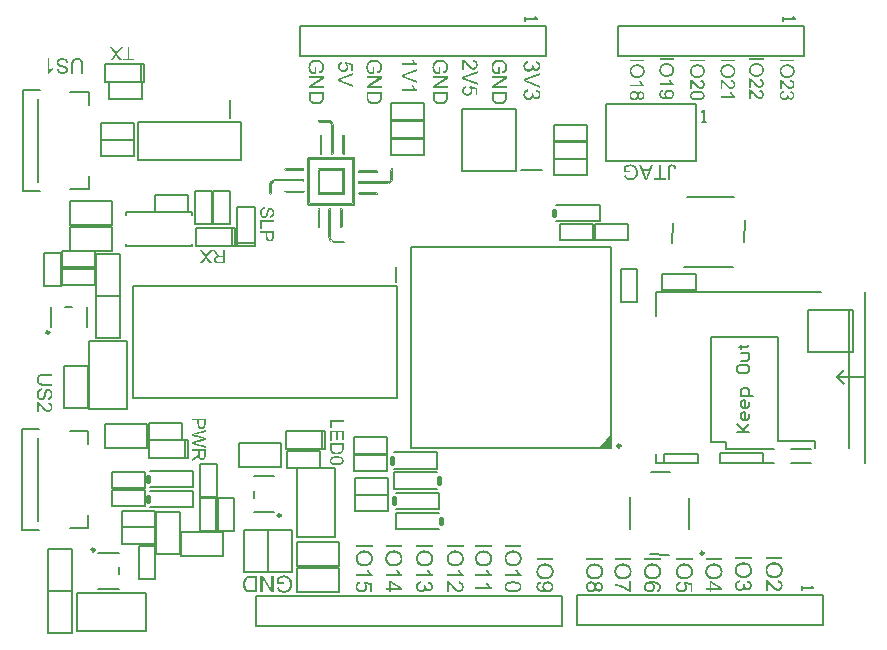
<source format=gto>
G04*
G04 #@! TF.GenerationSoftware,Altium Limited,Altium Designer,18.1.9 (240)*
G04*
G04 Layer_Color=65535*
%FSLAX44Y44*%
%MOMM*%
G71*
G01*
G75*
%ADD10C,0.2500*%
%ADD11C,0.2000*%
%ADD12C,0.4000*%
%ADD13C,0.1500*%
G36*
X248986Y441006D02*
X249243D01*
Y440749D01*
Y440492D01*
X249757D01*
Y440235D01*
X250014D01*
Y439978D01*
Y439721D01*
X250528D01*
Y439463D01*
X250786D01*
Y439206D01*
Y438949D01*
X251300D01*
Y438692D01*
X251557D01*
Y438435D01*
Y438178D01*
X251300D01*
Y437921D01*
Y437664D01*
Y437407D01*
X252071D01*
Y437150D01*
X252328D01*
Y436892D01*
Y436635D01*
X252071D01*
Y436378D01*
Y436121D01*
Y435864D01*
Y435607D01*
Y435350D01*
Y435093D01*
Y434836D01*
Y434579D01*
Y434321D01*
Y434064D01*
Y433807D01*
Y433550D01*
Y433293D01*
Y433036D01*
Y432779D01*
Y432522D01*
Y432265D01*
Y432007D01*
Y431750D01*
Y431493D01*
Y431236D01*
Y430979D01*
Y430722D01*
Y430465D01*
Y430208D01*
Y429951D01*
Y429694D01*
Y429436D01*
Y429179D01*
Y428922D01*
Y428665D01*
Y428408D01*
Y428151D01*
Y427894D01*
Y427637D01*
Y427380D01*
Y427122D01*
Y426865D01*
Y426608D01*
Y426351D01*
Y426094D01*
Y425837D01*
Y425580D01*
Y425323D01*
Y425066D01*
Y424809D01*
Y424552D01*
Y424294D01*
Y424037D01*
Y423780D01*
Y423523D01*
Y423266D01*
Y423009D01*
Y422752D01*
Y422495D01*
Y422238D01*
Y421981D01*
Y421723D01*
Y421466D01*
Y421209D01*
Y420952D01*
Y420695D01*
Y420438D01*
Y420181D01*
Y419924D01*
Y419667D01*
Y419409D01*
Y419152D01*
Y418895D01*
Y418638D01*
Y418381D01*
Y418124D01*
Y417867D01*
Y417610D01*
Y417353D01*
Y417096D01*
Y416838D01*
Y416581D01*
Y416324D01*
Y416067D01*
Y415810D01*
Y415553D01*
Y415296D01*
Y415039D01*
Y414782D01*
Y414524D01*
Y414267D01*
Y414010D01*
Y413753D01*
Y413496D01*
Y413239D01*
Y412982D01*
Y412725D01*
X252328D01*
Y412468D01*
Y412211D01*
X251814D01*
Y411954D01*
X251557D01*
Y411696D01*
Y411439D01*
X249757D01*
Y411696D01*
Y411954D01*
Y412211D01*
Y412468D01*
Y412725D01*
Y412982D01*
Y413239D01*
Y413496D01*
Y413753D01*
Y414010D01*
Y414267D01*
Y414524D01*
Y414782D01*
Y415039D01*
Y415296D01*
Y415553D01*
Y415810D01*
Y416067D01*
Y416324D01*
Y416581D01*
Y416838D01*
Y417096D01*
Y417353D01*
Y417610D01*
Y417867D01*
Y418124D01*
Y418381D01*
Y418638D01*
Y418895D01*
Y419152D01*
Y419409D01*
Y419667D01*
Y419924D01*
Y420181D01*
Y420438D01*
Y420695D01*
Y420952D01*
Y421209D01*
Y421466D01*
Y421723D01*
Y421981D01*
Y422238D01*
Y422495D01*
Y422752D01*
Y423009D01*
Y423266D01*
Y423523D01*
Y423780D01*
Y424037D01*
Y424294D01*
Y424552D01*
Y424809D01*
Y425066D01*
Y425323D01*
Y425580D01*
Y425837D01*
Y426094D01*
Y426351D01*
Y426608D01*
Y426865D01*
Y427122D01*
Y427380D01*
Y427637D01*
Y427894D01*
Y428151D01*
Y428408D01*
Y428665D01*
Y428922D01*
Y429179D01*
Y429436D01*
Y429694D01*
Y429951D01*
Y430208D01*
Y430465D01*
Y430722D01*
Y430979D01*
Y431236D01*
Y431493D01*
Y431750D01*
Y432007D01*
Y432265D01*
Y432522D01*
Y432779D01*
Y433036D01*
Y433293D01*
Y433550D01*
Y433807D01*
Y434064D01*
Y434321D01*
Y434579D01*
Y434836D01*
Y435093D01*
Y435350D01*
Y435607D01*
Y435864D01*
Y436121D01*
Y436378D01*
Y436635D01*
Y436892D01*
Y437150D01*
X248986D01*
Y437407D01*
Y437664D01*
Y437921D01*
X249243D01*
Y438178D01*
Y438435D01*
X248986D01*
Y438692D01*
X239987D01*
Y438949D01*
Y439206D01*
Y439463D01*
X238445D01*
Y439721D01*
Y439978D01*
Y440235D01*
X238702D01*
Y440492D01*
X239216D01*
Y440749D01*
Y441006D01*
X239473D01*
Y441263D01*
X239730D01*
Y441006D01*
X248729D01*
Y441263D01*
X248986D01*
Y441006D01*
D02*
G37*
G36*
X261327Y427894D02*
Y427637D01*
Y427380D01*
Y427122D01*
Y426865D01*
Y426608D01*
Y426351D01*
Y426094D01*
Y425837D01*
Y425580D01*
Y425323D01*
Y425066D01*
Y424809D01*
Y424552D01*
Y424294D01*
Y424037D01*
Y423780D01*
Y423523D01*
Y423266D01*
Y423009D01*
Y422752D01*
Y422495D01*
Y422238D01*
Y421981D01*
Y421723D01*
Y421466D01*
Y421209D01*
Y420952D01*
Y420695D01*
Y420438D01*
Y420181D01*
Y419924D01*
Y419667D01*
Y419409D01*
Y419152D01*
Y418895D01*
Y418638D01*
Y418381D01*
Y418124D01*
Y417867D01*
Y417610D01*
Y417353D01*
Y417096D01*
Y416838D01*
Y416581D01*
Y416324D01*
Y416067D01*
Y415810D01*
Y415553D01*
Y415296D01*
Y415039D01*
Y414782D01*
Y414524D01*
Y414267D01*
Y414010D01*
Y413753D01*
Y413496D01*
Y413239D01*
Y412982D01*
Y412725D01*
Y412468D01*
Y412211D01*
Y411954D01*
Y411696D01*
Y411439D01*
X259784D01*
Y411696D01*
X259527D01*
Y411954D01*
Y412211D01*
X259013D01*
Y412468D01*
Y412725D01*
Y412982D01*
Y413239D01*
Y413496D01*
Y413753D01*
Y414010D01*
Y414267D01*
Y414524D01*
Y414782D01*
Y415039D01*
Y415296D01*
Y415553D01*
Y415810D01*
Y416067D01*
Y416324D01*
Y416581D01*
Y416838D01*
Y417096D01*
Y417353D01*
Y417610D01*
Y417867D01*
Y418124D01*
Y418381D01*
Y418638D01*
Y418895D01*
Y419152D01*
Y419409D01*
Y419667D01*
Y419924D01*
Y420181D01*
Y420438D01*
Y420695D01*
Y420952D01*
Y421209D01*
Y421466D01*
Y421723D01*
Y421981D01*
Y422238D01*
Y422495D01*
Y422752D01*
Y423009D01*
Y423266D01*
Y423523D01*
Y423780D01*
Y424037D01*
Y424294D01*
Y424552D01*
Y424809D01*
Y425066D01*
Y425323D01*
Y425580D01*
Y425837D01*
Y426094D01*
Y426351D01*
Y426608D01*
Y426865D01*
Y427122D01*
Y427380D01*
X259270D01*
Y427637D01*
X259527D01*
Y427894D01*
X259784D01*
Y428151D01*
X261327D01*
Y427894D01*
D02*
G37*
G36*
X242301D02*
Y427637D01*
Y427380D01*
Y427122D01*
Y426865D01*
Y426608D01*
Y426351D01*
Y426094D01*
Y425837D01*
Y425580D01*
Y425323D01*
Y425066D01*
Y424809D01*
Y424552D01*
Y424294D01*
Y424037D01*
Y423780D01*
Y423523D01*
Y423266D01*
Y423009D01*
Y422752D01*
Y422495D01*
Y422238D01*
Y421981D01*
Y421723D01*
Y421466D01*
Y421209D01*
Y420952D01*
Y420695D01*
Y420438D01*
Y420181D01*
Y419924D01*
Y419667D01*
Y419409D01*
Y419152D01*
Y418895D01*
Y418638D01*
Y418381D01*
Y418124D01*
Y417867D01*
Y417610D01*
Y417353D01*
Y417096D01*
Y416838D01*
Y416581D01*
Y416324D01*
Y416067D01*
Y415810D01*
Y415553D01*
Y415296D01*
Y415039D01*
Y414782D01*
Y414524D01*
Y414267D01*
Y414010D01*
Y413753D01*
Y413496D01*
Y413239D01*
Y412982D01*
Y412725D01*
Y412468D01*
Y412211D01*
Y411954D01*
Y411696D01*
Y411439D01*
X240758D01*
Y411696D01*
Y411954D01*
Y412211D01*
Y412468D01*
Y412725D01*
Y412982D01*
Y413239D01*
Y413496D01*
Y413753D01*
Y414010D01*
Y414267D01*
Y414524D01*
Y414782D01*
Y415039D01*
Y415296D01*
Y415553D01*
Y415810D01*
Y416067D01*
Y416324D01*
Y416581D01*
Y416838D01*
Y417096D01*
Y417353D01*
Y417610D01*
Y417867D01*
Y418124D01*
Y418381D01*
Y418638D01*
Y418895D01*
Y419152D01*
Y419409D01*
Y419667D01*
Y419924D01*
Y420181D01*
Y420438D01*
Y420695D01*
Y420952D01*
Y421209D01*
Y421466D01*
Y421723D01*
Y421981D01*
Y422238D01*
Y422495D01*
Y422752D01*
Y423009D01*
Y423266D01*
Y423523D01*
Y423780D01*
Y424037D01*
Y424294D01*
Y424552D01*
Y424809D01*
Y425066D01*
Y425323D01*
Y425580D01*
Y425837D01*
Y426094D01*
Y426351D01*
Y426608D01*
Y426865D01*
Y427122D01*
Y427380D01*
Y427637D01*
Y427894D01*
Y428151D01*
X242301D01*
Y427894D01*
D02*
G37*
G36*
X270325Y409125D02*
Y408868D01*
Y408611D01*
Y408354D01*
Y408097D01*
Y407840D01*
Y407583D01*
Y407326D01*
Y407069D01*
Y406811D01*
Y406554D01*
Y406297D01*
Y406040D01*
Y405783D01*
Y405526D01*
Y405269D01*
Y405012D01*
Y404755D01*
Y404497D01*
Y404240D01*
Y403983D01*
Y403726D01*
Y403469D01*
Y403212D01*
Y402955D01*
Y402698D01*
Y402441D01*
Y402184D01*
Y401926D01*
Y401669D01*
Y401412D01*
Y401155D01*
Y400898D01*
Y400641D01*
Y400384D01*
Y400127D01*
Y399870D01*
Y399613D01*
Y399356D01*
Y399098D01*
Y398841D01*
Y398584D01*
Y398327D01*
Y398070D01*
Y397813D01*
Y397556D01*
Y397299D01*
Y397042D01*
Y396784D01*
Y396527D01*
Y396270D01*
Y396013D01*
Y395756D01*
Y395499D01*
Y395242D01*
Y394985D01*
Y394728D01*
Y394471D01*
Y394213D01*
Y393956D01*
Y393699D01*
Y393442D01*
Y393185D01*
Y392928D01*
Y392671D01*
Y392414D01*
Y392157D01*
Y391900D01*
Y391642D01*
Y391385D01*
Y391128D01*
Y390871D01*
Y390614D01*
Y390357D01*
Y390100D01*
Y389843D01*
Y389586D01*
Y389328D01*
Y389071D01*
Y388814D01*
Y388557D01*
Y388300D01*
Y388043D01*
Y387786D01*
Y387529D01*
Y387272D01*
Y387015D01*
Y386758D01*
Y386500D01*
Y386243D01*
Y385986D01*
Y385729D01*
Y385472D01*
Y385215D01*
Y384958D01*
Y384701D01*
Y384444D01*
Y384187D01*
Y383929D01*
Y383672D01*
Y383415D01*
Y383158D01*
Y382901D01*
Y382644D01*
Y382387D01*
Y382130D01*
Y381872D01*
Y381615D01*
Y381358D01*
Y381101D01*
Y380844D01*
Y380587D01*
Y380330D01*
Y380073D01*
Y379816D01*
Y379559D01*
Y379302D01*
Y379044D01*
Y378787D01*
Y378530D01*
Y378273D01*
Y378016D01*
Y377759D01*
Y377502D01*
Y377245D01*
Y376988D01*
Y376730D01*
Y376473D01*
Y376216D01*
Y375959D01*
Y375702D01*
Y375445D01*
Y375188D01*
Y374931D01*
Y374674D01*
Y374417D01*
Y374160D01*
Y373902D01*
Y373645D01*
Y373388D01*
Y373131D01*
Y372874D01*
Y372617D01*
Y372360D01*
Y372103D01*
Y371846D01*
Y371588D01*
Y371331D01*
Y371074D01*
Y370817D01*
Y370560D01*
Y370303D01*
Y370046D01*
Y369789D01*
Y369532D01*
Y369275D01*
Y369017D01*
Y368760D01*
Y368503D01*
Y368246D01*
X229960D01*
Y368503D01*
Y368760D01*
X229446D01*
Y369017D01*
Y369275D01*
Y369532D01*
Y369789D01*
Y370046D01*
Y370303D01*
Y370560D01*
Y370817D01*
Y371074D01*
Y371331D01*
Y371588D01*
Y371846D01*
Y372103D01*
Y372360D01*
Y372617D01*
Y372874D01*
Y373131D01*
Y373388D01*
Y373645D01*
Y373902D01*
Y374160D01*
Y374417D01*
Y374674D01*
Y374931D01*
Y375188D01*
Y375445D01*
Y375702D01*
Y375959D01*
Y376216D01*
Y376473D01*
Y376730D01*
Y376988D01*
Y377245D01*
Y377502D01*
Y377759D01*
Y378016D01*
Y378273D01*
Y378530D01*
Y378787D01*
Y379044D01*
Y379302D01*
Y379559D01*
Y379816D01*
Y380073D01*
Y380330D01*
Y380587D01*
Y380844D01*
Y381101D01*
Y381358D01*
Y381615D01*
Y381872D01*
Y382130D01*
Y382387D01*
Y382644D01*
Y382901D01*
Y383158D01*
Y383415D01*
Y383672D01*
Y383929D01*
Y384187D01*
Y384444D01*
Y384701D01*
Y384958D01*
Y385215D01*
Y385472D01*
Y385729D01*
Y385986D01*
Y386243D01*
Y386500D01*
Y386758D01*
Y387015D01*
Y387272D01*
Y387529D01*
Y387786D01*
Y388043D01*
Y388300D01*
Y388557D01*
Y388814D01*
Y389071D01*
Y389328D01*
Y389586D01*
Y389843D01*
Y390100D01*
Y390357D01*
Y390614D01*
Y390871D01*
Y391128D01*
Y391385D01*
Y391642D01*
Y391900D01*
Y392157D01*
Y392414D01*
Y392671D01*
Y392928D01*
Y393185D01*
Y393442D01*
Y393699D01*
Y393956D01*
Y394213D01*
Y394471D01*
Y394728D01*
Y394985D01*
Y395242D01*
Y395499D01*
Y395756D01*
Y396013D01*
Y396270D01*
Y396527D01*
Y396784D01*
Y397042D01*
Y397299D01*
Y397556D01*
Y397813D01*
Y398070D01*
Y398327D01*
Y398584D01*
Y398841D01*
Y399098D01*
Y399356D01*
Y399613D01*
Y399870D01*
Y400127D01*
Y400384D01*
Y400641D01*
Y400898D01*
Y401155D01*
Y401412D01*
Y401669D01*
Y401926D01*
Y402184D01*
Y402441D01*
Y402698D01*
Y402955D01*
Y403212D01*
Y403469D01*
Y403726D01*
Y403983D01*
Y404240D01*
Y404497D01*
Y404755D01*
Y405012D01*
Y405269D01*
Y405526D01*
Y405783D01*
Y406040D01*
Y406297D01*
Y406554D01*
Y406811D01*
Y407069D01*
Y407326D01*
Y407583D01*
Y407840D01*
Y408097D01*
Y408354D01*
Y408611D01*
X229960D01*
Y408868D01*
Y409125D01*
X230217D01*
Y409383D01*
X230474D01*
Y409125D01*
X270068D01*
Y409383D01*
X270325D01*
Y409125D01*
D02*
G37*
G36*
X302206Y399870D02*
Y399613D01*
Y399356D01*
Y399098D01*
Y398841D01*
Y398584D01*
Y398327D01*
Y398070D01*
Y397813D01*
Y397556D01*
Y397299D01*
Y397042D01*
Y396784D01*
Y396527D01*
Y396270D01*
Y396013D01*
Y395756D01*
Y395499D01*
Y395242D01*
Y394985D01*
Y394728D01*
Y394471D01*
Y394213D01*
Y393956D01*
Y393699D01*
Y393442D01*
Y393185D01*
Y392928D01*
Y392671D01*
Y392414D01*
Y392157D01*
Y391900D01*
Y391642D01*
Y391385D01*
Y391128D01*
Y390871D01*
Y390614D01*
Y390357D01*
Y390100D01*
Y389843D01*
Y389586D01*
Y389328D01*
X301692D01*
Y389071D01*
Y388814D01*
X301435D01*
Y388557D01*
X300920D01*
Y388300D01*
Y388043D01*
X300663D01*
Y387786D01*
X300149D01*
Y387529D01*
Y387272D01*
X299892D01*
Y387015D01*
X299378D01*
Y387272D01*
X297835D01*
Y387015D01*
Y386758D01*
Y386500D01*
X297578D01*
Y386243D01*
X297064D01*
Y386500D01*
X273925D01*
Y386243D01*
X273410D01*
Y386500D01*
Y386758D01*
X273153D01*
Y387015D01*
X272639D01*
Y387272D01*
Y387529D01*
Y387786D01*
Y388043D01*
Y388300D01*
Y388557D01*
Y388814D01*
X298349D01*
Y389071D01*
Y389328D01*
Y389586D01*
X299121D01*
Y389328D01*
X299635D01*
Y389586D01*
X299892D01*
Y389843D01*
Y390100D01*
Y390357D01*
Y390614D01*
Y390871D01*
Y391128D01*
Y391385D01*
Y391642D01*
Y391900D01*
Y392157D01*
Y392414D01*
Y392671D01*
Y392928D01*
Y393185D01*
Y393442D01*
Y393699D01*
Y393956D01*
Y394213D01*
Y394471D01*
Y394728D01*
Y394985D01*
Y395242D01*
Y395499D01*
Y395756D01*
Y396013D01*
Y396270D01*
Y396527D01*
Y396784D01*
Y397042D01*
Y397299D01*
Y397556D01*
Y397813D01*
Y398070D01*
Y398327D01*
Y398584D01*
X300663D01*
Y398327D01*
Y398070D01*
X301178D01*
Y398327D01*
Y398584D01*
X300663D01*
Y398841D01*
Y399098D01*
Y399356D01*
Y399613D01*
Y399870D01*
Y400127D01*
X302206D01*
Y399870D01*
D02*
G37*
G36*
X227132D02*
X227389D01*
Y399613D01*
X227646D01*
Y399356D01*
X227903D01*
Y399098D01*
X227389D01*
Y398841D01*
X227132D01*
Y398584D01*
X226875D01*
Y398327D01*
X226618D01*
Y398070D01*
X226361D01*
Y397813D01*
X211192D01*
Y398070D01*
Y398327D01*
X210678D01*
Y398584D01*
X210420D01*
Y398841D01*
Y399098D01*
Y399356D01*
X210935D01*
Y399613D01*
X211192D01*
Y399870D01*
Y400127D01*
X227132D01*
Y399870D01*
D02*
G37*
G36*
X288580Y398327D02*
Y398070D01*
X288837D01*
Y397813D01*
X289351D01*
Y397556D01*
Y397299D01*
X289865D01*
Y397042D01*
Y396784D01*
X289351D01*
Y396527D01*
Y396270D01*
X272639D01*
Y396527D01*
Y396784D01*
Y397042D01*
Y397299D01*
Y397556D01*
Y397813D01*
X273925D01*
Y398070D01*
Y398327D01*
X274182D01*
Y398584D01*
X288580D01*
Y398327D01*
D02*
G37*
G36*
X226361Y390871D02*
Y390614D01*
X226618D01*
Y390357D01*
X227132D01*
Y390100D01*
Y389843D01*
Y389586D01*
Y389328D01*
Y389071D01*
Y388814D01*
Y388557D01*
X226361D01*
Y388814D01*
X201679D01*
Y388557D01*
X201422D01*
Y388300D01*
Y388043D01*
Y387786D01*
X200651D01*
Y387529D01*
Y387272D01*
Y387015D01*
X199879D01*
Y386758D01*
Y386500D01*
Y386243D01*
Y385986D01*
Y385729D01*
Y385472D01*
Y385215D01*
Y384958D01*
Y384701D01*
Y384444D01*
Y384187D01*
Y383929D01*
Y383672D01*
Y383415D01*
Y383158D01*
Y382901D01*
Y382644D01*
Y382387D01*
Y382130D01*
Y381872D01*
Y381615D01*
Y381358D01*
Y381101D01*
Y380844D01*
Y380587D01*
Y380330D01*
Y380073D01*
Y379816D01*
Y379559D01*
Y379302D01*
Y379044D01*
Y378787D01*
Y378530D01*
Y378273D01*
Y378016D01*
X199365D01*
Y377759D01*
X199108D01*
Y377502D01*
Y377245D01*
X198337D01*
Y377502D01*
X198080D01*
Y377759D01*
Y378016D01*
X197565D01*
Y378273D01*
Y378530D01*
Y378787D01*
Y379044D01*
Y379302D01*
Y379559D01*
Y379816D01*
Y380073D01*
Y380330D01*
Y380587D01*
Y380844D01*
Y381101D01*
Y381358D01*
Y381615D01*
Y381872D01*
Y382130D01*
Y382387D01*
Y382644D01*
Y382901D01*
Y383158D01*
Y383415D01*
Y383672D01*
Y383929D01*
Y384187D01*
Y384444D01*
Y384701D01*
Y384958D01*
Y385215D01*
Y385472D01*
Y385729D01*
Y385986D01*
Y386243D01*
Y386500D01*
Y386758D01*
Y387015D01*
Y387272D01*
X198337D01*
Y387529D01*
Y387786D01*
Y388043D01*
Y388300D01*
Y388557D01*
Y388814D01*
X198851D01*
Y389071D01*
Y389328D01*
X199108D01*
Y389586D01*
X199622D01*
Y389843D01*
Y390100D01*
X199879D01*
Y390357D01*
X200394D01*
Y390100D01*
X201936D01*
Y390357D01*
Y390614D01*
Y390871D01*
X202193D01*
Y391128D01*
X202707D01*
Y390871D01*
X225847D01*
Y391128D01*
X226361D01*
Y390871D01*
D02*
G37*
G36*
X227132Y380844D02*
X227389D01*
Y380587D01*
X227903D01*
Y380330D01*
X227646D01*
Y380073D01*
X227389D01*
Y379816D01*
X227132D01*
Y379559D01*
X226618D01*
Y379302D01*
Y379044D01*
X226361D01*
Y378787D01*
X211963D01*
Y379044D01*
Y379302D01*
Y379559D01*
X210420D01*
Y379816D01*
Y380073D01*
Y380330D01*
X210678D01*
Y380587D01*
X211192D01*
Y380844D01*
Y381101D01*
X227132D01*
Y380844D01*
D02*
G37*
G36*
X288580Y379302D02*
Y379044D01*
X289094D01*
Y378787D01*
X289351D01*
Y378530D01*
Y378273D01*
Y378016D01*
Y377759D01*
Y377502D01*
Y377245D01*
X273410D01*
Y377502D01*
X273153D01*
Y377759D01*
Y378016D01*
X272639D01*
Y378273D01*
Y378530D01*
Y378787D01*
X272896D01*
Y379044D01*
X273153D01*
Y379302D01*
X273410D01*
Y379559D01*
X288580D01*
Y379302D01*
D02*
G37*
G36*
X259013Y365675D02*
Y365418D01*
X259527D01*
Y365161D01*
X259784D01*
Y364904D01*
Y364647D01*
Y364390D01*
Y364132D01*
Y363875D01*
Y363618D01*
Y363361D01*
Y363104D01*
Y362847D01*
Y362590D01*
Y362333D01*
Y362076D01*
Y361819D01*
Y361562D01*
Y361304D01*
Y361047D01*
Y360790D01*
Y360533D01*
Y360276D01*
Y360019D01*
Y359762D01*
Y359505D01*
Y359248D01*
Y358991D01*
Y358733D01*
Y358476D01*
Y358219D01*
Y357962D01*
Y357705D01*
Y357448D01*
Y357191D01*
Y356934D01*
Y356677D01*
Y356419D01*
Y356162D01*
Y355905D01*
Y355648D01*
Y355391D01*
Y355134D01*
Y354877D01*
Y354620D01*
Y354363D01*
Y354105D01*
Y353848D01*
Y353591D01*
Y353334D01*
Y353077D01*
Y352820D01*
Y352563D01*
Y352306D01*
Y352049D01*
Y351792D01*
Y351535D01*
Y351277D01*
Y351020D01*
Y350763D01*
Y350506D01*
Y350249D01*
Y349992D01*
X259527D01*
Y349735D01*
X259013D01*
Y349478D01*
Y349221D01*
X258242D01*
Y349478D01*
X257984D01*
Y349735D01*
X257727D01*
Y349992D01*
X257470D01*
Y350249D01*
Y350506D01*
Y350763D01*
Y351020D01*
Y351277D01*
Y351535D01*
Y351792D01*
Y352049D01*
Y352306D01*
Y352563D01*
Y352820D01*
Y353077D01*
Y353334D01*
Y353591D01*
Y353848D01*
Y354105D01*
Y354363D01*
Y354620D01*
Y354877D01*
Y355134D01*
Y355391D01*
Y355648D01*
Y355905D01*
Y356162D01*
Y356419D01*
Y356677D01*
Y356934D01*
Y357191D01*
Y357448D01*
Y357705D01*
Y357962D01*
Y358219D01*
Y358476D01*
Y358733D01*
Y358991D01*
Y359248D01*
Y359505D01*
Y359762D01*
Y360019D01*
Y360276D01*
Y360533D01*
Y360790D01*
Y361047D01*
Y361304D01*
Y361562D01*
Y361819D01*
Y362076D01*
Y362333D01*
Y362590D01*
Y362847D01*
Y363104D01*
Y363361D01*
Y363618D01*
Y363875D01*
Y364132D01*
Y364390D01*
Y364647D01*
Y364904D01*
Y365161D01*
Y365418D01*
Y365675D01*
Y365932D01*
X259013D01*
Y365675D01*
D02*
G37*
G36*
X240758D02*
Y365418D01*
Y365161D01*
Y364904D01*
Y364647D01*
Y364390D01*
Y364132D01*
Y363875D01*
Y363618D01*
Y363361D01*
Y363104D01*
Y362847D01*
Y362590D01*
Y362333D01*
Y362076D01*
Y361819D01*
Y361562D01*
Y361304D01*
Y361047D01*
Y360790D01*
Y360533D01*
Y360276D01*
Y360019D01*
Y359762D01*
Y359505D01*
Y359248D01*
Y358991D01*
Y358733D01*
Y358476D01*
Y358219D01*
Y357962D01*
Y357705D01*
Y357448D01*
Y357191D01*
Y356934D01*
Y356677D01*
Y356419D01*
Y356162D01*
Y355905D01*
Y355648D01*
Y355391D01*
Y355134D01*
Y354877D01*
Y354620D01*
Y354363D01*
Y354105D01*
Y353848D01*
Y353591D01*
Y353334D01*
Y353077D01*
Y352820D01*
Y352563D01*
Y352306D01*
Y352049D01*
Y351792D01*
Y351535D01*
Y351277D01*
Y351020D01*
Y350763D01*
Y350506D01*
Y350249D01*
Y349992D01*
X240501D01*
Y349735D01*
X240244D01*
Y349478D01*
X239987D01*
Y349221D01*
X239216D01*
Y349478D01*
Y349735D01*
X238959D01*
Y349992D01*
X238445D01*
Y350249D01*
Y350506D01*
Y350763D01*
Y351020D01*
Y351277D01*
Y351535D01*
Y351792D01*
Y352049D01*
Y352306D01*
Y352563D01*
Y352820D01*
Y353077D01*
Y353334D01*
Y353591D01*
Y353848D01*
Y354105D01*
Y354363D01*
Y354620D01*
Y354877D01*
Y355134D01*
Y355391D01*
Y355648D01*
Y355905D01*
Y356162D01*
Y356419D01*
Y356677D01*
Y356934D01*
Y357191D01*
Y357448D01*
Y357705D01*
Y357962D01*
Y358219D01*
Y358476D01*
Y358733D01*
Y358991D01*
Y359248D01*
Y359505D01*
Y359762D01*
Y360019D01*
Y360276D01*
Y360533D01*
Y360790D01*
Y361047D01*
Y361304D01*
Y361562D01*
Y361819D01*
Y362076D01*
Y362333D01*
Y362590D01*
Y362847D01*
Y363104D01*
Y363361D01*
Y363618D01*
Y363875D01*
Y364132D01*
Y364390D01*
Y364647D01*
Y364904D01*
Y365161D01*
X238959D01*
Y365418D01*
X239216D01*
Y365675D01*
Y365932D01*
X240758D01*
Y365675D01*
D02*
G37*
G36*
X250014D02*
Y365418D01*
Y365161D01*
Y364904D01*
Y364647D01*
Y364390D01*
Y364132D01*
Y363875D01*
Y363618D01*
Y363361D01*
Y363104D01*
Y362847D01*
Y362590D01*
Y362333D01*
Y362076D01*
Y361819D01*
Y361562D01*
Y361304D01*
Y361047D01*
Y360790D01*
Y360533D01*
Y360276D01*
Y360019D01*
Y359762D01*
Y359505D01*
Y359248D01*
Y358991D01*
Y358733D01*
Y358476D01*
Y358219D01*
Y357962D01*
Y357705D01*
Y357448D01*
Y357191D01*
Y356934D01*
Y356677D01*
Y356419D01*
Y356162D01*
Y355905D01*
Y355648D01*
Y355391D01*
Y355134D01*
Y354877D01*
Y354620D01*
Y354363D01*
Y354105D01*
Y353848D01*
Y353591D01*
Y353334D01*
Y353077D01*
Y352820D01*
Y352563D01*
Y352306D01*
Y352049D01*
Y351792D01*
Y351535D01*
Y351277D01*
Y351020D01*
Y350763D01*
Y350506D01*
Y350249D01*
Y349992D01*
Y349735D01*
Y349478D01*
Y349221D01*
Y348964D01*
Y348706D01*
Y348449D01*
Y348192D01*
Y347935D01*
Y347678D01*
Y347421D01*
Y347164D01*
Y346907D01*
Y346650D01*
Y346393D01*
Y346135D01*
Y345878D01*
Y345621D01*
Y345364D01*
Y345107D01*
Y344850D01*
Y344593D01*
Y344336D01*
Y344079D01*
Y343821D01*
Y343564D01*
Y343307D01*
Y343050D01*
Y342793D01*
Y342536D01*
Y342279D01*
Y342022D01*
Y341765D01*
Y341507D01*
Y341250D01*
Y340993D01*
Y340736D01*
Y340479D01*
Y340222D01*
X250786D01*
Y339965D01*
Y339708D01*
Y339451D01*
X251557D01*
Y339194D01*
Y338937D01*
Y338679D01*
X260555D01*
Y338422D01*
Y338165D01*
Y337908D01*
X261327D01*
Y337651D01*
Y337394D01*
Y337137D01*
Y336880D01*
Y336623D01*
Y336366D01*
X251300D01*
Y336623D01*
Y336880D01*
Y337137D01*
X250271D01*
Y336880D01*
X250014D01*
Y337137D01*
X249757D01*
Y337394D01*
Y337651D01*
X249243D01*
Y337908D01*
X248986D01*
Y338165D01*
Y338422D01*
X248472D01*
Y338679D01*
X248214D01*
Y338937D01*
Y339194D01*
X248472D01*
Y339451D01*
Y339708D01*
Y339965D01*
Y340222D01*
Y340479D01*
Y340736D01*
X247700D01*
Y340993D01*
X247443D01*
Y341250D01*
Y341507D01*
X247700D01*
Y341765D01*
Y342022D01*
Y342279D01*
Y342536D01*
Y342793D01*
Y343050D01*
Y343307D01*
Y343564D01*
Y343821D01*
Y344079D01*
Y344336D01*
Y344593D01*
Y344850D01*
Y345107D01*
Y345364D01*
Y345621D01*
Y345878D01*
Y346135D01*
Y346393D01*
Y346650D01*
Y346907D01*
Y347164D01*
Y347421D01*
Y347678D01*
Y347935D01*
Y348192D01*
Y348449D01*
Y348706D01*
Y348964D01*
Y349221D01*
Y349478D01*
Y349735D01*
Y349992D01*
Y350249D01*
Y350506D01*
Y350763D01*
Y351020D01*
Y351277D01*
Y351535D01*
Y351792D01*
Y352049D01*
Y352306D01*
Y352563D01*
Y352820D01*
Y353077D01*
Y353334D01*
Y353591D01*
Y353848D01*
Y354105D01*
Y354363D01*
Y354620D01*
Y354877D01*
Y355134D01*
Y355391D01*
Y355648D01*
Y355905D01*
Y356162D01*
Y356419D01*
Y356677D01*
Y356934D01*
Y357191D01*
Y357448D01*
Y357705D01*
Y357962D01*
Y358219D01*
Y358476D01*
Y358733D01*
Y358991D01*
Y359248D01*
Y359505D01*
Y359762D01*
Y360019D01*
Y360276D01*
Y360533D01*
Y360790D01*
Y361047D01*
Y361304D01*
Y361562D01*
Y361819D01*
Y362076D01*
Y362333D01*
Y362590D01*
Y362847D01*
Y363104D01*
Y363361D01*
Y363618D01*
Y363875D01*
Y364132D01*
Y364390D01*
Y364647D01*
X247443D01*
Y364904D01*
Y365161D01*
X247957D01*
Y365418D01*
X248214D01*
Y365675D01*
Y365932D01*
X250014D01*
Y365675D01*
D02*
G37*
G36*
X487200Y163400D02*
X477200D01*
X487200Y173400D01*
Y163400D01*
D02*
G37*
G36*
X193832Y365559D02*
X193814D01*
X193797D01*
X193691Y365541D01*
X193533Y365506D01*
X193322Y365471D01*
X193093Y365401D01*
X192847Y365330D01*
X192619Y365225D01*
X192390Y365102D01*
X192373Y365084D01*
X192303Y365031D01*
X192197Y364944D01*
X192074Y364803D01*
X191933Y364645D01*
X191775Y364451D01*
X191635Y364205D01*
X191494Y363942D01*
Y363924D01*
X191476Y363907D01*
X191441Y363801D01*
X191389Y363643D01*
X191336Y363414D01*
X191266Y363168D01*
X191213Y362852D01*
X191178Y362518D01*
X191160Y362166D01*
Y362026D01*
X191178Y361850D01*
X191195Y361657D01*
X191213Y361411D01*
X191266Y361165D01*
X191318Y360901D01*
X191406Y360637D01*
X191424Y360602D01*
X191459Y360532D01*
X191512Y360409D01*
X191600Y360268D01*
X191705Y360092D01*
X191828Y359934D01*
X191969Y359776D01*
X192127Y359635D01*
X192144Y359618D01*
X192215Y359583D01*
X192303Y359530D01*
X192426Y359460D01*
X192566Y359407D01*
X192742Y359354D01*
X192918Y359319D01*
X193111Y359301D01*
X193129D01*
X193199D01*
X193304Y359319D01*
X193428Y359337D01*
X193586Y359372D01*
X193744Y359442D01*
X193902Y359512D01*
X194060Y359618D01*
X194078Y359635D01*
X194130Y359670D01*
X194201Y359758D01*
X194306Y359864D01*
X194412Y360004D01*
X194517Y360180D01*
X194640Y360409D01*
X194746Y360655D01*
X194763Y360672D01*
X194781Y360743D01*
X194816Y360883D01*
X194851Y360971D01*
X194886Y361077D01*
X194921Y361217D01*
X194957Y361358D01*
X195009Y361534D01*
X195062Y361709D01*
X195115Y361920D01*
X195168Y362166D01*
X195238Y362430D01*
X195308Y362711D01*
Y362729D01*
X195326Y362782D01*
X195343Y362869D01*
X195378Y362975D01*
X195414Y363098D01*
X195449Y363239D01*
X195537Y363573D01*
X195660Y363942D01*
X195783Y364311D01*
X195906Y364645D01*
X195958Y364803D01*
X196029Y364926D01*
Y364944D01*
X196046Y364961D01*
X196117Y365067D01*
X196205Y365207D01*
X196328Y365383D01*
X196486Y365594D01*
X196662Y365787D01*
X196873Y365980D01*
X197101Y366156D01*
X197136Y366174D01*
X197224Y366227D01*
X197347Y366279D01*
X197523Y366350D01*
X197734Y366437D01*
X197980Y366490D01*
X198261Y366543D01*
X198542Y366561D01*
X198560D01*
X198577D01*
X198630D01*
X198701D01*
X198859Y366525D01*
X199070Y366490D01*
X199333Y366437D01*
X199597Y366350D01*
X199896Y366227D01*
X200177Y366068D01*
X200194D01*
X200212Y366051D01*
X200300Y365980D01*
X200441Y365858D01*
X200616Y365699D01*
X200792Y365506D01*
X200986Y365260D01*
X201179Y364961D01*
X201337Y364627D01*
Y364610D01*
X201355Y364592D01*
X201372Y364539D01*
X201407Y364451D01*
X201425Y364364D01*
X201460Y364258D01*
X201548Y364012D01*
X201618Y363696D01*
X201671Y363344D01*
X201724Y362940D01*
X201741Y362518D01*
Y362307D01*
X201724Y362184D01*
Y362061D01*
X201689Y361762D01*
X201636Y361411D01*
X201565Y361024D01*
X201460Y360637D01*
X201320Y360268D01*
Y360251D01*
X201302Y360233D01*
X201284Y360180D01*
X201249Y360110D01*
X201144Y359934D01*
X201021Y359706D01*
X200845Y359460D01*
X200634Y359213D01*
X200388Y358967D01*
X200107Y358756D01*
X200072Y358739D01*
X199966Y358669D01*
X199790Y358581D01*
X199579Y358493D01*
X199316Y358387D01*
X198999Y358282D01*
X198665Y358212D01*
X198296Y358176D01*
X198191Y359635D01*
X198208D01*
X198244D01*
X198296Y359653D01*
X198367Y359670D01*
X198560Y359706D01*
X198806Y359776D01*
X199070Y359881D01*
X199333Y360022D01*
X199597Y360215D01*
X199825Y360444D01*
X199843Y360479D01*
X199913Y360567D01*
X200001Y360725D01*
X200107Y360936D01*
X200212Y361217D01*
X200300Y361569D01*
X200370Y361973D01*
X200388Y362448D01*
Y362676D01*
X200370Y362782D01*
Y362922D01*
X200318Y363221D01*
X200265Y363555D01*
X200177Y363889D01*
X200054Y364205D01*
X199966Y364346D01*
X199878Y364469D01*
X199861Y364487D01*
X199790Y364557D01*
X199685Y364662D01*
X199527Y364768D01*
X199351Y364891D01*
X199140Y364979D01*
X198911Y365049D01*
X198648Y365084D01*
X198613D01*
X198542D01*
X198419Y365067D01*
X198279Y365031D01*
X198120Y364979D01*
X197945Y364891D01*
X197787Y364785D01*
X197628Y364645D01*
X197611Y364627D01*
X197558Y364539D01*
X197523Y364487D01*
X197470Y364416D01*
X197435Y364311D01*
X197382Y364188D01*
X197312Y364047D01*
X197242Y363889D01*
X197189Y363713D01*
X197119Y363502D01*
X197031Y363256D01*
X196960Y362993D01*
X196890Y362694D01*
X196802Y362360D01*
Y362342D01*
X196785Y362272D01*
X196767Y362184D01*
X196732Y362061D01*
X196697Y361903D01*
X196644Y361727D01*
X196556Y361340D01*
X196433Y360918D01*
X196310Y360497D01*
X196257Y360286D01*
X196187Y360110D01*
X196117Y359934D01*
X196064Y359794D01*
Y359776D01*
X196046Y359741D01*
X196011Y359706D01*
X195976Y359635D01*
X195871Y359460D01*
X195748Y359231D01*
X195572Y358985D01*
X195361Y358739D01*
X195132Y358510D01*
X194886Y358317D01*
X194851Y358299D01*
X194763Y358247D01*
X194623Y358159D01*
X194412Y358071D01*
X194183Y357983D01*
X193902Y357895D01*
X193586Y357842D01*
X193252Y357825D01*
X193234D01*
X193217D01*
X193164D01*
X193093D01*
X192918Y357860D01*
X192689Y357895D01*
X192426Y357948D01*
X192127Y358053D01*
X191810Y358176D01*
X191512Y358352D01*
X191476Y358370D01*
X191371Y358458D01*
X191230Y358563D01*
X191055Y358739D01*
X190844Y358950D01*
X190633Y359213D01*
X190439Y359530D01*
X190246Y359881D01*
Y359899D01*
X190229Y359934D01*
X190211Y359987D01*
X190176Y360057D01*
X190141Y360145D01*
X190105Y360251D01*
X190035Y360532D01*
X189947Y360848D01*
X189877Y361235D01*
X189824Y361639D01*
X189807Y362096D01*
Y362360D01*
X189824Y362483D01*
Y362641D01*
X189842Y362817D01*
X189859Y363010D01*
X189912Y363414D01*
X190000Y363854D01*
X190105Y364293D01*
X190246Y364715D01*
Y364733D01*
X190264Y364768D01*
X190299Y364821D01*
X190334Y364891D01*
X190439Y365084D01*
X190598Y365313D01*
X190791Y365594D01*
X191019Y365858D01*
X191301Y366139D01*
X191617Y366385D01*
X191635D01*
X191652Y366402D01*
X191705Y366437D01*
X191775Y366473D01*
X191863Y366525D01*
X191969Y366578D01*
X192232Y366684D01*
X192531Y366789D01*
X192900Y366894D01*
X193287Y366965D01*
X193709Y367000D01*
X193832Y365559D01*
D02*
G37*
G36*
X201548Y354274D02*
X191353D01*
Y348597D01*
X190000D01*
Y355804D01*
X201548D01*
Y354274D01*
D02*
G37*
G36*
Y342041D02*
X201530Y341777D01*
X201513Y341496D01*
X201495Y341197D01*
X201460Y340916D01*
X201425Y340670D01*
Y340635D01*
X201390Y340529D01*
X201355Y340371D01*
X201302Y340178D01*
X201232Y339949D01*
X201144Y339721D01*
X201021Y339475D01*
X200880Y339246D01*
X200863Y339229D01*
X200810Y339141D01*
X200722Y339035D01*
X200599Y338912D01*
X200441Y338772D01*
X200247Y338614D01*
X200036Y338455D01*
X199773Y338315D01*
X199737Y338297D01*
X199650Y338262D01*
X199509Y338209D01*
X199316Y338139D01*
X199087Y338069D01*
X198824Y338016D01*
X198525Y337981D01*
X198208Y337963D01*
X198191D01*
X198138D01*
X198068D01*
X197962Y337981D01*
X197839Y337998D01*
X197681Y338016D01*
X197523Y338033D01*
X197347Y338086D01*
X196943Y338192D01*
X196539Y338367D01*
X196328Y338473D01*
X196117Y338596D01*
X195906Y338736D01*
X195713Y338912D01*
X195695Y338930D01*
X195677Y338965D01*
X195625Y339018D01*
X195554Y339088D01*
X195484Y339211D01*
X195396Y339334D01*
X195308Y339492D01*
X195220Y339686D01*
X195115Y339897D01*
X195027Y340143D01*
X194939Y340424D01*
X194869Y340723D01*
X194799Y341074D01*
X194746Y341443D01*
X194728Y341848D01*
X194711Y342287D01*
Y345240D01*
X190000D01*
Y346769D01*
X201548D01*
Y342041D01*
D02*
G37*
G36*
X145095Y325024D02*
X149032Y319452D01*
X147222D01*
X145112Y322422D01*
Y322440D01*
X145077Y322458D01*
X145007Y322581D01*
X144884Y322739D01*
X144761Y322932D01*
X144603Y323161D01*
X144445Y323407D01*
X144321Y323618D01*
X144199Y323829D01*
X144181Y323793D01*
X144128Y323723D01*
X144040Y323600D01*
X143935Y323442D01*
X143812Y323249D01*
X143654Y323020D01*
X143478Y322792D01*
X143285Y322546D01*
X140964Y319452D01*
X139295D01*
X143320Y324954D01*
X138978Y331000D01*
X140859D01*
X143777Y326887D01*
X143794Y326870D01*
X143812Y326834D01*
X143864Y326764D01*
X143935Y326659D01*
X144075Y326448D01*
X144251Y326184D01*
X144269Y326202D01*
X144321Y326272D01*
X144374Y326377D01*
X144462Y326518D01*
X144656Y326782D01*
X144743Y326905D01*
X144814Y327010D01*
X147731Y331000D01*
X149559D01*
X145095Y325024D01*
D02*
G37*
G36*
X160000Y319452D02*
X154639D01*
X154499Y319470D01*
X154358D01*
X154006Y319487D01*
X153637Y319522D01*
X153251Y319593D01*
X152881Y319663D01*
X152706Y319716D01*
X152547Y319768D01*
X152530D01*
X152512Y319786D01*
X152407Y319821D01*
X152266Y319909D01*
X152091Y320032D01*
X151880Y320173D01*
X151669Y320366D01*
X151458Y320594D01*
X151264Y320876D01*
X151247Y320911D01*
X151194Y321016D01*
X151106Y321175D01*
X151018Y321385D01*
X150930Y321649D01*
X150843Y321948D01*
X150790Y322264D01*
X150772Y322616D01*
Y322633D01*
Y322669D01*
Y322739D01*
X150790Y322827D01*
Y322932D01*
X150807Y323055D01*
X150878Y323336D01*
X150965Y323671D01*
X151106Y324004D01*
X151317Y324356D01*
X151440Y324532D01*
X151581Y324690D01*
X151616Y324725D01*
X151669Y324760D01*
X151721Y324831D01*
X151809Y324883D01*
X151915Y324971D01*
X152038Y325042D01*
X152178Y325129D01*
X152337Y325217D01*
X152530Y325305D01*
X152723Y325393D01*
X152952Y325481D01*
X153180Y325569D01*
X153444Y325639D01*
X153725Y325692D01*
X154024Y325745D01*
X153989Y325762D01*
X153918Y325797D01*
X153813Y325850D01*
X153690Y325920D01*
X153391Y326114D01*
X153233Y326219D01*
X153110Y326325D01*
X153075Y326360D01*
X152987Y326430D01*
X152864Y326571D01*
X152706Y326746D01*
X152512Y326975D01*
X152301Y327239D01*
X152073Y327537D01*
X151844Y327871D01*
X149841Y331000D01*
X151756D01*
X153286Y328610D01*
Y328592D01*
X153321Y328557D01*
X153356Y328504D01*
X153391Y328434D01*
X153514Y328258D01*
X153672Y328030D01*
X153848Y327766D01*
X154042Y327502D01*
X154217Y327256D01*
X154393Y327028D01*
X154411Y327010D01*
X154463Y326940D01*
X154551Y326834D01*
X154639Y326711D01*
X154903Y326465D01*
X155026Y326342D01*
X155166Y326254D01*
X155184Y326237D01*
X155219Y326219D01*
X155289Y326184D01*
X155377Y326131D01*
X155588Y326026D01*
X155852Y325938D01*
X155870D01*
X155905Y325920D01*
X155975D01*
X156063Y325903D01*
X156186Y325885D01*
X156327D01*
X156502Y325868D01*
X158471D01*
Y331000D01*
X160000D01*
Y319452D01*
D02*
G37*
G36*
X69009Y497024D02*
X72946Y491452D01*
X71136D01*
X69026Y494422D01*
Y494440D01*
X68991Y494458D01*
X68921Y494581D01*
X68798Y494739D01*
X68675Y494932D01*
X68517Y495161D01*
X68358Y495407D01*
X68236Y495618D01*
X68113Y495829D01*
X68095Y495793D01*
X68042Y495723D01*
X67954Y495600D01*
X67849Y495442D01*
X67726Y495249D01*
X67568Y495020D01*
X67392Y494792D01*
X67199Y494546D01*
X64878Y491452D01*
X63208D01*
X67234Y496954D01*
X62892Y503000D01*
X64773D01*
X67691Y498887D01*
X67708Y498870D01*
X67726Y498834D01*
X67779Y498764D01*
X67849Y498658D01*
X67989Y498448D01*
X68165Y498184D01*
X68183Y498201D01*
X68236Y498272D01*
X68288Y498377D01*
X68376Y498518D01*
X68569Y498782D01*
X68657Y498905D01*
X68728Y499010D01*
X71645Y503000D01*
X73473D01*
X69009Y497024D01*
D02*
G37*
G36*
X79203Y492805D02*
X83000D01*
Y491452D01*
X73878D01*
Y492805D01*
X77674D01*
Y503000D01*
X79203D01*
Y492805D01*
D02*
G37*
G36*
X260548Y185471D02*
X250353D01*
Y179793D01*
X249000D01*
Y187000D01*
X260548D01*
Y185471D01*
D02*
G37*
G36*
Y169581D02*
X259195D01*
Y176401D01*
X255644D01*
Y170021D01*
X254291D01*
Y176401D01*
X250353D01*
Y169318D01*
X249000D01*
Y177930D01*
X260548D01*
Y169581D01*
D02*
G37*
G36*
Y162779D02*
X260530Y162480D01*
X260513Y162164D01*
X260478Y161812D01*
X260425Y161479D01*
X260372Y161197D01*
Y161180D01*
X260355Y161145D01*
Y161109D01*
X260319Y161039D01*
X260267Y160846D01*
X260179Y160617D01*
X260073Y160354D01*
X259933Y160072D01*
X259757Y159791D01*
X259546Y159510D01*
Y159492D01*
X259511Y159475D01*
X259405Y159352D01*
X259230Y159193D01*
X259001Y159000D01*
X258720Y158772D01*
X258386Y158543D01*
X257999Y158332D01*
X257560Y158139D01*
X257542D01*
X257507Y158121D01*
X257437Y158104D01*
X257349Y158069D01*
X257243Y158033D01*
X257103Y157998D01*
X256945Y157946D01*
X256769Y157910D01*
X256576Y157875D01*
X256365Y157823D01*
X255908Y157752D01*
X255398Y157699D01*
X254835Y157682D01*
X254818D01*
X254783D01*
X254713D01*
X254607D01*
X254501Y157699D01*
X254361D01*
X254045Y157717D01*
X253693Y157752D01*
X253289Y157823D01*
X252885Y157893D01*
X252498Y157998D01*
X252480D01*
X252445Y158016D01*
X252392Y158033D01*
X252322Y158051D01*
X252146Y158121D01*
X251900Y158209D01*
X251637Y158315D01*
X251355Y158455D01*
X251074Y158614D01*
X250810Y158789D01*
X250775Y158807D01*
X250705Y158877D01*
X250582Y158965D01*
X250424Y159106D01*
X250266Y159246D01*
X250090Y159440D01*
X249914Y159633D01*
X249756Y159844D01*
X249738Y159861D01*
X249703Y159949D01*
X249633Y160072D01*
X249545Y160231D01*
X249457Y160424D01*
X249369Y160652D01*
X249281Y160916D01*
X249193Y161215D01*
Y161250D01*
X249158Y161355D01*
X249141Y161514D01*
X249105Y161742D01*
X249070Y162006D01*
X249035Y162322D01*
X249018Y162674D01*
X249000Y163060D01*
Y167208D01*
X260548D01*
Y162779D01*
D02*
G37*
G36*
X255205Y156135D02*
X255398D01*
X255627Y156118D01*
X255872Y156100D01*
X256400Y156047D01*
X256945Y155977D01*
X257490Y155889D01*
X257736Y155819D01*
X257982Y155749D01*
X257999D01*
X258034Y155731D01*
X258105Y155696D01*
X258193Y155661D01*
X258298Y155625D01*
X258421Y155573D01*
X258702Y155432D01*
X259019Y155256D01*
X259335Y155045D01*
X259634Y154799D01*
X259915Y154501D01*
Y154483D01*
X259950Y154465D01*
X259986Y154413D01*
X260021Y154342D01*
X260126Y154166D01*
X260267Y153920D01*
X260390Y153622D01*
X260495Y153253D01*
X260565Y152848D01*
X260601Y152391D01*
Y152233D01*
X260583Y152057D01*
X260548Y151846D01*
X260513Y151600D01*
X260443Y151319D01*
X260337Y151038D01*
X260214Y150774D01*
X260196Y150739D01*
X260144Y150651D01*
X260056Y150528D01*
X259950Y150352D01*
X259792Y150177D01*
X259599Y149983D01*
X259388Y149790D01*
X259142Y149614D01*
X259107Y149597D01*
X259019Y149544D01*
X258861Y149456D01*
X258667Y149351D01*
X258421Y149245D01*
X258122Y149122D01*
X257788Y148999D01*
X257419Y148893D01*
X257402D01*
X257367Y148876D01*
X257314D01*
X257226Y148858D01*
X257138Y148823D01*
X257015Y148806D01*
X256857Y148788D01*
X256699Y148753D01*
X256505Y148735D01*
X256312Y148718D01*
X256084Y148683D01*
X255837Y148665D01*
X255574Y148647D01*
X255310D01*
X254695Y148630D01*
X254677D01*
X254607D01*
X254501D01*
X254361D01*
X254185Y148647D01*
X253992D01*
X253763Y148665D01*
X253517Y148683D01*
X252990Y148735D01*
X252445Y148806D01*
X251900Y148911D01*
X251654Y148981D01*
X251408Y149052D01*
X251390D01*
X251355Y149069D01*
X251285Y149087D01*
X251197Y149122D01*
X251092Y149175D01*
X250986Y149228D01*
X250705Y149368D01*
X250389Y149544D01*
X250072Y149755D01*
X249756Y150001D01*
X249475Y150300D01*
Y150317D01*
X249439Y150335D01*
X249422Y150387D01*
X249369Y150440D01*
X249264Y150634D01*
X249141Y150862D01*
X249018Y151179D01*
X248912Y151530D01*
X248842Y151934D01*
X248807Y152391D01*
Y152549D01*
X248824Y152673D01*
X248842Y152813D01*
X248877Y152971D01*
X248912Y153147D01*
X248947Y153340D01*
X249088Y153762D01*
X249193Y153991D01*
X249299Y154202D01*
X249439Y154430D01*
X249598Y154641D01*
X249773Y154834D01*
X249984Y155028D01*
X250002Y155045D01*
X250055Y155080D01*
X250142Y155133D01*
X250266Y155204D01*
X250424Y155292D01*
X250617Y155379D01*
X250846Y155485D01*
X251127Y155590D01*
X251426Y155696D01*
X251777Y155801D01*
X252164Y155889D01*
X252586Y155977D01*
X253060Y156047D01*
X253552Y156100D01*
X254115Y156135D01*
X254695Y156153D01*
X254713D01*
X254783D01*
X254888D01*
X255029D01*
X255205Y156135D01*
D02*
G37*
G36*
X143648Y183272D02*
X143630Y183008D01*
X143613Y182727D01*
X143595Y182428D01*
X143560Y182147D01*
X143525Y181901D01*
Y181866D01*
X143490Y181760D01*
X143455Y181602D01*
X143402Y181409D01*
X143332Y181180D01*
X143244Y180952D01*
X143121Y180706D01*
X142980Y180477D01*
X142963Y180460D01*
X142910Y180372D01*
X142822Y180266D01*
X142699Y180143D01*
X142541Y180003D01*
X142347Y179844D01*
X142136Y179686D01*
X141873Y179546D01*
X141838Y179528D01*
X141750Y179493D01*
X141609Y179440D01*
X141416Y179370D01*
X141187Y179300D01*
X140924Y179247D01*
X140625Y179212D01*
X140308Y179194D01*
X140291D01*
X140238D01*
X140168D01*
X140062Y179212D01*
X139939Y179229D01*
X139781Y179247D01*
X139623Y179264D01*
X139447Y179317D01*
X139043Y179422D01*
X138639Y179598D01*
X138428Y179704D01*
X138217Y179827D01*
X138006Y179967D01*
X137812Y180143D01*
X137795Y180161D01*
X137777Y180196D01*
X137725Y180249D01*
X137654Y180319D01*
X137584Y180442D01*
X137496Y180565D01*
X137408Y180723D01*
X137320Y180917D01*
X137215Y181127D01*
X137127Y181374D01*
X137039Y181655D01*
X136969Y181954D01*
X136898Y182305D01*
X136846Y182674D01*
X136828Y183078D01*
X136811Y183518D01*
Y186471D01*
X132100D01*
Y188000D01*
X143648D01*
Y183272D01*
D02*
G37*
G36*
Y176733D02*
X136055Y174993D01*
X136037D01*
X136002Y174976D01*
X135932Y174958D01*
X135861Y174940D01*
X135738Y174923D01*
X135615Y174888D01*
X135316Y174817D01*
X134965Y174747D01*
X134561Y174659D01*
X134139Y174589D01*
X133700Y174501D01*
X133717D01*
X133787Y174483D01*
X133875Y174466D01*
X133998Y174431D01*
X134139Y174396D01*
X134297Y174360D01*
X134666Y174255D01*
X135035Y174167D01*
X135387Y174079D01*
X135527Y174044D01*
X135668Y174009D01*
X135773Y173991D01*
X135844Y173974D01*
X143648Y171777D01*
Y169931D01*
X137795Y168279D01*
X137777D01*
X137689Y168244D01*
X137584Y168226D01*
X137426Y168173D01*
X137232Y168138D01*
X137004Y168068D01*
X136740Y168015D01*
X136459Y167945D01*
X136160Y167875D01*
X135844Y167804D01*
X135141Y167646D01*
X134420Y167505D01*
X133700Y167382D01*
X133717D01*
X133752Y167365D01*
X133805D01*
X133893Y167347D01*
X133998Y167312D01*
X134121Y167295D01*
X134262Y167259D01*
X134420Y167224D01*
X134789Y167136D01*
X135229Y167048D01*
X135703Y166925D01*
X136213Y166802D01*
X143648Y165010D01*
Y163463D01*
X132100Y166609D01*
Y168103D01*
X140888Y170529D01*
X140906D01*
X140941Y170546D01*
X140994Y170564D01*
X141064Y170581D01*
X141257Y170634D01*
X141468Y170687D01*
X141714Y170757D01*
X141925Y170810D01*
X142119Y170863D01*
X142189Y170880D01*
X142242Y170898D01*
X142207D01*
X142119Y170933D01*
X141961Y170968D01*
X141785Y171021D01*
X141556Y171073D01*
X141345Y171126D01*
X141117Y171197D01*
X140888Y171249D01*
X132100Y173675D01*
Y175274D01*
X143648Y178298D01*
Y176733D01*
D02*
G37*
G36*
Y156643D02*
X143630Y156502D01*
Y156362D01*
X143613Y156010D01*
X143578Y155641D01*
X143507Y155254D01*
X143437Y154885D01*
X143384Y154710D01*
X143332Y154551D01*
Y154534D01*
X143314Y154516D01*
X143279Y154411D01*
X143191Y154270D01*
X143068Y154094D01*
X142927Y153883D01*
X142734Y153673D01*
X142506Y153462D01*
X142224Y153268D01*
X142189Y153251D01*
X142084Y153198D01*
X141925Y153110D01*
X141714Y153022D01*
X141451Y152934D01*
X141152Y152846D01*
X140836Y152794D01*
X140484Y152776D01*
X140466D01*
X140431D01*
X140361D01*
X140273Y152794D01*
X140168D01*
X140045Y152811D01*
X139763Y152882D01*
X139430Y152969D01*
X139096Y153110D01*
X138744Y153321D01*
X138568Y153444D01*
X138410Y153585D01*
X138375Y153620D01*
X138340Y153673D01*
X138269Y153725D01*
X138217Y153813D01*
X138129Y153919D01*
X138059Y154042D01*
X137971Y154182D01*
X137883Y154340D01*
X137795Y154534D01*
X137707Y154727D01*
X137619Y154956D01*
X137531Y155184D01*
X137461Y155448D01*
X137408Y155729D01*
X137355Y156028D01*
X137338Y155993D01*
X137303Y155922D01*
X137250Y155817D01*
X137180Y155694D01*
X136986Y155395D01*
X136881Y155237D01*
X136775Y155114D01*
X136740Y155079D01*
X136670Y154991D01*
X136529Y154868D01*
X136354Y154710D01*
X136125Y154516D01*
X135861Y154305D01*
X135563Y154077D01*
X135229Y153848D01*
X132100Y151845D01*
Y153760D01*
X134490Y155290D01*
X134508D01*
X134543Y155325D01*
X134596Y155360D01*
X134666Y155395D01*
X134842Y155518D01*
X135070Y155676D01*
X135334Y155852D01*
X135598Y156045D01*
X135844Y156221D01*
X136072Y156397D01*
X136090Y156414D01*
X136160Y156467D01*
X136266Y156555D01*
X136389Y156643D01*
X136635Y156907D01*
X136758Y157030D01*
X136846Y157170D01*
X136863Y157188D01*
X136881Y157223D01*
X136916Y157293D01*
X136969Y157381D01*
X137074Y157592D01*
X137162Y157856D01*
Y157873D01*
X137180Y157908D01*
Y157979D01*
X137197Y158067D01*
X137215Y158190D01*
Y158330D01*
X137232Y158506D01*
Y160475D01*
X132100D01*
Y162004D01*
X143648D01*
Y156643D01*
D02*
G37*
G36*
X13816Y224303D02*
X6403D01*
X6384D01*
X6326D01*
X6247D01*
X6130D01*
X5994D01*
X5838Y224283D01*
X5467Y224264D01*
X5077Y224225D01*
X4667Y224186D01*
X4277Y224108D01*
X4102Y224069D01*
X3946Y224010D01*
X3907Y223991D01*
X3809Y223952D01*
X3672Y223874D01*
X3497Y223757D01*
X3302Y223620D01*
X3087Y223425D01*
X2892Y223211D01*
X2717Y222937D01*
X2697Y222898D01*
X2658Y222801D01*
X2580Y222645D01*
X2522Y222430D01*
X2444Y222157D01*
X2366Y221845D01*
X2326Y221494D01*
X2307Y221104D01*
Y220928D01*
X2326Y220792D01*
Y220636D01*
X2346Y220460D01*
X2404Y220070D01*
X2522Y219621D01*
X2658Y219192D01*
X2873Y218782D01*
X2990Y218587D01*
X3146Y218431D01*
X3165D01*
X3185Y218392D01*
X3243Y218353D01*
X3321Y218314D01*
X3419Y218236D01*
X3536Y218178D01*
X3692Y218100D01*
X3868Y218022D01*
X4082Y217963D01*
X4316Y217885D01*
X4570Y217807D01*
X4882Y217749D01*
X5214Y217709D01*
X5565Y217670D01*
X5974Y217631D01*
X6403D01*
X13816D01*
Y215934D01*
X6403D01*
X6384D01*
X6326D01*
X6228D01*
X6091D01*
X5916Y215954D01*
X5740D01*
X5526Y215973D01*
X5292Y215993D01*
X4804Y216051D01*
X4297Y216129D01*
X3789Y216227D01*
X3341Y216383D01*
X3321D01*
X3282Y216402D01*
X3224Y216422D01*
X3146Y216461D01*
X2951Y216578D01*
X2678Y216734D01*
X2385Y216949D01*
X2073Y217222D01*
X1780Y217573D01*
X1488Y217963D01*
Y217983D01*
X1449Y218022D01*
X1429Y218080D01*
X1371Y218178D01*
X1332Y218275D01*
X1273Y218412D01*
X1195Y218587D01*
X1137Y218763D01*
X1078Y218958D01*
X1000Y219192D01*
X941Y219426D01*
X903Y219699D01*
X824Y220284D01*
X785Y220948D01*
Y221123D01*
X805Y221240D01*
Y221396D01*
X824Y221572D01*
X844Y221767D01*
X863Y221982D01*
X941Y222450D01*
X1039Y222937D01*
X1195Y223445D01*
X1390Y223893D01*
Y223913D01*
X1429Y223952D01*
X1449Y223991D01*
X1507Y224069D01*
X1644Y224283D01*
X1858Y224517D01*
X2112Y224791D01*
X2404Y225044D01*
X2775Y225298D01*
X3185Y225512D01*
X3204D01*
X3243Y225532D01*
X3302Y225551D01*
X3399Y225590D01*
X3516Y225629D01*
X3672Y225668D01*
X3848Y225707D01*
X4043Y225746D01*
X4258Y225805D01*
X4492Y225844D01*
X4765Y225883D01*
X5038Y225922D01*
X5350Y225961D01*
X5682Y225980D01*
X6033Y226000D01*
X6403D01*
X13816D01*
Y224303D01*
D02*
G37*
G36*
X5253Y212072D02*
X5233D01*
X5214D01*
X5096Y212052D01*
X4921Y212013D01*
X4687Y211974D01*
X4433Y211896D01*
X4160Y211818D01*
X3907Y211701D01*
X3653Y211565D01*
X3634Y211545D01*
X3555Y211487D01*
X3438Y211389D01*
X3302Y211233D01*
X3146Y211057D01*
X2970Y210843D01*
X2814Y210570D01*
X2658Y210277D01*
Y210258D01*
X2639Y210238D01*
X2600Y210121D01*
X2541Y209946D01*
X2482Y209692D01*
X2404Y209419D01*
X2346Y209068D01*
X2307Y208697D01*
X2288Y208307D01*
Y208151D01*
X2307Y207956D01*
X2326Y207741D01*
X2346Y207468D01*
X2404Y207195D01*
X2463Y206903D01*
X2561Y206610D01*
X2580Y206571D01*
X2619Y206493D01*
X2678Y206356D01*
X2775Y206200D01*
X2892Y206005D01*
X3029Y205830D01*
X3185Y205654D01*
X3360Y205498D01*
X3380Y205478D01*
X3458Y205439D01*
X3555Y205381D01*
X3692Y205303D01*
X3848Y205244D01*
X4043Y205186D01*
X4238Y205147D01*
X4453Y205127D01*
X4472D01*
X4550D01*
X4667Y205147D01*
X4804Y205166D01*
X4979Y205205D01*
X5155Y205283D01*
X5331Y205361D01*
X5506Y205478D01*
X5526Y205498D01*
X5584Y205537D01*
X5662Y205634D01*
X5779Y205751D01*
X5896Y205908D01*
X6013Y206103D01*
X6150Y206356D01*
X6267Y206629D01*
X6286Y206649D01*
X6306Y206727D01*
X6345Y206883D01*
X6384Y206980D01*
X6423Y207097D01*
X6462Y207254D01*
X6501Y207410D01*
X6560Y207605D01*
X6618Y207800D01*
X6677Y208034D01*
X6735Y208307D01*
X6813Y208600D01*
X6891Y208912D01*
Y208931D01*
X6911Y208990D01*
X6930Y209087D01*
X6969Y209204D01*
X7008Y209341D01*
X7047Y209497D01*
X7145Y209868D01*
X7281Y210277D01*
X7418Y210687D01*
X7554Y211057D01*
X7613Y211233D01*
X7691Y211370D01*
Y211389D01*
X7710Y211409D01*
X7789Y211526D01*
X7886Y211682D01*
X8023Y211877D01*
X8198Y212111D01*
X8393Y212325D01*
X8627Y212540D01*
X8881Y212735D01*
X8920Y212755D01*
X9018Y212813D01*
X9154Y212872D01*
X9349Y212950D01*
X9583Y213047D01*
X9856Y213106D01*
X10168Y213164D01*
X10481Y213184D01*
X10500D01*
X10519D01*
X10578D01*
X10656D01*
X10832Y213145D01*
X11066Y213106D01*
X11358Y213047D01*
X11651Y212950D01*
X11983Y212813D01*
X12295Y212638D01*
X12314D01*
X12334Y212618D01*
X12431Y212540D01*
X12587Y212404D01*
X12782Y212228D01*
X12977Y212013D01*
X13192Y211740D01*
X13407Y211409D01*
X13582Y211038D01*
Y211019D01*
X13602Y210999D01*
X13621Y210940D01*
X13660Y210843D01*
X13680Y210745D01*
X13719Y210628D01*
X13816Y210355D01*
X13894Y210004D01*
X13953Y209614D01*
X14011Y209165D01*
X14031Y208697D01*
Y208463D01*
X14011Y208326D01*
Y208190D01*
X13972Y207858D01*
X13914Y207468D01*
X13836Y207039D01*
X13719Y206610D01*
X13563Y206200D01*
Y206181D01*
X13543Y206161D01*
X13524Y206103D01*
X13485Y206025D01*
X13368Y205830D01*
X13231Y205576D01*
X13036Y205303D01*
X12802Y205030D01*
X12529Y204757D01*
X12217Y204523D01*
X12178Y204503D01*
X12061Y204425D01*
X11866Y204328D01*
X11631Y204230D01*
X11339Y204113D01*
X10988Y203996D01*
X10617Y203918D01*
X10207Y203879D01*
X10090Y205498D01*
X10110D01*
X10149D01*
X10207Y205517D01*
X10285Y205537D01*
X10500Y205576D01*
X10773Y205654D01*
X11066Y205771D01*
X11358Y205927D01*
X11651Y206142D01*
X11904Y206395D01*
X11924Y206434D01*
X12002Y206532D01*
X12100Y206707D01*
X12217Y206942D01*
X12334Y207254D01*
X12431Y207644D01*
X12509Y208092D01*
X12529Y208619D01*
Y208873D01*
X12509Y208990D01*
Y209146D01*
X12451Y209477D01*
X12392Y209848D01*
X12295Y210219D01*
X12158Y210570D01*
X12061Y210726D01*
X11963Y210862D01*
X11944Y210882D01*
X11866Y210960D01*
X11748Y211077D01*
X11573Y211194D01*
X11378Y211331D01*
X11144Y211428D01*
X10890Y211506D01*
X10597Y211545D01*
X10559D01*
X10481D01*
X10344Y211526D01*
X10188Y211487D01*
X10012Y211428D01*
X9817Y211331D01*
X9642Y211213D01*
X9466Y211057D01*
X9447Y211038D01*
X9388Y210940D01*
X9349Y210882D01*
X9291Y210804D01*
X9251Y210687D01*
X9193Y210550D01*
X9115Y210394D01*
X9037Y210219D01*
X8978Y210024D01*
X8900Y209790D01*
X8803Y209516D01*
X8725Y209224D01*
X8647Y208892D01*
X8549Y208522D01*
Y208502D01*
X8530Y208424D01*
X8510Y208326D01*
X8471Y208190D01*
X8432Y208014D01*
X8374Y207819D01*
X8276Y207390D01*
X8140Y206922D01*
X8003Y206454D01*
X7945Y206220D01*
X7867Y206025D01*
X7789Y205830D01*
X7730Y205674D01*
Y205654D01*
X7710Y205615D01*
X7671Y205576D01*
X7632Y205498D01*
X7515Y205303D01*
X7379Y205049D01*
X7184Y204776D01*
X6950Y204503D01*
X6696Y204249D01*
X6423Y204035D01*
X6384Y204015D01*
X6286Y203957D01*
X6130Y203859D01*
X5896Y203762D01*
X5643Y203664D01*
X5331Y203567D01*
X4979Y203508D01*
X4609Y203489D01*
X4589D01*
X4570D01*
X4511D01*
X4433D01*
X4238Y203528D01*
X3985Y203567D01*
X3692Y203625D01*
X3360Y203742D01*
X3009Y203879D01*
X2678Y204074D01*
X2639Y204093D01*
X2522Y204191D01*
X2366Y204308D01*
X2170Y204503D01*
X1936Y204737D01*
X1702Y205030D01*
X1488Y205381D01*
X1273Y205771D01*
Y205791D01*
X1254Y205830D01*
X1234Y205888D01*
X1195Y205966D01*
X1156Y206064D01*
X1117Y206181D01*
X1039Y206493D01*
X941Y206844D01*
X863Y207273D01*
X805Y207722D01*
X785Y208229D01*
Y208522D01*
X805Y208658D01*
Y208834D01*
X824Y209029D01*
X844Y209243D01*
X903Y209692D01*
X1000Y210180D01*
X1117Y210667D01*
X1273Y211136D01*
Y211155D01*
X1293Y211194D01*
X1332Y211253D01*
X1371Y211331D01*
X1488Y211545D01*
X1663Y211799D01*
X1878Y212111D01*
X2131Y212404D01*
X2444Y212716D01*
X2795Y212989D01*
X2814D01*
X2834Y213008D01*
X2892Y213047D01*
X2970Y213086D01*
X3068Y213145D01*
X3185Y213203D01*
X3477Y213320D01*
X3809Y213437D01*
X4219Y213554D01*
X4648Y213632D01*
X5116Y213671D01*
X5253Y212072D01*
D02*
G37*
G36*
X1351Y202006D02*
X1507Y201987D01*
X1683Y201967D01*
X1878Y201909D01*
X2073Y201850D01*
X2092D01*
X2112Y201831D01*
X2229Y201792D01*
X2385Y201714D01*
X2619Y201597D01*
X2873Y201460D01*
X3165Y201265D01*
X3458Y201070D01*
X3770Y200816D01*
X3789D01*
X3809Y200777D01*
X3926Y200680D01*
X4102Y200524D01*
X4336Y200289D01*
X4609Y199997D01*
X4940Y199646D01*
X5311Y199217D01*
X5721Y198748D01*
X5740Y198729D01*
X5799Y198651D01*
X5877Y198553D01*
X6013Y198417D01*
X6150Y198241D01*
X6326Y198046D01*
X6696Y197617D01*
X7145Y197149D01*
X7593Y196681D01*
X7808Y196447D01*
X8023Y196252D01*
X8237Y196076D01*
X8432Y195920D01*
X8452D01*
X8471Y195881D01*
X8530Y195842D01*
X8608Y195803D01*
X8803Y195686D01*
X9057Y195549D01*
X9349Y195413D01*
X9661Y195296D01*
X10012Y195218D01*
X10344Y195179D01*
X10364D01*
X10383D01*
X10500Y195198D01*
X10676Y195218D01*
X10890Y195257D01*
X11144Y195354D01*
X11397Y195471D01*
X11670Y195627D01*
X11924Y195861D01*
X11944Y195900D01*
X12022Y195978D01*
X12119Y196134D01*
X12256Y196330D01*
X12373Y196583D01*
X12470Y196876D01*
X12548Y197227D01*
X12568Y197617D01*
Y197734D01*
X12548Y197812D01*
X12529Y198007D01*
X12490Y198261D01*
X12392Y198553D01*
X12275Y198866D01*
X12100Y199158D01*
X11866Y199431D01*
X11826Y199451D01*
X11748Y199529D01*
X11592Y199646D01*
X11378Y199763D01*
X11105Y199899D01*
X10793Y199997D01*
X10422Y200075D01*
X9993Y200114D01*
X10168Y201733D01*
X10188D01*
X10246D01*
X10344Y201714D01*
X10461Y201694D01*
X10617Y201655D01*
X10793Y201635D01*
X11183Y201518D01*
X11631Y201362D01*
X12080Y201148D01*
X12529Y200855D01*
X12724Y200699D01*
X12919Y200504D01*
X12938Y200485D01*
X12958Y200446D01*
X13016Y200387D01*
X13075Y200309D01*
X13133Y200192D01*
X13231Y200055D01*
X13309Y199899D01*
X13407Y199724D01*
X13485Y199529D01*
X13582Y199314D01*
X13660Y199061D01*
X13719Y198807D01*
X13836Y198222D01*
X13855Y197910D01*
X13875Y197578D01*
Y197402D01*
X13855Y197266D01*
X13836Y197110D01*
X13816Y196934D01*
X13797Y196739D01*
X13738Y196525D01*
X13621Y196056D01*
X13446Y195569D01*
X13328Y195315D01*
X13192Y195081D01*
X13016Y194867D01*
X12841Y194652D01*
X12821Y194632D01*
X12802Y194613D01*
X12743Y194554D01*
X12665Y194476D01*
X12548Y194398D01*
X12431Y194301D01*
X12139Y194106D01*
X11768Y193911D01*
X11339Y193735D01*
X10851Y193598D01*
X10578Y193579D01*
X10305Y193559D01*
X10266D01*
X10168D01*
X10012Y193579D01*
X9817Y193598D01*
X9583Y193638D01*
X9330Y193696D01*
X9057Y193774D01*
X8783Y193891D01*
X8744Y193911D01*
X8647Y193950D01*
X8510Y194028D01*
X8315Y194145D01*
X8081Y194281D01*
X7808Y194457D01*
X7535Y194691D01*
X7223Y194944D01*
X7184Y194984D01*
X7067Y195081D01*
X6891Y195257D01*
X6774Y195374D01*
X6638Y195510D01*
X6482Y195666D01*
X6306Y195861D01*
X6130Y196056D01*
X5916Y196271D01*
X5701Y196505D01*
X5467Y196778D01*
X5233Y197051D01*
X4960Y197363D01*
X4940Y197383D01*
X4901Y197422D01*
X4843Y197500D01*
X4765Y197598D01*
X4570Y197832D01*
X4316Y198124D01*
X4043Y198417D01*
X3770Y198729D01*
X3536Y198983D01*
X3438Y199080D01*
X3341Y199178D01*
X3321Y199197D01*
X3263Y199236D01*
X3185Y199314D01*
X3068Y199412D01*
X2814Y199626D01*
X2502Y199841D01*
Y193540D01*
X1000D01*
Y202026D01*
X1019D01*
X1098D01*
X1215D01*
X1351Y202006D01*
D02*
G37*
G36*
X22658Y493195D02*
X22834D01*
X23029Y493176D01*
X23243Y493156D01*
X23692Y493097D01*
X24180Y493000D01*
X24667Y492883D01*
X25136Y492727D01*
X25155D01*
X25194Y492707D01*
X25253Y492668D01*
X25331Y492629D01*
X25545Y492512D01*
X25799Y492337D01*
X26111Y492122D01*
X26404Y491869D01*
X26716Y491557D01*
X26989Y491205D01*
Y491186D01*
X27008Y491166D01*
X27047Y491108D01*
X27086Y491030D01*
X27145Y490932D01*
X27203Y490815D01*
X27320Y490523D01*
X27437Y490191D01*
X27554Y489781D01*
X27632Y489352D01*
X27671Y488884D01*
X26072Y488747D01*
Y488767D01*
Y488786D01*
X26052Y488904D01*
X26013Y489079D01*
X25974Y489313D01*
X25896Y489567D01*
X25818Y489840D01*
X25701Y490093D01*
X25565Y490347D01*
X25545Y490367D01*
X25487Y490445D01*
X25389Y490562D01*
X25233Y490698D01*
X25057Y490854D01*
X24843Y491030D01*
X24570Y491186D01*
X24277Y491342D01*
X24258D01*
X24238Y491361D01*
X24121Y491400D01*
X23946Y491459D01*
X23692Y491517D01*
X23419Y491595D01*
X23068Y491654D01*
X22697Y491693D01*
X22307Y491712D01*
X22151D01*
X21956Y491693D01*
X21741Y491674D01*
X21468Y491654D01*
X21195Y491595D01*
X20902Y491537D01*
X20610Y491439D01*
X20571Y491420D01*
X20493Y491381D01*
X20356Y491322D01*
X20200Y491225D01*
X20005Y491108D01*
X19830Y490971D01*
X19654Y490815D01*
X19498Y490640D01*
X19478Y490620D01*
X19439Y490542D01*
X19381Y490445D01*
X19303Y490308D01*
X19244Y490152D01*
X19186Y489957D01*
X19147Y489762D01*
X19127Y489547D01*
Y489528D01*
Y489450D01*
X19147Y489333D01*
X19166Y489196D01*
X19205Y489021D01*
X19283Y488845D01*
X19361Y488669D01*
X19478Y488494D01*
X19498Y488474D01*
X19537Y488416D01*
X19634Y488338D01*
X19751Y488221D01*
X19908Y488104D01*
X20103Y487987D01*
X20356Y487850D01*
X20629Y487733D01*
X20649Y487714D01*
X20727Y487694D01*
X20883Y487655D01*
X20981Y487616D01*
X21098Y487577D01*
X21254Y487538D01*
X21410Y487499D01*
X21605Y487440D01*
X21800Y487382D01*
X22034Y487323D01*
X22307Y487265D01*
X22600Y487187D01*
X22912Y487109D01*
X22931D01*
X22990Y487089D01*
X23087Y487070D01*
X23204Y487031D01*
X23341Y486992D01*
X23497Y486953D01*
X23867Y486855D01*
X24277Y486719D01*
X24687Y486582D01*
X25057Y486446D01*
X25233Y486387D01*
X25370Y486309D01*
X25389D01*
X25409Y486289D01*
X25526Y486212D01*
X25682Y486114D01*
X25877Y485977D01*
X26111Y485802D01*
X26325Y485607D01*
X26540Y485373D01*
X26735Y485119D01*
X26755Y485080D01*
X26813Y484982D01*
X26872Y484846D01*
X26950Y484651D01*
X27047Y484417D01*
X27106Y484144D01*
X27164Y483832D01*
X27184Y483520D01*
Y483500D01*
Y483480D01*
Y483422D01*
Y483344D01*
X27145Y483168D01*
X27106Y482934D01*
X27047Y482642D01*
X26950Y482349D01*
X26813Y482018D01*
X26638Y481705D01*
Y481686D01*
X26618Y481666D01*
X26540Y481569D01*
X26404Y481413D01*
X26228Y481218D01*
X26013Y481023D01*
X25740Y480808D01*
X25409Y480593D01*
X25038Y480418D01*
X25018D01*
X24999Y480398D01*
X24940Y480379D01*
X24843Y480340D01*
X24745Y480320D01*
X24628Y480281D01*
X24355Y480184D01*
X24004Y480106D01*
X23614Y480047D01*
X23165Y479989D01*
X22697Y479969D01*
X22463D01*
X22327Y479989D01*
X22190D01*
X21858Y480028D01*
X21468Y480086D01*
X21039Y480164D01*
X20610Y480281D01*
X20200Y480437D01*
X20181D01*
X20161Y480457D01*
X20103Y480476D01*
X20025Y480515D01*
X19830Y480632D01*
X19576Y480769D01*
X19303Y480964D01*
X19030Y481198D01*
X18757Y481471D01*
X18523Y481783D01*
X18503Y481822D01*
X18425Y481939D01*
X18327Y482135D01*
X18230Y482369D01*
X18113Y482661D01*
X17996Y483012D01*
X17918Y483383D01*
X17879Y483793D01*
X19498Y483910D01*
Y483890D01*
Y483851D01*
X19517Y483793D01*
X19537Y483715D01*
X19576Y483500D01*
X19654Y483227D01*
X19771Y482934D01*
X19927Y482642D01*
X20142Y482349D01*
X20395Y482095D01*
X20434Y482076D01*
X20532Y481998D01*
X20707Y481900D01*
X20942Y481783D01*
X21254Y481666D01*
X21644Y481569D01*
X22092Y481491D01*
X22619Y481471D01*
X22873D01*
X22990Y481491D01*
X23146D01*
X23477Y481549D01*
X23848Y481608D01*
X24219Y481705D01*
X24570Y481842D01*
X24726Y481939D01*
X24862Y482037D01*
X24882Y482057D01*
X24960Y482135D01*
X25077Y482252D01*
X25194Y482427D01*
X25331Y482622D01*
X25428Y482856D01*
X25506Y483110D01*
X25545Y483402D01*
Y483442D01*
Y483520D01*
X25526Y483656D01*
X25487Y483812D01*
X25428Y483988D01*
X25331Y484183D01*
X25213Y484358D01*
X25057Y484534D01*
X25038Y484553D01*
X24940Y484612D01*
X24882Y484651D01*
X24804Y484709D01*
X24687Y484748D01*
X24550Y484807D01*
X24394Y484885D01*
X24219Y484963D01*
X24024Y485022D01*
X23790Y485100D01*
X23516Y485197D01*
X23224Y485275D01*
X22892Y485353D01*
X22522Y485451D01*
X22502D01*
X22424Y485470D01*
X22327Y485490D01*
X22190Y485529D01*
X22014Y485568D01*
X21819Y485626D01*
X21390Y485724D01*
X20922Y485860D01*
X20454Y485997D01*
X20220Y486055D01*
X20025Y486133D01*
X19830Y486212D01*
X19674Y486270D01*
X19654D01*
X19615Y486289D01*
X19576Y486329D01*
X19498Y486368D01*
X19303Y486485D01*
X19049Y486621D01*
X18776Y486816D01*
X18503Y487050D01*
X18249Y487304D01*
X18035Y487577D01*
X18015Y487616D01*
X17957Y487714D01*
X17859Y487870D01*
X17762Y488104D01*
X17664Y488357D01*
X17567Y488669D01*
X17508Y489021D01*
X17489Y489391D01*
Y489411D01*
Y489430D01*
Y489489D01*
Y489567D01*
X17528Y489762D01*
X17567Y490015D01*
X17625Y490308D01*
X17742Y490640D01*
X17879Y490991D01*
X18074Y491322D01*
X18093Y491361D01*
X18191Y491478D01*
X18308Y491634D01*
X18503Y491830D01*
X18737Y492064D01*
X19030Y492298D01*
X19381Y492512D01*
X19771Y492727D01*
X19791D01*
X19830Y492746D01*
X19888Y492766D01*
X19966Y492805D01*
X20064Y492844D01*
X20181Y492883D01*
X20493Y492961D01*
X20844Y493059D01*
X21273Y493137D01*
X21722Y493195D01*
X22229Y493215D01*
X22522D01*
X22658Y493195D01*
D02*
G37*
G36*
X35240D02*
X35396D01*
X35572Y493176D01*
X35767Y493156D01*
X35982Y493137D01*
X36450Y493059D01*
X36937Y492961D01*
X37445Y492805D01*
X37893Y492610D01*
X37913D01*
X37952Y492571D01*
X37991Y492551D01*
X38069Y492493D01*
X38283Y492356D01*
X38517Y492142D01*
X38791Y491888D01*
X39044Y491595D01*
X39298Y491225D01*
X39512Y490815D01*
Y490796D01*
X39532Y490757D01*
X39551Y490698D01*
X39590Y490601D01*
X39629Y490484D01*
X39668Y490327D01*
X39707Y490152D01*
X39746Y489957D01*
X39805Y489742D01*
X39844Y489508D01*
X39883Y489235D01*
X39922Y488962D01*
X39961Y488650D01*
X39980Y488318D01*
X40000Y487967D01*
Y487597D01*
Y480184D01*
X38303D01*
Y487597D01*
Y487616D01*
Y487674D01*
Y487753D01*
Y487870D01*
Y488006D01*
X38283Y488162D01*
X38264Y488533D01*
X38225Y488923D01*
X38186Y489333D01*
X38108Y489723D01*
X38069Y489898D01*
X38010Y490054D01*
X37991Y490093D01*
X37952Y490191D01*
X37874Y490327D01*
X37757Y490503D01*
X37620Y490698D01*
X37425Y490913D01*
X37211Y491108D01*
X36937Y491283D01*
X36898Y491303D01*
X36801Y491342D01*
X36645Y491420D01*
X36430Y491478D01*
X36157Y491557D01*
X35845Y491634D01*
X35494Y491674D01*
X35104Y491693D01*
X34928D01*
X34792Y491674D01*
X34636D01*
X34460Y491654D01*
X34070Y491595D01*
X33621Y491478D01*
X33192Y491342D01*
X32782Y491127D01*
X32587Y491010D01*
X32431Y490854D01*
Y490835D01*
X32392Y490815D01*
X32353Y490757D01*
X32314Y490679D01*
X32236Y490581D01*
X32178Y490464D01*
X32100Y490308D01*
X32022Y490132D01*
X31963Y489918D01*
X31885Y489684D01*
X31807Y489430D01*
X31748Y489118D01*
X31709Y488786D01*
X31670Y488435D01*
X31631Y488026D01*
Y487597D01*
Y480184D01*
X29934D01*
Y487597D01*
Y487616D01*
Y487674D01*
Y487772D01*
Y487909D01*
X29954Y488084D01*
Y488260D01*
X29973Y488474D01*
X29993Y488708D01*
X30051Y489196D01*
X30129Y489703D01*
X30227Y490210D01*
X30383Y490659D01*
Y490679D01*
X30403Y490718D01*
X30422Y490776D01*
X30461Y490854D01*
X30578Y491049D01*
X30734Y491322D01*
X30949Y491615D01*
X31222Y491927D01*
X31573Y492220D01*
X31963Y492512D01*
X31983D01*
X32022Y492551D01*
X32080Y492571D01*
X32178Y492629D01*
X32275Y492668D01*
X32412Y492727D01*
X32587Y492805D01*
X32763Y492864D01*
X32958Y492922D01*
X33192Y493000D01*
X33426Y493059D01*
X33699Y493097D01*
X34284Y493176D01*
X34948Y493215D01*
X35123D01*
X35240Y493195D01*
D02*
G37*
G36*
X11461Y482973D02*
X11480Y482993D01*
X11559Y483071D01*
X11695Y483168D01*
X11871Y483305D01*
X12085Y483480D01*
X12339Y483656D01*
X12631Y483871D01*
X12963Y484066D01*
X12982D01*
X13002Y484085D01*
X13119Y484163D01*
X13295Y484261D01*
X13509Y484378D01*
X13763Y484514D01*
X14036Y484631D01*
X14329Y484768D01*
X14602Y484885D01*
Y483344D01*
X14582D01*
X14543Y483324D01*
X14465Y483285D01*
X14387Y483227D01*
X14270Y483168D01*
X14133Y483110D01*
X13821Y482934D01*
X13470Y482720D01*
X13080Y482466D01*
X12690Y482174D01*
X12319Y481861D01*
X12300Y481842D01*
X12280Y481822D01*
X12163Y481705D01*
X11988Y481530D01*
X11773Y481315D01*
X11539Y481042D01*
X11305Y480750D01*
X11090Y480437D01*
X10915Y480125D01*
X9881D01*
Y493000D01*
X11461D01*
Y482973D01*
D02*
G37*
G36*
X538801Y403195D02*
X538937Y403176D01*
X539113Y403156D01*
X539484Y403097D01*
X539893Y402980D01*
X540322Y402805D01*
X540537Y402707D01*
X540732Y402571D01*
X540927Y402434D01*
X541103Y402259D01*
Y402239D01*
X541142Y402220D01*
X541181Y402161D01*
X541239Y402083D01*
X541317Y401966D01*
X541376Y401849D01*
X541473Y401693D01*
X541551Y401537D01*
X541629Y401342D01*
X541707Y401127D01*
X541785Y400893D01*
X541844Y400620D01*
X541903Y400347D01*
X541941Y400035D01*
X541961Y399723D01*
Y399372D01*
X540439Y399157D01*
Y399177D01*
Y399216D01*
Y399294D01*
X540420Y399391D01*
Y399508D01*
X540400Y399645D01*
X540342Y399957D01*
X540283Y400308D01*
X540186Y400640D01*
X540049Y400932D01*
X539971Y401069D01*
X539893Y401186D01*
X539874Y401205D01*
X539796Y401264D01*
X539698Y401361D01*
X539542Y401439D01*
X539347Y401537D01*
X539113Y401634D01*
X538840Y401693D01*
X538528Y401712D01*
X538411D01*
X538294Y401693D01*
X538157Y401674D01*
X537981Y401634D01*
X537786Y401595D01*
X537611Y401517D01*
X537435Y401420D01*
X537416Y401400D01*
X537357Y401361D01*
X537279Y401303D01*
X537182Y401205D01*
X537065Y401108D01*
X536967Y400971D01*
X536870Y400815D01*
X536792Y400640D01*
Y400620D01*
X536753Y400542D01*
X536733Y400425D01*
X536694Y400249D01*
X536655Y400015D01*
X536636Y399742D01*
X536596Y399411D01*
Y399021D01*
Y390184D01*
X534899D01*
Y398923D01*
Y398942D01*
Y399001D01*
Y399079D01*
Y399196D01*
X534919Y399333D01*
Y399489D01*
X534938Y399840D01*
X534997Y400249D01*
X535055Y400659D01*
X535153Y401069D01*
X535289Y401420D01*
X535309Y401459D01*
X535368Y401557D01*
X535465Y401712D01*
X535582Y401908D01*
X535758Y402142D01*
X535972Y402356D01*
X536245Y402571D01*
X536538Y402766D01*
X536577Y402785D01*
X536694Y402844D01*
X536870Y402902D01*
X537104Y402980D01*
X537396Y403078D01*
X537728Y403137D01*
X538118Y403195D01*
X538528Y403215D01*
X538684D01*
X538801Y403195D01*
D02*
G37*
G36*
X517714Y390184D02*
X515860D01*
X510652Y403000D01*
X512564D01*
X514046Y399118D01*
X519430D01*
X520815Y403000D01*
X522610D01*
X517714Y390184D01*
D02*
G37*
G36*
X503473Y403195D02*
X503649D01*
X503844Y403176D01*
X504058Y403156D01*
X504293Y403117D01*
X504839Y403019D01*
X505405Y402883D01*
X506009Y402688D01*
X506594Y402415D01*
X506614Y402395D01*
X506653Y402376D01*
X506750Y402337D01*
X506848Y402259D01*
X506985Y402181D01*
X507121Y402083D01*
X507453Y401830D01*
X507843Y401498D01*
X508214Y401088D01*
X508584Y400620D01*
X508916Y400093D01*
Y400074D01*
X508955Y400015D01*
X508994Y399937D01*
X509033Y399820D01*
X509091Y399684D01*
X509169Y399508D01*
X509228Y399313D01*
X509306Y399079D01*
X509384Y398845D01*
X509442Y398572D01*
X509579Y397987D01*
X509657Y397343D01*
X509696Y396660D01*
Y396641D01*
Y396582D01*
Y396485D01*
X509677Y396348D01*
Y396172D01*
X509657Y395977D01*
X509638Y395763D01*
X509599Y395529D01*
X509501Y394982D01*
X509365Y394397D01*
X509169Y393773D01*
X508916Y393168D01*
Y393149D01*
X508877Y393090D01*
X508838Y393012D01*
X508779Y392895D01*
X508682Y392759D01*
X508584Y392622D01*
X508350Y392252D01*
X508018Y391861D01*
X507648Y391471D01*
X507180Y391101D01*
X506946Y390925D01*
X506673Y390769D01*
X506653D01*
X506614Y390730D01*
X506516Y390691D01*
X506419Y390652D01*
X506282Y390574D01*
X506107Y390515D01*
X505912Y390437D01*
X505697Y390359D01*
X505463Y390301D01*
X505209Y390223D01*
X504624Y390086D01*
X504000Y390008D01*
X503298Y389969D01*
X503064D01*
X502947Y389989D01*
X502790D01*
X502459Y390028D01*
X502088Y390086D01*
X501659Y390164D01*
X501230Y390281D01*
X500801Y390437D01*
X500781D01*
X500742Y390457D01*
X500684Y390476D01*
X500606Y390515D01*
X500411Y390613D01*
X500157Y390769D01*
X499865Y390945D01*
X499572Y391159D01*
X499279Y391393D01*
X499026Y391686D01*
X499006Y391725D01*
X498928Y391822D01*
X498811Y391998D01*
X498655Y392252D01*
X498499Y392544D01*
X498343Y392895D01*
X498187Y393305D01*
X498050Y393773D01*
X499591Y394202D01*
Y394183D01*
X499611Y394163D01*
X499630Y394046D01*
X499708Y393871D01*
X499786Y393637D01*
X499884Y393402D01*
X500001Y393149D01*
X500138Y392895D01*
X500294Y392661D01*
X500313Y392642D01*
X500372Y392564D01*
X500469Y392466D01*
X500606Y392330D01*
X500781Y392193D01*
X500996Y392037D01*
X501230Y391900D01*
X501523Y391764D01*
X501562Y391744D01*
X501659Y391705D01*
X501835Y391647D01*
X502049Y391588D01*
X502303Y391530D01*
X502595Y391471D01*
X502927Y391432D01*
X503278Y391413D01*
X503473D01*
X503688Y391432D01*
X503961Y391452D01*
X504273Y391510D01*
X504624Y391569D01*
X504956Y391666D01*
X505288Y391783D01*
X505326Y391803D01*
X505424Y391842D01*
X505580Y391920D01*
X505775Y392037D01*
X505990Y392174D01*
X506224Y392330D01*
X506438Y392505D01*
X506653Y392720D01*
X506673Y392739D01*
X506731Y392817D01*
X506828Y392934D01*
X506946Y393090D01*
X507082Y393285D01*
X507219Y393500D01*
X507336Y393734D01*
X507453Y393988D01*
Y394007D01*
X507472Y394046D01*
X507492Y394105D01*
X507531Y394202D01*
X507570Y394300D01*
X507609Y394436D01*
X507687Y394748D01*
X507784Y395139D01*
X507862Y395568D01*
X507921Y396055D01*
X507940Y396563D01*
Y396582D01*
Y396641D01*
Y396719D01*
X507921Y396855D01*
Y396992D01*
X507901Y397167D01*
X507882Y397362D01*
X507862Y397557D01*
X507804Y398026D01*
X507687Y398513D01*
X507550Y398982D01*
X507355Y399450D01*
Y399469D01*
X507336Y399508D01*
X507297Y399567D01*
X507238Y399645D01*
X507102Y399840D01*
X506926Y400093D01*
X506692Y400367D01*
X506399Y400659D01*
X506048Y400932D01*
X505658Y401166D01*
X505639D01*
X505600Y401186D01*
X505541Y401225D01*
X505463Y401244D01*
X505365Y401283D01*
X505229Y401342D01*
X504936Y401439D01*
X504566Y401537D01*
X504175Y401634D01*
X503727Y401693D01*
X503259Y401712D01*
X503064D01*
X502849Y401693D01*
X502576Y401654D01*
X502264Y401615D01*
X501893Y401537D01*
X501503Y401439D01*
X501113Y401303D01*
X501093D01*
X501074Y401283D01*
X501015Y401264D01*
X500937Y401225D01*
X500742Y401147D01*
X500508Y401030D01*
X500255Y400893D01*
X500001Y400737D01*
X499747Y400562D01*
X499513Y400386D01*
Y397967D01*
X503278D01*
Y396465D01*
X497855D01*
Y401225D01*
X497875Y401244D01*
X497914Y401264D01*
X497972Y401322D01*
X498070Y401381D01*
X498187Y401478D01*
X498323Y401557D01*
X498655Y401791D01*
X499045Y402025D01*
X499474Y402278D01*
X499962Y402512D01*
X500450Y402727D01*
X500469D01*
X500508Y402746D01*
X500586Y402766D01*
X500684Y402805D01*
X500801Y402844D01*
X500937Y402883D01*
X501113Y402922D01*
X501288Y402961D01*
X501698Y403059D01*
X502147Y403137D01*
X502654Y403195D01*
X503161Y403215D01*
X503337D01*
X503473Y403195D01*
D02*
G37*
G36*
X528872Y391686D02*
X533085D01*
Y390184D01*
X522961D01*
Y391686D01*
X527174D01*
Y403000D01*
X528872D01*
Y391686D01*
D02*
G37*
G36*
X259472Y488342D02*
X259453D01*
X259414D01*
X259355Y488322D01*
X259277Y488303D01*
X259063Y488244D01*
X258790Y488166D01*
X258497Y488069D01*
X258204Y487913D01*
X257912Y487737D01*
X257658Y487503D01*
X257639Y487464D01*
X257561Y487386D01*
X257482Y487249D01*
X257365Y487054D01*
X257268Y486820D01*
X257170Y486547D01*
X257092Y486235D01*
X257073Y485904D01*
Y485787D01*
X257092Y485708D01*
X257112Y485494D01*
X257170Y485221D01*
X257288Y484928D01*
X257424Y484596D01*
X257639Y484284D01*
X257756Y484128D01*
X257912Y483972D01*
X257931D01*
X257951Y483933D01*
X258068Y483855D01*
X258263Y483719D01*
X258516Y483582D01*
X258848Y483446D01*
X259238Y483309D01*
X259687Y483231D01*
X260194Y483192D01*
X260214D01*
X260253D01*
X260331D01*
X260409Y483212D01*
X260526D01*
X260662Y483231D01*
X260974Y483289D01*
X261306Y483368D01*
X261657Y483504D01*
X262008Y483699D01*
X262320Y483953D01*
X262359Y483992D01*
X262437Y484089D01*
X262574Y484245D01*
X262710Y484479D01*
X262847Y484753D01*
X262984Y485104D01*
X263062Y485494D01*
X263101Y485923D01*
Y486060D01*
X263081Y486196D01*
X263062Y486391D01*
X263003Y486606D01*
X262945Y486840D01*
X262847Y487074D01*
X262730Y487308D01*
X262710Y487327D01*
X262672Y487406D01*
X262593Y487523D01*
X262496Y487659D01*
X262359Y487796D01*
X262203Y487952D01*
X262028Y488108D01*
X261833Y488244D01*
X262047Y489727D01*
X268621Y488478D01*
Y482119D01*
X267119D01*
Y487230D01*
X263666Y487932D01*
X263686Y487913D01*
X263705Y487874D01*
X263744Y487815D01*
X263803Y487737D01*
X263861Y487620D01*
X263920Y487503D01*
X264076Y487191D01*
X264232Y486840D01*
X264349Y486430D01*
X264447Y485981D01*
X264486Y485513D01*
Y485357D01*
X264466Y485240D01*
X264447Y485084D01*
X264427Y484928D01*
X264388Y484733D01*
X264349Y484538D01*
X264193Y484089D01*
X264115Y483855D01*
X263998Y483621D01*
X263861Y483368D01*
X263705Y483134D01*
X263530Y482899D01*
X263315Y482685D01*
X263296Y482665D01*
X263257Y482626D01*
X263198Y482568D01*
X263101Y482509D01*
X262984Y482412D01*
X262847Y482314D01*
X262691Y482217D01*
X262515Y482100D01*
X262301Y481983D01*
X262086Y481885D01*
X261833Y481787D01*
X261579Y481690D01*
X261286Y481631D01*
X260994Y481573D01*
X260662Y481534D01*
X260331Y481514D01*
X260311D01*
X260253D01*
X260155D01*
X260038Y481534D01*
X259882Y481553D01*
X259706Y481573D01*
X259511Y481592D01*
X259297Y481631D01*
X258829Y481768D01*
X258341Y481944D01*
X258068Y482061D01*
X257814Y482197D01*
X257561Y482353D01*
X257327Y482529D01*
X257307Y482548D01*
X257268Y482587D01*
X257190Y482665D01*
X257092Y482763D01*
X256975Y482880D01*
X256839Y483036D01*
X256702Y483212D01*
X256566Y483426D01*
X256410Y483641D01*
X256273Y483894D01*
X256136Y484187D01*
X256019Y484479D01*
X255922Y484811D01*
X255844Y485143D01*
X255805Y485513D01*
X255785Y485904D01*
Y486079D01*
X255805Y486196D01*
X255824Y486333D01*
X255844Y486508D01*
X255863Y486703D01*
X255903Y486918D01*
X256019Y487366D01*
X256195Y487835D01*
X256312Y488069D01*
X256449Y488303D01*
X256585Y488537D01*
X256761Y488751D01*
X256780Y488771D01*
X256800Y488791D01*
X256858Y488849D01*
X256936Y488927D01*
X257034Y489005D01*
X257151Y489103D01*
X257288Y489200D01*
X257444Y489317D01*
X257814Y489532D01*
X258263Y489746D01*
X258770Y489902D01*
X259063Y489961D01*
X259355Y490000D01*
X259472Y488342D01*
D02*
G37*
G36*
X268816Y478881D02*
X259511Y475565D01*
X259492D01*
X259453Y475545D01*
X259394Y475526D01*
X259316Y475487D01*
X259102Y475428D01*
X258829Y475331D01*
X258497Y475214D01*
X258146Y475097D01*
X257404Y474882D01*
X257424D01*
X257444Y474862D01*
X257502Y474843D01*
X257580Y474823D01*
X257795Y474765D01*
X258068Y474687D01*
X258380Y474589D01*
X258731Y474472D01*
X259121Y474336D01*
X259511Y474199D01*
X268816Y470727D01*
Y469010D01*
X256000Y474024D01*
Y475760D01*
X268816Y480734D01*
Y478881D01*
D02*
G37*
G36*
X319656Y491981D02*
X319676Y491941D01*
X319715Y491864D01*
X319773Y491785D01*
X319832Y491668D01*
X319890Y491532D01*
X320066Y491220D01*
X320280Y490869D01*
X320534Y490478D01*
X320826Y490088D01*
X321139Y489718D01*
X321158Y489698D01*
X321178Y489679D01*
X321295Y489562D01*
X321470Y489386D01*
X321685Y489171D01*
X321958Y488937D01*
X322251Y488703D01*
X322563Y488489D01*
X322875Y488313D01*
Y487279D01*
X310000D01*
Y488859D01*
X320027D01*
X320007Y488879D01*
X319929Y488957D01*
X319832Y489093D01*
X319695Y489269D01*
X319520Y489484D01*
X319344Y489737D01*
X319129Y490030D01*
X318934Y490361D01*
Y490381D01*
X318915Y490400D01*
X318837Y490518D01*
X318739Y490693D01*
X318622Y490908D01*
X318486Y491161D01*
X318369Y491434D01*
X318232Y491727D01*
X318115Y492000D01*
X319656D01*
Y491981D01*
D02*
G37*
G36*
X322816Y482090D02*
X313511Y478774D01*
X313492D01*
X313453Y478755D01*
X313394Y478735D01*
X313316Y478696D01*
X313102Y478638D01*
X312829Y478540D01*
X312497Y478423D01*
X312146Y478306D01*
X311404Y478091D01*
X311424D01*
X311444Y478072D01*
X311502Y478052D01*
X311580Y478033D01*
X311795Y477974D01*
X312068Y477896D01*
X312380Y477799D01*
X312731Y477682D01*
X313121Y477545D01*
X313511Y477409D01*
X322816Y473936D01*
Y472220D01*
X310000Y477233D01*
Y478969D01*
X322816Y483943D01*
Y482090D01*
D02*
G37*
G36*
X319656Y470093D02*
X319676Y470054D01*
X319715Y469976D01*
X319773Y469898D01*
X319832Y469781D01*
X319890Y469645D01*
X320066Y469333D01*
X320280Y468982D01*
X320534Y468591D01*
X320826Y468201D01*
X321139Y467831D01*
X321158Y467811D01*
X321178Y467792D01*
X321295Y467674D01*
X321470Y467499D01*
X321685Y467284D01*
X321958Y467050D01*
X322251Y466816D01*
X322563Y466602D01*
X322875Y466426D01*
Y465392D01*
X310000D01*
Y466972D01*
X320027D01*
X320007Y466992D01*
X319929Y467070D01*
X319832Y467206D01*
X319695Y467382D01*
X319520Y467597D01*
X319344Y467850D01*
X319129Y468143D01*
X318934Y468474D01*
Y468494D01*
X318915Y468513D01*
X318837Y468630D01*
X318739Y468806D01*
X318622Y469021D01*
X318486Y469274D01*
X318369Y469547D01*
X318232Y469840D01*
X318115Y470113D01*
X319656D01*
Y470093D01*
D02*
G37*
G36*
X361451Y491961D02*
X361607Y491941D01*
X361783Y491922D01*
X361978Y491864D01*
X362173Y491805D01*
X362192D01*
X362212Y491785D01*
X362329Y491746D01*
X362485Y491668D01*
X362719Y491551D01*
X362973Y491415D01*
X363265Y491220D01*
X363558Y491025D01*
X363870Y490771D01*
X363890D01*
X363909Y490732D01*
X364026Y490634D01*
X364202Y490478D01*
X364436Y490244D01*
X364709Y489952D01*
X365040Y489601D01*
X365411Y489171D01*
X365821Y488703D01*
X365840Y488684D01*
X365899Y488606D01*
X365977Y488508D01*
X366113Y488372D01*
X366250Y488196D01*
X366426Y488001D01*
X366796Y487572D01*
X367245Y487104D01*
X367693Y486636D01*
X367908Y486401D01*
X368123Y486206D01*
X368337Y486031D01*
X368532Y485875D01*
X368552D01*
X368571Y485836D01*
X368630Y485797D01*
X368708Y485758D01*
X368903Y485641D01*
X369156Y485504D01*
X369449Y485368D01*
X369761Y485251D01*
X370112Y485173D01*
X370444Y485134D01*
X370463D01*
X370483D01*
X370600Y485153D01*
X370776Y485173D01*
X370990Y485211D01*
X371244Y485309D01*
X371497Y485426D01*
X371770Y485582D01*
X372024Y485816D01*
X372043Y485855D01*
X372122Y485933D01*
X372219Y486089D01*
X372356Y486284D01*
X372473Y486538D01*
X372570Y486831D01*
X372648Y487182D01*
X372668Y487572D01*
Y487689D01*
X372648Y487767D01*
X372629Y487962D01*
X372590Y488216D01*
X372492Y488508D01*
X372375Y488820D01*
X372200Y489113D01*
X371965Y489386D01*
X371926Y489406D01*
X371848Y489484D01*
X371692Y489601D01*
X371478Y489718D01*
X371205Y489854D01*
X370893Y489952D01*
X370522Y490030D01*
X370093Y490069D01*
X370268Y491688D01*
X370288D01*
X370346D01*
X370444Y491668D01*
X370561Y491649D01*
X370717Y491610D01*
X370893Y491590D01*
X371283Y491473D01*
X371731Y491317D01*
X372180Y491103D01*
X372629Y490810D01*
X372824Y490654D01*
X373019Y490459D01*
X373038Y490439D01*
X373058Y490400D01*
X373116Y490342D01*
X373175Y490264D01*
X373233Y490147D01*
X373331Y490010D01*
X373409Y489854D01*
X373507Y489679D01*
X373585Y489484D01*
X373682Y489269D01*
X373760Y489015D01*
X373819Y488762D01*
X373936Y488177D01*
X373955Y487864D01*
X373975Y487533D01*
Y487357D01*
X373955Y487221D01*
X373936Y487065D01*
X373916Y486889D01*
X373897Y486694D01*
X373838Y486479D01*
X373721Y486011D01*
X373546Y485524D01*
X373428Y485270D01*
X373292Y485036D01*
X373116Y484821D01*
X372941Y484607D01*
X372921Y484587D01*
X372902Y484568D01*
X372843Y484509D01*
X372765Y484431D01*
X372648Y484353D01*
X372531Y484256D01*
X372239Y484061D01*
X371868Y483866D01*
X371439Y483690D01*
X370951Y483553D01*
X370678Y483534D01*
X370405Y483514D01*
X370366D01*
X370268D01*
X370112Y483534D01*
X369917Y483553D01*
X369683Y483592D01*
X369430Y483651D01*
X369156Y483729D01*
X368883Y483846D01*
X368844Y483866D01*
X368747Y483904D01*
X368610Y483983D01*
X368415Y484100D01*
X368181Y484236D01*
X367908Y484412D01*
X367635Y484646D01*
X367323Y484899D01*
X367284Y484938D01*
X367167Y485036D01*
X366991Y485211D01*
X366874Y485328D01*
X366738Y485465D01*
X366581Y485621D01*
X366406Y485816D01*
X366230Y486011D01*
X366016Y486226D01*
X365801Y486460D01*
X365567Y486733D01*
X365333Y487006D01*
X365060Y487318D01*
X365040Y487338D01*
X365001Y487377D01*
X364943Y487455D01*
X364865Y487552D01*
X364670Y487786D01*
X364416Y488079D01*
X364143Y488372D01*
X363870Y488684D01*
X363636Y488937D01*
X363538Y489035D01*
X363441Y489132D01*
X363421Y489152D01*
X363363Y489191D01*
X363285Y489269D01*
X363168Y489366D01*
X362914Y489581D01*
X362602Y489796D01*
Y483495D01*
X361100D01*
Y491981D01*
X361119D01*
X361198D01*
X361315D01*
X361451Y491961D01*
D02*
G37*
G36*
X373916Y480647D02*
X364611Y477331D01*
X364592D01*
X364553Y477311D01*
X364494Y477292D01*
X364416Y477253D01*
X364202Y477194D01*
X363928Y477096D01*
X363597Y476979D01*
X363246Y476862D01*
X362505Y476648D01*
X362524D01*
X362543Y476628D01*
X362602Y476609D01*
X362680Y476589D01*
X362895Y476531D01*
X363168Y476453D01*
X363480Y476355D01*
X363831Y476238D01*
X364221Y476102D01*
X364611Y475965D01*
X373916Y472493D01*
Y470776D01*
X361100Y475789D01*
Y477526D01*
X373916Y482500D01*
Y480647D01*
D02*
G37*
G36*
X364572Y468221D02*
X364553D01*
X364514D01*
X364455Y468201D01*
X364377Y468182D01*
X364163Y468123D01*
X363890Y468045D01*
X363597Y467948D01*
X363304Y467792D01*
X363012Y467616D01*
X362758Y467382D01*
X362739Y467343D01*
X362661Y467265D01*
X362583Y467128D01*
X362466Y466933D01*
X362368Y466699D01*
X362270Y466426D01*
X362192Y466114D01*
X362173Y465782D01*
Y465665D01*
X362192Y465587D01*
X362212Y465373D01*
X362270Y465100D01*
X362388Y464807D01*
X362524Y464475D01*
X362739Y464163D01*
X362856Y464007D01*
X363012Y463851D01*
X363031D01*
X363051Y463812D01*
X363168Y463734D01*
X363363Y463597D01*
X363616Y463461D01*
X363948Y463324D01*
X364338Y463188D01*
X364787Y463110D01*
X365294Y463071D01*
X365313D01*
X365353D01*
X365431D01*
X365509Y463090D01*
X365626D01*
X365762Y463110D01*
X366074Y463168D01*
X366406Y463246D01*
X366757Y463383D01*
X367108Y463578D01*
X367420Y463832D01*
X367459Y463871D01*
X367537Y463968D01*
X367674Y464124D01*
X367811Y464358D01*
X367947Y464631D01*
X368084Y464982D01*
X368162Y465373D01*
X368201Y465802D01*
Y465938D01*
X368181Y466075D01*
X368162Y466270D01*
X368103Y466485D01*
X368045Y466719D01*
X367947Y466953D01*
X367830Y467187D01*
X367811Y467206D01*
X367771Y467284D01*
X367693Y467401D01*
X367596Y467538D01*
X367459Y467674D01*
X367303Y467831D01*
X367128Y467987D01*
X366933Y468123D01*
X367147Y469606D01*
X373721Y468357D01*
Y461998D01*
X372219D01*
Y467109D01*
X368766Y467811D01*
X368786Y467792D01*
X368805Y467753D01*
X368844Y467694D01*
X368903Y467616D01*
X368961Y467499D01*
X369020Y467382D01*
X369176Y467070D01*
X369332Y466719D01*
X369449Y466309D01*
X369547Y465860D01*
X369586Y465392D01*
Y465236D01*
X369566Y465119D01*
X369547Y464963D01*
X369527Y464807D01*
X369488Y464612D01*
X369449Y464417D01*
X369293Y463968D01*
X369215Y463734D01*
X369098Y463500D01*
X368961Y463246D01*
X368805Y463012D01*
X368630Y462778D01*
X368415Y462564D01*
X368396Y462544D01*
X368357Y462505D01*
X368298Y462447D01*
X368201Y462388D01*
X368084Y462290D01*
X367947Y462193D01*
X367791Y462095D01*
X367615Y461978D01*
X367401Y461861D01*
X367186Y461764D01*
X366933Y461666D01*
X366679Y461569D01*
X366386Y461510D01*
X366094Y461452D01*
X365762Y461413D01*
X365431Y461393D01*
X365411D01*
X365353D01*
X365255D01*
X365138Y461413D01*
X364982Y461432D01*
X364806Y461452D01*
X364611Y461471D01*
X364397Y461510D01*
X363928Y461647D01*
X363441Y461822D01*
X363168Y461939D01*
X362914Y462076D01*
X362661Y462232D01*
X362426Y462408D01*
X362407Y462427D01*
X362368Y462466D01*
X362290Y462544D01*
X362192Y462642D01*
X362075Y462759D01*
X361939Y462915D01*
X361802Y463090D01*
X361666Y463305D01*
X361510Y463520D01*
X361373Y463773D01*
X361236Y464066D01*
X361119Y464358D01*
X361022Y464690D01*
X360944Y465022D01*
X360905Y465392D01*
X360885Y465782D01*
Y465958D01*
X360905Y466075D01*
X360924Y466212D01*
X360944Y466387D01*
X360963Y466582D01*
X361003Y466797D01*
X361119Y467245D01*
X361295Y467714D01*
X361412Y467948D01*
X361549Y468182D01*
X361685Y468416D01*
X361861Y468630D01*
X361880Y468650D01*
X361900Y468669D01*
X361958Y468728D01*
X362036Y468806D01*
X362134Y468884D01*
X362251Y468982D01*
X362388Y469079D01*
X362543Y469196D01*
X362914Y469411D01*
X363363Y469625D01*
X363870Y469781D01*
X364163Y469840D01*
X364455Y469879D01*
X364572Y468221D01*
D02*
G37*
G36*
X237652Y491981D02*
X237827D01*
X238023Y491961D01*
X238237Y491941D01*
X238471Y491903D01*
X239018Y491805D01*
X239603Y491668D01*
X240227Y491473D01*
X240832Y491220D01*
X240851D01*
X240910Y491181D01*
X240988Y491142D01*
X241105Y491083D01*
X241241Y490986D01*
X241378Y490888D01*
X241749Y490654D01*
X242139Y490322D01*
X242529Y489952D01*
X242899Y489484D01*
X243075Y489249D01*
X243231Y488976D01*
Y488957D01*
X243270Y488918D01*
X243309Y488820D01*
X243348Y488723D01*
X243426Y488586D01*
X243485Y488411D01*
X243563Y488216D01*
X243641Y488001D01*
X243699Y487767D01*
X243777Y487513D01*
X243914Y486928D01*
X243992Y486304D01*
X244031Y485602D01*
Y485368D01*
X244011Y485251D01*
Y485094D01*
X243972Y484763D01*
X243914Y484392D01*
X243836Y483963D01*
X243719Y483534D01*
X243563Y483105D01*
Y483085D01*
X243543Y483046D01*
X243524Y482988D01*
X243485Y482910D01*
X243387Y482715D01*
X243231Y482461D01*
X243055Y482168D01*
X242841Y481876D01*
X242607Y481583D01*
X242314Y481330D01*
X242275Y481310D01*
X242178Y481232D01*
X242002Y481115D01*
X241749Y480959D01*
X241456Y480803D01*
X241105Y480647D01*
X240695Y480491D01*
X240227Y480354D01*
X239798Y481895D01*
X239817D01*
X239837Y481915D01*
X239954Y481934D01*
X240129Y482012D01*
X240364Y482090D01*
X240597Y482188D01*
X240851Y482305D01*
X241105Y482441D01*
X241339Y482598D01*
X241358Y482617D01*
X241436Y482676D01*
X241534Y482773D01*
X241670Y482910D01*
X241807Y483085D01*
X241963Y483300D01*
X242100Y483534D01*
X242236Y483826D01*
X242256Y483866D01*
X242295Y483963D01*
X242353Y484139D01*
X242412Y484353D01*
X242470Y484607D01*
X242529Y484899D01*
X242568Y485231D01*
X242587Y485582D01*
Y485777D01*
X242568Y485992D01*
X242548Y486265D01*
X242490Y486577D01*
X242431Y486928D01*
X242334Y487260D01*
X242217Y487591D01*
X242197Y487630D01*
X242158Y487728D01*
X242080Y487884D01*
X241963Y488079D01*
X241826Y488294D01*
X241670Y488528D01*
X241495Y488742D01*
X241280Y488957D01*
X241261Y488976D01*
X241183Y489035D01*
X241066Y489132D01*
X240910Y489249D01*
X240715Y489386D01*
X240500Y489523D01*
X240266Y489640D01*
X240012Y489757D01*
X239993D01*
X239954Y489776D01*
X239895Y489796D01*
X239798Y489835D01*
X239700Y489874D01*
X239564Y489913D01*
X239251Y489991D01*
X238861Y490088D01*
X238432Y490166D01*
X237945Y490225D01*
X237437Y490244D01*
X237418D01*
X237359D01*
X237281D01*
X237145Y490225D01*
X237008D01*
X236833Y490205D01*
X236638Y490186D01*
X236443Y490166D01*
X235974Y490108D01*
X235487Y489991D01*
X235019Y489854D01*
X234550Y489659D01*
X234531D01*
X234492Y489640D01*
X234433Y489601D01*
X234355Y489542D01*
X234160Y489406D01*
X233907Y489230D01*
X233633Y488996D01*
X233341Y488703D01*
X233068Y488352D01*
X232834Y487962D01*
Y487943D01*
X232814Y487904D01*
X232775Y487845D01*
X232756Y487767D01*
X232717Y487669D01*
X232658Y487533D01*
X232561Y487240D01*
X232463Y486870D01*
X232365Y486479D01*
X232307Y486031D01*
X232288Y485563D01*
Y485368D01*
X232307Y485153D01*
X232346Y484880D01*
X232385Y484568D01*
X232463Y484197D01*
X232561Y483807D01*
X232697Y483417D01*
Y483397D01*
X232717Y483378D01*
X232736Y483319D01*
X232775Y483241D01*
X232853Y483046D01*
X232970Y482812D01*
X233107Y482559D01*
X233263Y482305D01*
X233438Y482051D01*
X233614Y481817D01*
X236033D01*
Y485582D01*
X237535D01*
Y480159D01*
X232775D01*
X232756Y480179D01*
X232736Y480218D01*
X232678Y480276D01*
X232619Y480374D01*
X232522Y480491D01*
X232444Y480627D01*
X232209Y480959D01*
X231975Y481349D01*
X231722Y481778D01*
X231488Y482266D01*
X231273Y482754D01*
Y482773D01*
X231254Y482812D01*
X231234Y482890D01*
X231195Y482988D01*
X231156Y483105D01*
X231117Y483241D01*
X231078Y483417D01*
X231039Y483592D01*
X230942Y484002D01*
X230863Y484451D01*
X230805Y484958D01*
X230785Y485465D01*
Y485641D01*
X230805Y485777D01*
Y485953D01*
X230824Y486148D01*
X230844Y486362D01*
X230883Y486596D01*
X230980Y487143D01*
X231117Y487708D01*
X231312Y488313D01*
X231585Y488898D01*
X231605Y488918D01*
X231624Y488957D01*
X231663Y489054D01*
X231741Y489152D01*
X231819Y489288D01*
X231917Y489425D01*
X232170Y489757D01*
X232502Y490147D01*
X232912Y490518D01*
X233380Y490888D01*
X233907Y491220D01*
X233926D01*
X233985Y491259D01*
X234063Y491298D01*
X234180Y491337D01*
X234316Y491395D01*
X234492Y491473D01*
X234687Y491532D01*
X234921Y491610D01*
X235155Y491688D01*
X235428Y491746D01*
X236013Y491883D01*
X236657Y491961D01*
X237340Y492000D01*
X237359D01*
X237418D01*
X237515D01*
X237652Y491981D01*
D02*
G37*
G36*
X243816Y475965D02*
X233750Y469216D01*
X243816D01*
Y467597D01*
X231000D01*
Y469333D01*
X241066Y476063D01*
X231000D01*
Y477682D01*
X243816D01*
Y475965D01*
D02*
G37*
G36*
Y459833D02*
X243797Y459501D01*
X243777Y459150D01*
X243738Y458760D01*
X243680Y458389D01*
X243621Y458077D01*
Y458058D01*
X243602Y458018D01*
Y457979D01*
X243563Y457901D01*
X243504Y457687D01*
X243407Y457433D01*
X243290Y457141D01*
X243134Y456828D01*
X242938Y456516D01*
X242704Y456204D01*
Y456185D01*
X242665Y456165D01*
X242548Y456029D01*
X242353Y455853D01*
X242100Y455639D01*
X241787Y455385D01*
X241417Y455131D01*
X240988Y454897D01*
X240500Y454683D01*
X240480D01*
X240441Y454663D01*
X240364Y454644D01*
X240266Y454605D01*
X240149Y454566D01*
X239993Y454527D01*
X239817Y454468D01*
X239622Y454429D01*
X239408Y454390D01*
X239174Y454332D01*
X238666Y454254D01*
X238101Y454195D01*
X237476Y454175D01*
X237457D01*
X237418D01*
X237340D01*
X237223D01*
X237106Y454195D01*
X236950D01*
X236599Y454215D01*
X236208Y454254D01*
X235760Y454332D01*
X235311Y454410D01*
X234882Y454527D01*
X234862D01*
X234823Y454546D01*
X234765Y454566D01*
X234687Y454585D01*
X234492Y454663D01*
X234219Y454761D01*
X233926Y454878D01*
X233614Y455034D01*
X233302Y455209D01*
X233009Y455405D01*
X232970Y455424D01*
X232892Y455502D01*
X232756Y455600D01*
X232580Y455756D01*
X232404Y455912D01*
X232209Y456126D01*
X232014Y456341D01*
X231839Y456575D01*
X231819Y456594D01*
X231780Y456692D01*
X231702Y456828D01*
X231605Y457004D01*
X231507Y457219D01*
X231410Y457472D01*
X231312Y457765D01*
X231215Y458097D01*
Y458135D01*
X231176Y458253D01*
X231156Y458428D01*
X231117Y458682D01*
X231078Y458974D01*
X231039Y459325D01*
X231019Y459716D01*
X231000Y460145D01*
Y464748D01*
X243816D01*
Y459833D01*
D02*
G37*
G36*
X286652Y491981D02*
X286828D01*
X287023Y491961D01*
X287237Y491941D01*
X287471Y491903D01*
X288018Y491805D01*
X288603Y491668D01*
X289227Y491473D01*
X289832Y491220D01*
X289851D01*
X289910Y491181D01*
X289988Y491142D01*
X290105Y491083D01*
X290241Y490986D01*
X290378Y490888D01*
X290749Y490654D01*
X291139Y490322D01*
X291529Y489952D01*
X291899Y489484D01*
X292075Y489249D01*
X292231Y488976D01*
Y488957D01*
X292270Y488918D01*
X292309Y488820D01*
X292348Y488723D01*
X292426Y488586D01*
X292485Y488411D01*
X292563Y488216D01*
X292641Y488001D01*
X292699Y487767D01*
X292777Y487513D01*
X292914Y486928D01*
X292992Y486304D01*
X293031Y485602D01*
Y485368D01*
X293011Y485251D01*
Y485094D01*
X292972Y484763D01*
X292914Y484392D01*
X292836Y483963D01*
X292719Y483534D01*
X292563Y483105D01*
Y483085D01*
X292543Y483046D01*
X292524Y482988D01*
X292485Y482910D01*
X292387Y482715D01*
X292231Y482461D01*
X292055Y482168D01*
X291841Y481876D01*
X291607Y481583D01*
X291314Y481330D01*
X291275Y481310D01*
X291178Y481232D01*
X291002Y481115D01*
X290749Y480959D01*
X290456Y480803D01*
X290105Y480647D01*
X289695Y480491D01*
X289227Y480354D01*
X288798Y481895D01*
X288817D01*
X288837Y481915D01*
X288954Y481934D01*
X289129Y482012D01*
X289363Y482090D01*
X289597Y482188D01*
X289851Y482305D01*
X290105Y482441D01*
X290339Y482598D01*
X290358Y482617D01*
X290436Y482676D01*
X290534Y482773D01*
X290670Y482910D01*
X290807Y483085D01*
X290963Y483300D01*
X291100Y483534D01*
X291236Y483826D01*
X291256Y483866D01*
X291295Y483963D01*
X291353Y484139D01*
X291412Y484353D01*
X291470Y484607D01*
X291529Y484899D01*
X291568Y485231D01*
X291587Y485582D01*
Y485777D01*
X291568Y485992D01*
X291548Y486265D01*
X291490Y486577D01*
X291431Y486928D01*
X291334Y487260D01*
X291217Y487591D01*
X291197Y487630D01*
X291158Y487728D01*
X291080Y487884D01*
X290963Y488079D01*
X290826Y488294D01*
X290670Y488528D01*
X290495Y488742D01*
X290280Y488957D01*
X290261Y488976D01*
X290183Y489035D01*
X290066Y489132D01*
X289910Y489249D01*
X289715Y489386D01*
X289500Y489523D01*
X289266Y489640D01*
X289012Y489757D01*
X288993D01*
X288954Y489776D01*
X288895Y489796D01*
X288798Y489835D01*
X288700Y489874D01*
X288564Y489913D01*
X288251Y489991D01*
X287861Y490088D01*
X287432Y490166D01*
X286945Y490225D01*
X286437Y490244D01*
X286418D01*
X286359D01*
X286281D01*
X286145Y490225D01*
X286008D01*
X285833Y490205D01*
X285638Y490186D01*
X285443Y490166D01*
X284974Y490108D01*
X284487Y489991D01*
X284018Y489854D01*
X283550Y489659D01*
X283531D01*
X283492Y489640D01*
X283433Y489601D01*
X283355Y489542D01*
X283160Y489406D01*
X282907Y489230D01*
X282633Y488996D01*
X282341Y488703D01*
X282068Y488352D01*
X281834Y487962D01*
Y487943D01*
X281814Y487904D01*
X281775Y487845D01*
X281756Y487767D01*
X281717Y487669D01*
X281658Y487533D01*
X281561Y487240D01*
X281463Y486870D01*
X281366Y486479D01*
X281307Y486031D01*
X281287Y485563D01*
Y485368D01*
X281307Y485153D01*
X281346Y484880D01*
X281385Y484568D01*
X281463Y484197D01*
X281561Y483807D01*
X281697Y483417D01*
Y483397D01*
X281717Y483378D01*
X281736Y483319D01*
X281775Y483241D01*
X281853Y483046D01*
X281970Y482812D01*
X282107Y482559D01*
X282263Y482305D01*
X282438Y482051D01*
X282614Y481817D01*
X285033D01*
Y485582D01*
X286535D01*
Y480159D01*
X281775D01*
X281756Y480179D01*
X281736Y480218D01*
X281678Y480276D01*
X281619Y480374D01*
X281522Y480491D01*
X281444Y480627D01*
X281209Y480959D01*
X280975Y481349D01*
X280722Y481778D01*
X280488Y482266D01*
X280273Y482754D01*
Y482773D01*
X280254Y482812D01*
X280234Y482890D01*
X280195Y482988D01*
X280156Y483105D01*
X280117Y483241D01*
X280078Y483417D01*
X280039Y483592D01*
X279942Y484002D01*
X279863Y484451D01*
X279805Y484958D01*
X279785Y485465D01*
Y485641D01*
X279805Y485777D01*
Y485953D01*
X279824Y486148D01*
X279844Y486362D01*
X279883Y486596D01*
X279981Y487143D01*
X280117Y487708D01*
X280312Y488313D01*
X280585Y488898D01*
X280605Y488918D01*
X280624Y488957D01*
X280663Y489054D01*
X280741Y489152D01*
X280819Y489288D01*
X280917Y489425D01*
X281170Y489757D01*
X281502Y490147D01*
X281912Y490518D01*
X282380Y490888D01*
X282907Y491220D01*
X282926D01*
X282985Y491259D01*
X283063Y491298D01*
X283180Y491337D01*
X283316Y491395D01*
X283492Y491473D01*
X283687Y491532D01*
X283921Y491610D01*
X284155Y491688D01*
X284428Y491746D01*
X285013Y491883D01*
X285657Y491961D01*
X286340Y492000D01*
X286359D01*
X286418D01*
X286515D01*
X286652Y491981D01*
D02*
G37*
G36*
X292816Y475965D02*
X282750Y469216D01*
X292816D01*
Y467597D01*
X280000D01*
Y469333D01*
X290066Y476063D01*
X280000D01*
Y477682D01*
X292816D01*
Y475965D01*
D02*
G37*
G36*
Y459833D02*
X292797Y459501D01*
X292777Y459150D01*
X292738Y458760D01*
X292680Y458389D01*
X292621Y458077D01*
Y458058D01*
X292602Y458018D01*
Y457979D01*
X292563Y457901D01*
X292504Y457687D01*
X292407Y457433D01*
X292290Y457141D01*
X292134Y456828D01*
X291938Y456516D01*
X291704Y456204D01*
Y456185D01*
X291665Y456165D01*
X291548Y456029D01*
X291353Y455853D01*
X291100Y455639D01*
X290788Y455385D01*
X290417Y455131D01*
X289988Y454897D01*
X289500Y454683D01*
X289480D01*
X289442Y454663D01*
X289363Y454644D01*
X289266Y454605D01*
X289149Y454566D01*
X288993Y454527D01*
X288817Y454468D01*
X288622Y454429D01*
X288408Y454390D01*
X288174Y454332D01*
X287666Y454254D01*
X287101Y454195D01*
X286476Y454175D01*
X286457D01*
X286418D01*
X286340D01*
X286223D01*
X286106Y454195D01*
X285950D01*
X285599Y454215D01*
X285208Y454254D01*
X284760Y454332D01*
X284311Y454410D01*
X283882Y454527D01*
X283862D01*
X283823Y454546D01*
X283765Y454566D01*
X283687Y454585D01*
X283492Y454663D01*
X283219Y454761D01*
X282926Y454878D01*
X282614Y455034D01*
X282302Y455209D01*
X282009Y455405D01*
X281970Y455424D01*
X281892Y455502D01*
X281756Y455600D01*
X281580Y455756D01*
X281404Y455912D01*
X281209Y456126D01*
X281014Y456341D01*
X280839Y456575D01*
X280819Y456594D01*
X280780Y456692D01*
X280702Y456828D01*
X280605Y457004D01*
X280507Y457219D01*
X280410Y457472D01*
X280312Y457765D01*
X280215Y458097D01*
Y458135D01*
X280176Y458253D01*
X280156Y458428D01*
X280117Y458682D01*
X280078Y458974D01*
X280039Y459325D01*
X280019Y459716D01*
X280000Y460145D01*
Y464748D01*
X292816D01*
Y459833D01*
D02*
G37*
G36*
X342652Y491981D02*
X342827D01*
X343023Y491961D01*
X343237Y491941D01*
X343471Y491903D01*
X344017Y491805D01*
X344603Y491668D01*
X345227Y491473D01*
X345832Y491220D01*
X345851D01*
X345910Y491181D01*
X345988Y491142D01*
X346105Y491083D01*
X346241Y490986D01*
X346378Y490888D01*
X346749Y490654D01*
X347139Y490322D01*
X347529Y489952D01*
X347899Y489484D01*
X348075Y489249D01*
X348231Y488976D01*
Y488957D01*
X348270Y488918D01*
X348309Y488820D01*
X348348Y488723D01*
X348426Y488586D01*
X348485Y488411D01*
X348563Y488216D01*
X348641Y488001D01*
X348699Y487767D01*
X348777Y487513D01*
X348914Y486928D01*
X348992Y486304D01*
X349031Y485602D01*
Y485368D01*
X349011Y485251D01*
Y485094D01*
X348972Y484763D01*
X348914Y484392D01*
X348836Y483963D01*
X348719Y483534D01*
X348563Y483105D01*
Y483085D01*
X348543Y483046D01*
X348524Y482988D01*
X348485Y482910D01*
X348387Y482715D01*
X348231Y482461D01*
X348055Y482168D01*
X347841Y481876D01*
X347607Y481583D01*
X347314Y481330D01*
X347275Y481310D01*
X347178Y481232D01*
X347002Y481115D01*
X346749Y480959D01*
X346456Y480803D01*
X346105Y480647D01*
X345695Y480491D01*
X345227Y480354D01*
X344798Y481895D01*
X344817D01*
X344837Y481915D01*
X344954Y481934D01*
X345129Y482012D01*
X345363Y482090D01*
X345597Y482188D01*
X345851Y482305D01*
X346105Y482441D01*
X346339Y482598D01*
X346358Y482617D01*
X346436Y482676D01*
X346534Y482773D01*
X346670Y482910D01*
X346807Y483085D01*
X346963Y483300D01*
X347100Y483534D01*
X347236Y483826D01*
X347256Y483866D01*
X347295Y483963D01*
X347353Y484139D01*
X347412Y484353D01*
X347470Y484607D01*
X347529Y484899D01*
X347568Y485231D01*
X347587Y485582D01*
Y485777D01*
X347568Y485992D01*
X347548Y486265D01*
X347490Y486577D01*
X347431Y486928D01*
X347334Y487260D01*
X347217Y487591D01*
X347197Y487630D01*
X347158Y487728D01*
X347080Y487884D01*
X346963Y488079D01*
X346827Y488294D01*
X346670Y488528D01*
X346495Y488742D01*
X346280Y488957D01*
X346261Y488976D01*
X346183Y489035D01*
X346066Y489132D01*
X345910Y489249D01*
X345715Y489386D01*
X345500Y489523D01*
X345266Y489640D01*
X345012Y489757D01*
X344993D01*
X344954Y489776D01*
X344895Y489796D01*
X344798Y489835D01*
X344700Y489874D01*
X344564Y489913D01*
X344252Y489991D01*
X343861Y490088D01*
X343432Y490166D01*
X342945Y490225D01*
X342437Y490244D01*
X342418D01*
X342359D01*
X342281D01*
X342145Y490225D01*
X342008D01*
X341833Y490205D01*
X341638Y490186D01*
X341442Y490166D01*
X340974Y490108D01*
X340487Y489991D01*
X340019Y489854D01*
X339550Y489659D01*
X339531D01*
X339492Y489640D01*
X339433Y489601D01*
X339355Y489542D01*
X339160Y489406D01*
X338907Y489230D01*
X338633Y488996D01*
X338341Y488703D01*
X338068Y488352D01*
X337834Y487962D01*
Y487943D01*
X337814Y487904D01*
X337775Y487845D01*
X337756Y487767D01*
X337717Y487669D01*
X337658Y487533D01*
X337561Y487240D01*
X337463Y486870D01*
X337365Y486479D01*
X337307Y486031D01*
X337287Y485563D01*
Y485368D01*
X337307Y485153D01*
X337346Y484880D01*
X337385Y484568D01*
X337463Y484197D01*
X337561Y483807D01*
X337697Y483417D01*
Y483397D01*
X337717Y483378D01*
X337736Y483319D01*
X337775Y483241D01*
X337853Y483046D01*
X337970Y482812D01*
X338107Y482559D01*
X338263Y482305D01*
X338438Y482051D01*
X338614Y481817D01*
X341033D01*
Y485582D01*
X342535D01*
Y480159D01*
X337775D01*
X337756Y480179D01*
X337736Y480218D01*
X337678Y480276D01*
X337619Y480374D01*
X337522Y480491D01*
X337444Y480627D01*
X337209Y480959D01*
X336975Y481349D01*
X336722Y481778D01*
X336488Y482266D01*
X336273Y482754D01*
Y482773D01*
X336254Y482812D01*
X336234Y482890D01*
X336195Y482988D01*
X336156Y483105D01*
X336117Y483241D01*
X336078Y483417D01*
X336039Y483592D01*
X335942Y484002D01*
X335863Y484451D01*
X335805Y484958D01*
X335785Y485465D01*
Y485641D01*
X335805Y485777D01*
Y485953D01*
X335824Y486148D01*
X335844Y486362D01*
X335883Y486596D01*
X335980Y487143D01*
X336117Y487708D01*
X336312Y488313D01*
X336585Y488898D01*
X336605Y488918D01*
X336624Y488957D01*
X336663Y489054D01*
X336741Y489152D01*
X336819Y489288D01*
X336917Y489425D01*
X337170Y489757D01*
X337502Y490147D01*
X337912Y490518D01*
X338380Y490888D01*
X338907Y491220D01*
X338926D01*
X338985Y491259D01*
X339063Y491298D01*
X339180Y491337D01*
X339316Y491395D01*
X339492Y491473D01*
X339687Y491532D01*
X339921Y491610D01*
X340155Y491688D01*
X340428Y491746D01*
X341013Y491883D01*
X341657Y491961D01*
X342340Y492000D01*
X342359D01*
X342418D01*
X342515D01*
X342652Y491981D01*
D02*
G37*
G36*
X348816Y475965D02*
X338750Y469216D01*
X348816D01*
Y467597D01*
X336000D01*
Y469333D01*
X346066Y476063D01*
X336000D01*
Y477682D01*
X348816D01*
Y475965D01*
D02*
G37*
G36*
Y459833D02*
X348797Y459501D01*
X348777Y459150D01*
X348738Y458760D01*
X348680Y458389D01*
X348621Y458077D01*
Y458058D01*
X348602Y458018D01*
Y457979D01*
X348563Y457901D01*
X348504Y457687D01*
X348407Y457433D01*
X348289Y457141D01*
X348134Y456828D01*
X347938Y456516D01*
X347704Y456204D01*
Y456185D01*
X347665Y456165D01*
X347548Y456029D01*
X347353Y455853D01*
X347100Y455639D01*
X346787Y455385D01*
X346417Y455131D01*
X345988Y454897D01*
X345500Y454683D01*
X345480D01*
X345442Y454663D01*
X345363Y454644D01*
X345266Y454605D01*
X345149Y454566D01*
X344993Y454527D01*
X344817Y454468D01*
X344622Y454429D01*
X344408Y454390D01*
X344174Y454332D01*
X343666Y454254D01*
X343101Y454195D01*
X342476Y454175D01*
X342457D01*
X342418D01*
X342340D01*
X342223D01*
X342106Y454195D01*
X341950D01*
X341599Y454215D01*
X341208Y454254D01*
X340760Y454332D01*
X340311Y454410D01*
X339882Y454527D01*
X339862D01*
X339823Y454546D01*
X339765Y454566D01*
X339687Y454585D01*
X339492Y454663D01*
X339219Y454761D01*
X338926Y454878D01*
X338614Y455034D01*
X338302Y455209D01*
X338009Y455405D01*
X337970Y455424D01*
X337892Y455502D01*
X337756Y455600D01*
X337580Y455756D01*
X337405Y455912D01*
X337209Y456126D01*
X337014Y456341D01*
X336839Y456575D01*
X336819Y456594D01*
X336780Y456692D01*
X336702Y456828D01*
X336605Y457004D01*
X336507Y457219D01*
X336410Y457472D01*
X336312Y457765D01*
X336215Y458097D01*
Y458135D01*
X336176Y458253D01*
X336156Y458428D01*
X336117Y458682D01*
X336078Y458974D01*
X336039Y459325D01*
X336020Y459716D01*
X336000Y460145D01*
Y464748D01*
X348816D01*
Y459833D01*
D02*
G37*
G36*
X392652Y491981D02*
X392827D01*
X393023Y491961D01*
X393237Y491941D01*
X393471Y491903D01*
X394017Y491805D01*
X394603Y491668D01*
X395227Y491473D01*
X395832Y491220D01*
X395851D01*
X395910Y491181D01*
X395988Y491142D01*
X396105Y491083D01*
X396241Y490986D01*
X396378Y490888D01*
X396749Y490654D01*
X397139Y490322D01*
X397529Y489952D01*
X397899Y489484D01*
X398075Y489249D01*
X398231Y488976D01*
Y488957D01*
X398270Y488918D01*
X398309Y488820D01*
X398348Y488723D01*
X398426Y488586D01*
X398485Y488411D01*
X398563Y488216D01*
X398641Y488001D01*
X398699Y487767D01*
X398777Y487513D01*
X398914Y486928D01*
X398992Y486304D01*
X399031Y485602D01*
Y485368D01*
X399011Y485251D01*
Y485094D01*
X398972Y484763D01*
X398914Y484392D01*
X398836Y483963D01*
X398719Y483534D01*
X398563Y483105D01*
Y483085D01*
X398543Y483046D01*
X398524Y482988D01*
X398485Y482910D01*
X398387Y482715D01*
X398231Y482461D01*
X398055Y482168D01*
X397841Y481876D01*
X397607Y481583D01*
X397314Y481330D01*
X397275Y481310D01*
X397178Y481232D01*
X397002Y481115D01*
X396749Y480959D01*
X396456Y480803D01*
X396105Y480647D01*
X395695Y480491D01*
X395227Y480354D01*
X394798Y481895D01*
X394817D01*
X394837Y481915D01*
X394954Y481934D01*
X395129Y482012D01*
X395363Y482090D01*
X395597Y482188D01*
X395851Y482305D01*
X396105Y482441D01*
X396339Y482598D01*
X396358Y482617D01*
X396436Y482676D01*
X396534Y482773D01*
X396670Y482910D01*
X396807Y483085D01*
X396963Y483300D01*
X397100Y483534D01*
X397236Y483826D01*
X397256Y483866D01*
X397295Y483963D01*
X397353Y484139D01*
X397412Y484353D01*
X397470Y484607D01*
X397529Y484899D01*
X397568Y485231D01*
X397587Y485582D01*
Y485777D01*
X397568Y485992D01*
X397548Y486265D01*
X397490Y486577D01*
X397431Y486928D01*
X397334Y487260D01*
X397217Y487591D01*
X397197Y487630D01*
X397158Y487728D01*
X397080Y487884D01*
X396963Y488079D01*
X396827Y488294D01*
X396670Y488528D01*
X396495Y488742D01*
X396280Y488957D01*
X396261Y488976D01*
X396183Y489035D01*
X396066Y489132D01*
X395910Y489249D01*
X395715Y489386D01*
X395500Y489523D01*
X395266Y489640D01*
X395012Y489757D01*
X394993D01*
X394954Y489776D01*
X394895Y489796D01*
X394798Y489835D01*
X394700Y489874D01*
X394564Y489913D01*
X394252Y489991D01*
X393861Y490088D01*
X393432Y490166D01*
X392945Y490225D01*
X392437Y490244D01*
X392418D01*
X392359D01*
X392281D01*
X392145Y490225D01*
X392008D01*
X391833Y490205D01*
X391638Y490186D01*
X391442Y490166D01*
X390974Y490108D01*
X390487Y489991D01*
X390019Y489854D01*
X389550Y489659D01*
X389531D01*
X389492Y489640D01*
X389433Y489601D01*
X389355Y489542D01*
X389160Y489406D01*
X388907Y489230D01*
X388633Y488996D01*
X388341Y488703D01*
X388068Y488352D01*
X387834Y487962D01*
Y487943D01*
X387814Y487904D01*
X387775Y487845D01*
X387756Y487767D01*
X387717Y487669D01*
X387658Y487533D01*
X387561Y487240D01*
X387463Y486870D01*
X387365Y486479D01*
X387307Y486031D01*
X387287Y485563D01*
Y485368D01*
X387307Y485153D01*
X387346Y484880D01*
X387385Y484568D01*
X387463Y484197D01*
X387561Y483807D01*
X387697Y483417D01*
Y483397D01*
X387717Y483378D01*
X387736Y483319D01*
X387775Y483241D01*
X387853Y483046D01*
X387970Y482812D01*
X388107Y482559D01*
X388263Y482305D01*
X388438Y482051D01*
X388614Y481817D01*
X391033D01*
Y485582D01*
X392535D01*
Y480159D01*
X387775D01*
X387756Y480179D01*
X387736Y480218D01*
X387678Y480276D01*
X387619Y480374D01*
X387522Y480491D01*
X387444Y480627D01*
X387209Y480959D01*
X386975Y481349D01*
X386722Y481778D01*
X386488Y482266D01*
X386273Y482754D01*
Y482773D01*
X386254Y482812D01*
X386234Y482890D01*
X386195Y482988D01*
X386156Y483105D01*
X386117Y483241D01*
X386078Y483417D01*
X386039Y483592D01*
X385942Y484002D01*
X385863Y484451D01*
X385805Y484958D01*
X385785Y485465D01*
Y485641D01*
X385805Y485777D01*
Y485953D01*
X385824Y486148D01*
X385844Y486362D01*
X385883Y486596D01*
X385980Y487143D01*
X386117Y487708D01*
X386312Y488313D01*
X386585Y488898D01*
X386605Y488918D01*
X386624Y488957D01*
X386663Y489054D01*
X386741Y489152D01*
X386819Y489288D01*
X386917Y489425D01*
X387170Y489757D01*
X387502Y490147D01*
X387912Y490518D01*
X388380Y490888D01*
X388907Y491220D01*
X388926D01*
X388985Y491259D01*
X389063Y491298D01*
X389180Y491337D01*
X389316Y491395D01*
X389492Y491473D01*
X389687Y491532D01*
X389921Y491610D01*
X390155Y491688D01*
X390428Y491746D01*
X391013Y491883D01*
X391657Y491961D01*
X392340Y492000D01*
X392359D01*
X392418D01*
X392515D01*
X392652Y491981D01*
D02*
G37*
G36*
X398816Y475965D02*
X388750Y469216D01*
X398816D01*
Y467597D01*
X386000D01*
Y469333D01*
X396066Y476063D01*
X386000D01*
Y477682D01*
X398816D01*
Y475965D01*
D02*
G37*
G36*
Y459833D02*
X398797Y459501D01*
X398777Y459150D01*
X398738Y458760D01*
X398680Y458389D01*
X398621Y458077D01*
Y458058D01*
X398602Y458018D01*
Y457979D01*
X398563Y457901D01*
X398504Y457687D01*
X398407Y457433D01*
X398289Y457141D01*
X398134Y456828D01*
X397938Y456516D01*
X397704Y456204D01*
Y456185D01*
X397665Y456165D01*
X397548Y456029D01*
X397353Y455853D01*
X397100Y455639D01*
X396787Y455385D01*
X396417Y455131D01*
X395988Y454897D01*
X395500Y454683D01*
X395480D01*
X395442Y454663D01*
X395363Y454644D01*
X395266Y454605D01*
X395149Y454566D01*
X394993Y454527D01*
X394817Y454468D01*
X394622Y454429D01*
X394408Y454390D01*
X394174Y454332D01*
X393666Y454254D01*
X393101Y454195D01*
X392476Y454175D01*
X392457D01*
X392418D01*
X392340D01*
X392223D01*
X392106Y454195D01*
X391950D01*
X391599Y454215D01*
X391208Y454254D01*
X390760Y454332D01*
X390311Y454410D01*
X389882Y454527D01*
X389862D01*
X389823Y454546D01*
X389765Y454566D01*
X389687Y454585D01*
X389492Y454663D01*
X389219Y454761D01*
X388926Y454878D01*
X388614Y455034D01*
X388302Y455209D01*
X388009Y455405D01*
X387970Y455424D01*
X387892Y455502D01*
X387756Y455600D01*
X387580Y455756D01*
X387405Y455912D01*
X387209Y456126D01*
X387014Y456341D01*
X386839Y456575D01*
X386819Y456594D01*
X386780Y456692D01*
X386702Y456828D01*
X386605Y457004D01*
X386507Y457219D01*
X386410Y457472D01*
X386312Y457765D01*
X386215Y458097D01*
Y458135D01*
X386176Y458253D01*
X386156Y458428D01*
X386117Y458682D01*
X386078Y458974D01*
X386039Y459325D01*
X386020Y459716D01*
X386000Y460145D01*
Y464748D01*
X398816D01*
Y459833D01*
D02*
G37*
G36*
X416971Y489262D02*
X416949D01*
X416906Y489240D01*
X416820D01*
X416735Y489197D01*
X416477Y489133D01*
X416155Y489025D01*
X415812Y488897D01*
X415447Y488725D01*
X415125Y488510D01*
X414846Y488274D01*
X414824Y488231D01*
X414739Y488145D01*
X414653Y487995D01*
X414524Y487781D01*
X414417Y487545D01*
X414309Y487244D01*
X414223Y486901D01*
X414202Y486536D01*
Y486407D01*
X414223Y486321D01*
X414245Y486106D01*
X414309Y485827D01*
X414417Y485484D01*
X414545Y485141D01*
X414760Y484797D01*
X415039Y484475D01*
X415082Y484432D01*
X415189Y484347D01*
X415361Y484218D01*
X415619Y484046D01*
X415919Y483896D01*
X416284Y483767D01*
X416692Y483681D01*
X417142Y483638D01*
X417164D01*
X417185D01*
X417250D01*
X417336Y483660D01*
X417550Y483681D01*
X417829Y483745D01*
X418130Y483831D01*
X418473Y483982D01*
X418795Y484175D01*
X419095Y484432D01*
X419138Y484475D01*
X419224Y484561D01*
X419332Y484733D01*
X419482Y484969D01*
X419632Y485248D01*
X419739Y485591D01*
X419825Y485956D01*
X419868Y486385D01*
Y486579D01*
X419847Y486729D01*
X419825Y486901D01*
X419804Y487115D01*
X419761Y487351D01*
X419697Y487609D01*
X421220Y487416D01*
Y487308D01*
X421199Y487223D01*
Y486944D01*
X421220Y486750D01*
X421263Y486471D01*
X421328Y486171D01*
X421435Y485849D01*
X421564Y485505D01*
X421757Y485162D01*
X421778Y485119D01*
X421864Y485012D01*
X422015Y484883D01*
X422208Y484711D01*
X422444Y484540D01*
X422744Y484411D01*
X423109Y484304D01*
X423538Y484261D01*
X423560D01*
X423581D01*
X423689D01*
X423860Y484304D01*
X424096Y484347D01*
X424333Y484411D01*
X424590Y484540D01*
X424869Y484690D01*
X425105Y484905D01*
X425127Y484926D01*
X425213Y485012D01*
X425320Y485162D01*
X425427Y485355D01*
X425556Y485591D01*
X425642Y485870D01*
X425728Y486192D01*
X425749Y486557D01*
Y486729D01*
X425706Y486922D01*
X425663Y487137D01*
X425599Y487416D01*
X425470Y487695D01*
X425320Y487974D01*
X425105Y488253D01*
X425084Y488274D01*
X424998Y488360D01*
X424848Y488467D01*
X424633Y488596D01*
X424375Y488746D01*
X424053Y488875D01*
X423667Y489004D01*
X423216Y489090D01*
X423517Y490828D01*
X423538D01*
X423603Y490807D01*
X423689Y490785D01*
X423796Y490764D01*
X423946Y490721D01*
X424118Y490678D01*
X424504Y490528D01*
X424933Y490356D01*
X425384Y490099D01*
X425813Y489798D01*
X426200Y489412D01*
X426221Y489390D01*
X426243Y489369D01*
X426286Y489304D01*
X426350Y489197D01*
X426414Y489090D01*
X426500Y488961D01*
X426693Y488639D01*
X426865Y488231D01*
X427015Y487738D01*
X427123Y487201D01*
X427166Y486901D01*
Y486407D01*
X427144Y486192D01*
X427101Y485913D01*
X427037Y485591D01*
X426951Y485227D01*
X426822Y484862D01*
X426651Y484497D01*
Y484475D01*
X426629Y484454D01*
X426565Y484325D01*
X426457Y484153D01*
X426307Y483939D01*
X426114Y483703D01*
X425878Y483445D01*
X425599Y483209D01*
X425298Y482994D01*
X425255Y482973D01*
X425148Y482909D01*
X424976Y482823D01*
X424762Y482737D01*
X424483Y482651D01*
X424182Y482565D01*
X423860Y482501D01*
X423495Y482479D01*
X423452D01*
X423345D01*
X423173Y482501D01*
X422959Y482544D01*
X422701Y482608D01*
X422422Y482694D01*
X422122Y482801D01*
X421843Y482973D01*
X421800Y482994D01*
X421714Y483059D01*
X421585Y483187D01*
X421413Y483338D01*
X421220Y483552D01*
X421027Y483788D01*
X420812Y484089D01*
X420641Y484432D01*
Y484411D01*
X420619Y484368D01*
Y484304D01*
X420577Y484218D01*
X420512Y484003D01*
X420383Y483724D01*
X420233Y483424D01*
X420018Y483102D01*
X419761Y482780D01*
X419439Y482501D01*
X419396Y482479D01*
X419267Y482393D01*
X419074Y482286D01*
X418816Y482136D01*
X418494Y482007D01*
X418108Y481900D01*
X417658Y481814D01*
X417164Y481792D01*
X417142D01*
X417078D01*
X416992D01*
X416863Y481814D01*
X416692Y481835D01*
X416520Y481857D01*
X416305Y481900D01*
X416091Y481964D01*
X415597Y482114D01*
X415318Y482222D01*
X415061Y482372D01*
X414803Y482522D01*
X414545Y482694D01*
X414288Y482909D01*
X414030Y483145D01*
X414009Y483166D01*
X413966Y483209D01*
X413923Y483273D01*
X413837Y483381D01*
X413730Y483509D01*
X413622Y483681D01*
X413515Y483874D01*
X413408Y484067D01*
X413279Y484304D01*
X413172Y484561D01*
X413064Y484840D01*
X412957Y485141D01*
X412871Y485463D01*
X412828Y485806D01*
X412785Y486171D01*
X412764Y486536D01*
Y486707D01*
X412785Y486836D01*
X412807Y487008D01*
X412828Y487180D01*
X412850Y487394D01*
X412893Y487609D01*
X413022Y488102D01*
X413236Y488618D01*
X413343Y488875D01*
X413494Y489111D01*
X413665Y489369D01*
X413858Y489605D01*
X413880Y489626D01*
X413901Y489648D01*
X413966Y489712D01*
X414052Y489798D01*
X414180Y489884D01*
X414309Y489991D01*
X414459Y490120D01*
X414631Y490227D01*
X415061Y490485D01*
X415554Y490700D01*
X416112Y490893D01*
X416413Y490957D01*
X416735Y491000D01*
X416971Y489262D01*
D02*
G37*
G36*
X427101Y478788D02*
X416863Y475139D01*
X416842D01*
X416799Y475117D01*
X416735Y475096D01*
X416649Y475053D01*
X416413Y474989D01*
X416112Y474881D01*
X415747Y474753D01*
X415361Y474624D01*
X414545Y474388D01*
X414567D01*
X414588Y474366D01*
X414653Y474345D01*
X414739Y474323D01*
X414975Y474259D01*
X415275Y474173D01*
X415619Y474066D01*
X416005Y473937D01*
X416434Y473787D01*
X416863Y473636D01*
X427101Y469816D01*
Y467927D01*
X413000Y473443D01*
Y475354D01*
X427101Y480826D01*
Y478788D01*
D02*
G37*
G36*
X416971Y465180D02*
X416949D01*
X416906Y465159D01*
X416820D01*
X416735Y465116D01*
X416477Y465051D01*
X416155Y464944D01*
X415812Y464815D01*
X415447Y464643D01*
X415125Y464429D01*
X414846Y464193D01*
X414824Y464150D01*
X414739Y464064D01*
X414653Y463914D01*
X414524Y463699D01*
X414417Y463463D01*
X414309Y463162D01*
X414223Y462819D01*
X414202Y462454D01*
Y462325D01*
X414223Y462240D01*
X414245Y462025D01*
X414309Y461746D01*
X414417Y461403D01*
X414545Y461059D01*
X414760Y460716D01*
X415039Y460394D01*
X415082Y460351D01*
X415189Y460265D01*
X415361Y460136D01*
X415619Y459964D01*
X415919Y459814D01*
X416284Y459686D01*
X416692Y459600D01*
X417142Y459557D01*
X417164D01*
X417185D01*
X417250D01*
X417336Y459578D01*
X417550Y459600D01*
X417829Y459664D01*
X418130Y459750D01*
X418473Y459900D01*
X418795Y460093D01*
X419095Y460351D01*
X419138Y460394D01*
X419224Y460480D01*
X419332Y460651D01*
X419482Y460887D01*
X419632Y461166D01*
X419739Y461510D01*
X419825Y461875D01*
X419868Y462304D01*
Y462497D01*
X419847Y462647D01*
X419825Y462819D01*
X419804Y463034D01*
X419761Y463270D01*
X419697Y463527D01*
X421220Y463334D01*
Y463227D01*
X421199Y463141D01*
Y462862D01*
X421220Y462669D01*
X421263Y462390D01*
X421328Y462089D01*
X421435Y461767D01*
X421564Y461424D01*
X421757Y461081D01*
X421778Y461038D01*
X421864Y460930D01*
X422015Y460802D01*
X422208Y460630D01*
X422444Y460458D01*
X422744Y460329D01*
X423109Y460222D01*
X423538Y460179D01*
X423560D01*
X423581D01*
X423689D01*
X423860Y460222D01*
X424096Y460265D01*
X424333Y460329D01*
X424590Y460458D01*
X424869Y460608D01*
X425105Y460823D01*
X425127Y460844D01*
X425213Y460930D01*
X425320Y461081D01*
X425427Y461274D01*
X425556Y461510D01*
X425642Y461789D01*
X425728Y462111D01*
X425749Y462476D01*
Y462647D01*
X425706Y462841D01*
X425663Y463055D01*
X425599Y463334D01*
X425470Y463613D01*
X425320Y463892D01*
X425105Y464171D01*
X425084Y464193D01*
X424998Y464279D01*
X424848Y464386D01*
X424633Y464515D01*
X424375Y464665D01*
X424053Y464794D01*
X423667Y464922D01*
X423216Y465008D01*
X423517Y466747D01*
X423538D01*
X423603Y466725D01*
X423689Y466704D01*
X423796Y466682D01*
X423946Y466640D01*
X424118Y466597D01*
X424504Y466446D01*
X424933Y466275D01*
X425384Y466017D01*
X425813Y465717D01*
X426200Y465330D01*
X426221Y465309D01*
X426243Y465287D01*
X426286Y465223D01*
X426350Y465116D01*
X426414Y465008D01*
X426500Y464879D01*
X426693Y464558D01*
X426865Y464150D01*
X427015Y463656D01*
X427123Y463120D01*
X427166Y462819D01*
Y462325D01*
X427144Y462111D01*
X427101Y461832D01*
X427037Y461510D01*
X426951Y461145D01*
X426822Y460780D01*
X426651Y460415D01*
Y460394D01*
X426629Y460372D01*
X426565Y460243D01*
X426457Y460072D01*
X426307Y459857D01*
X426114Y459621D01*
X425878Y459364D01*
X425599Y459128D01*
X425298Y458913D01*
X425255Y458891D01*
X425148Y458827D01*
X424976Y458741D01*
X424762Y458655D01*
X424483Y458569D01*
X424182Y458484D01*
X423860Y458419D01*
X423495Y458398D01*
X423452D01*
X423345D01*
X423173Y458419D01*
X422959Y458462D01*
X422701Y458526D01*
X422422Y458612D01*
X422122Y458720D01*
X421843Y458891D01*
X421800Y458913D01*
X421714Y458977D01*
X421585Y459106D01*
X421413Y459256D01*
X421220Y459471D01*
X421027Y459707D01*
X420812Y460007D01*
X420641Y460351D01*
Y460329D01*
X420619Y460286D01*
Y460222D01*
X420577Y460136D01*
X420512Y459922D01*
X420383Y459643D01*
X420233Y459342D01*
X420018Y459020D01*
X419761Y458698D01*
X419439Y458419D01*
X419396Y458398D01*
X419267Y458312D01*
X419074Y458204D01*
X418816Y458054D01*
X418494Y457925D01*
X418108Y457818D01*
X417658Y457732D01*
X417164Y457711D01*
X417142D01*
X417078D01*
X416992D01*
X416863Y457732D01*
X416692Y457754D01*
X416520Y457775D01*
X416305Y457818D01*
X416091Y457883D01*
X415597Y458033D01*
X415318Y458140D01*
X415061Y458290D01*
X414803Y458441D01*
X414545Y458612D01*
X414288Y458827D01*
X414030Y459063D01*
X414009Y459085D01*
X413966Y459128D01*
X413923Y459192D01*
X413837Y459299D01*
X413730Y459428D01*
X413622Y459600D01*
X413515Y459793D01*
X413408Y459986D01*
X413279Y460222D01*
X413172Y460480D01*
X413064Y460759D01*
X412957Y461059D01*
X412871Y461381D01*
X412828Y461725D01*
X412785Y462089D01*
X412764Y462454D01*
Y462626D01*
X412785Y462755D01*
X412807Y462926D01*
X412828Y463098D01*
X412850Y463313D01*
X412893Y463527D01*
X413022Y464021D01*
X413236Y464536D01*
X413343Y464794D01*
X413494Y465030D01*
X413665Y465287D01*
X413858Y465523D01*
X413880Y465545D01*
X413901Y465566D01*
X413966Y465631D01*
X414052Y465717D01*
X414180Y465802D01*
X414309Y465910D01*
X414459Y466039D01*
X414631Y466146D01*
X415061Y466403D01*
X415554Y466618D01*
X416112Y466811D01*
X416413Y466876D01*
X416735Y466918D01*
X416971Y465180D01*
D02*
G37*
G36*
X642182Y490387D02*
X630000D01*
Y492000D01*
X642182D01*
Y490387D01*
D02*
G37*
G36*
X636212Y488032D02*
X636415D01*
X636675Y487995D01*
X636972Y487958D01*
X637287Y487921D01*
X637658Y487847D01*
X638029Y487754D01*
X638418Y487661D01*
X638807Y487531D01*
X639197Y487365D01*
X639586Y487179D01*
X639976Y486975D01*
X640328Y486716D01*
X640662Y486437D01*
X640680Y486419D01*
X640736Y486363D01*
X640828Y486270D01*
X640940Y486141D01*
X641070Y485974D01*
X641199Y485788D01*
X641366Y485566D01*
X641533Y485306D01*
X641682Y485010D01*
X641848Y484695D01*
X641978Y484342D01*
X642126Y483971D01*
X642219Y483582D01*
X642312Y483156D01*
X642367Y482692D01*
X642386Y482228D01*
Y482062D01*
X642367Y481950D01*
Y481802D01*
X642349Y481617D01*
X642312Y481431D01*
X642293Y481209D01*
X642182Y480745D01*
X642034Y480226D01*
X641848Y479707D01*
X641719Y479447D01*
X641570Y479188D01*
Y479169D01*
X641533Y479132D01*
X641496Y479058D01*
X641422Y478965D01*
X641348Y478854D01*
X641236Y478724D01*
X640995Y478427D01*
X640680Y478093D01*
X640291Y477741D01*
X639846Y477426D01*
X639327Y477129D01*
X639308D01*
X639253Y477092D01*
X639178Y477055D01*
X639067Y477018D01*
X638937Y476962D01*
X638770Y476907D01*
X638585Y476833D01*
X638381Y476758D01*
X638140Y476703D01*
X637899Y476629D01*
X637343Y476517D01*
X636731Y476443D01*
X636063Y476406D01*
X636045D01*
X635989D01*
X635878D01*
X635748Y476425D01*
X635581D01*
X635396Y476443D01*
X635192Y476462D01*
X634951Y476499D01*
X634431Y476592D01*
X633875Y476721D01*
X633301Y476907D01*
X632744Y477166D01*
X632726D01*
X632689Y477203D01*
X632614Y477241D01*
X632503Y477296D01*
X632392Y477389D01*
X632244Y477482D01*
X631928Y477704D01*
X631576Y478001D01*
X631205Y478372D01*
X630853Y478798D01*
X630538Y479280D01*
Y479299D01*
X630501Y479336D01*
X630464Y479410D01*
X630426Y479521D01*
X630371Y479651D01*
X630297Y479799D01*
X630241Y479966D01*
X630167Y480170D01*
X630037Y480597D01*
X629907Y481097D01*
X629833Y481654D01*
X629796Y482228D01*
Y482395D01*
X629815Y482525D01*
Y482673D01*
X629833Y482840D01*
X629870Y483044D01*
X629907Y483267D01*
X630000Y483730D01*
X630148Y484249D01*
X630352Y484787D01*
X630464Y485047D01*
X630612Y485306D01*
X630630Y485325D01*
X630649Y485362D01*
X630705Y485436D01*
X630760Y485529D01*
X630853Y485640D01*
X630946Y485770D01*
X631205Y486067D01*
X631539Y486400D01*
X631910Y486753D01*
X632373Y487068D01*
X632874Y487365D01*
X632893D01*
X632948Y487402D01*
X633022Y487420D01*
X633134Y487476D01*
X633263Y487531D01*
X633412Y487587D01*
X633597Y487643D01*
X633801Y487698D01*
X634024Y487772D01*
X634246Y487828D01*
X634765Y487939D01*
X635322Y488013D01*
X635915Y488051D01*
X635952D01*
X636045D01*
X636212Y488032D01*
D02*
G37*
G36*
X630334Y475127D02*
X630482Y475108D01*
X630649Y475090D01*
X630834Y475034D01*
X631020Y474978D01*
X631038D01*
X631057Y474960D01*
X631168Y474923D01*
X631316Y474849D01*
X631539Y474737D01*
X631780Y474608D01*
X632058Y474422D01*
X632336Y474237D01*
X632633Y473996D01*
X632651D01*
X632670Y473959D01*
X632781Y473866D01*
X632948Y473718D01*
X633171Y473495D01*
X633430Y473217D01*
X633745Y472883D01*
X634098Y472475D01*
X634487Y472030D01*
X634506Y472012D01*
X634561Y471938D01*
X634636Y471845D01*
X634765Y471715D01*
X634895Y471548D01*
X635062Y471363D01*
X635414Y470955D01*
X635841Y470510D01*
X636267Y470065D01*
X636471Y469842D01*
X636675Y469657D01*
X636879Y469490D01*
X637065Y469342D01*
X637083D01*
X637102Y469305D01*
X637157Y469268D01*
X637231Y469230D01*
X637417Y469119D01*
X637658Y468989D01*
X637936Y468860D01*
X638233Y468748D01*
X638566Y468674D01*
X638882Y468637D01*
X638900D01*
X638919D01*
X639030Y468656D01*
X639197Y468674D01*
X639401Y468711D01*
X639642Y468804D01*
X639883Y468915D01*
X640143Y469064D01*
X640384Y469286D01*
X640402Y469323D01*
X640476Y469397D01*
X640569Y469546D01*
X640699Y469731D01*
X640810Y469972D01*
X640903Y470250D01*
X640977Y470584D01*
X640995Y470955D01*
Y471066D01*
X640977Y471140D01*
X640958Y471326D01*
X640921Y471567D01*
X640828Y471845D01*
X640717Y472141D01*
X640550Y472420D01*
X640328Y472679D01*
X640291Y472698D01*
X640217Y472772D01*
X640068Y472883D01*
X639864Y472994D01*
X639605Y473124D01*
X639308Y473217D01*
X638956Y473291D01*
X638548Y473328D01*
X638715Y474867D01*
X638733D01*
X638789D01*
X638882Y474849D01*
X638993Y474830D01*
X639141Y474793D01*
X639308Y474775D01*
X639679Y474663D01*
X640105Y474515D01*
X640532Y474311D01*
X640958Y474033D01*
X641144Y473885D01*
X641329Y473699D01*
X641348Y473680D01*
X641366Y473643D01*
X641422Y473588D01*
X641478Y473514D01*
X641533Y473402D01*
X641626Y473273D01*
X641700Y473124D01*
X641793Y472957D01*
X641867Y472772D01*
X641960Y472568D01*
X642034Y472327D01*
X642089Y472086D01*
X642201Y471530D01*
X642219Y471233D01*
X642238Y470918D01*
Y470751D01*
X642219Y470621D01*
X642201Y470473D01*
X642182Y470306D01*
X642164Y470120D01*
X642108Y469916D01*
X641997Y469472D01*
X641830Y469008D01*
X641719Y468767D01*
X641589Y468544D01*
X641422Y468340D01*
X641255Y468136D01*
X641236Y468118D01*
X641218Y468099D01*
X641162Y468044D01*
X641088Y467970D01*
X640977Y467895D01*
X640866Y467803D01*
X640587Y467617D01*
X640235Y467432D01*
X639827Y467265D01*
X639364Y467135D01*
X639104Y467117D01*
X638844Y467098D01*
X638807D01*
X638715D01*
X638566Y467117D01*
X638381Y467135D01*
X638158Y467172D01*
X637917Y467228D01*
X637658Y467302D01*
X637398Y467413D01*
X637361Y467432D01*
X637268Y467469D01*
X637139Y467543D01*
X636953Y467654D01*
X636731Y467784D01*
X636471Y467951D01*
X636212Y468173D01*
X635915Y468415D01*
X635878Y468452D01*
X635767Y468544D01*
X635600Y468711D01*
X635488Y468823D01*
X635359Y468952D01*
X635210Y469101D01*
X635043Y469286D01*
X634877Y469472D01*
X634673Y469675D01*
X634469Y469898D01*
X634246Y470158D01*
X634024Y470417D01*
X633764Y470714D01*
X633745Y470732D01*
X633708Y470769D01*
X633653Y470844D01*
X633579Y470936D01*
X633393Y471159D01*
X633152Y471437D01*
X632893Y471715D01*
X632633Y472012D01*
X632411Y472253D01*
X632318Y472346D01*
X632225Y472438D01*
X632206Y472457D01*
X632151Y472494D01*
X632077Y472568D01*
X631965Y472661D01*
X631724Y472865D01*
X631428Y473069D01*
Y467080D01*
X630000D01*
Y475145D01*
X630019D01*
X630093D01*
X630204D01*
X630334Y475127D01*
D02*
G37*
G36*
X633430Y463965D02*
X633412D01*
X633375Y463946D01*
X633301D01*
X633226Y463909D01*
X633004Y463853D01*
X632726Y463760D01*
X632429Y463649D01*
X632114Y463501D01*
X631836Y463316D01*
X631595Y463112D01*
X631576Y463074D01*
X631502Y463000D01*
X631428Y462870D01*
X631316Y462685D01*
X631224Y462481D01*
X631131Y462222D01*
X631057Y461925D01*
X631038Y461610D01*
Y461498D01*
X631057Y461424D01*
X631075Y461239D01*
X631131Y460998D01*
X631224Y460701D01*
X631335Y460404D01*
X631521Y460108D01*
X631762Y459830D01*
X631799Y459793D01*
X631891Y459718D01*
X632040Y459607D01*
X632262Y459459D01*
X632522Y459329D01*
X632837Y459218D01*
X633189Y459144D01*
X633579Y459106D01*
X633597D01*
X633616D01*
X633671D01*
X633745Y459125D01*
X633931Y459144D01*
X634172Y459199D01*
X634431Y459273D01*
X634728Y459403D01*
X635006Y459570D01*
X635266Y459793D01*
X635303Y459830D01*
X635377Y459904D01*
X635470Y460052D01*
X635600Y460256D01*
X635729Y460497D01*
X635822Y460794D01*
X635896Y461109D01*
X635933Y461480D01*
Y461647D01*
X635915Y461777D01*
X635896Y461925D01*
X635878Y462110D01*
X635841Y462314D01*
X635785Y462537D01*
X637102Y462370D01*
Y462277D01*
X637083Y462203D01*
Y461962D01*
X637102Y461795D01*
X637139Y461554D01*
X637194Y461295D01*
X637287Y461016D01*
X637398Y460720D01*
X637565Y460423D01*
X637584Y460386D01*
X637658Y460293D01*
X637788Y460182D01*
X637954Y460034D01*
X638158Y459885D01*
X638418Y459774D01*
X638733Y459681D01*
X639104Y459644D01*
X639123D01*
X639141D01*
X639234D01*
X639382Y459681D01*
X639586Y459718D01*
X639790Y459774D01*
X640013Y459885D01*
X640254Y460015D01*
X640458Y460201D01*
X640476Y460219D01*
X640550Y460293D01*
X640643Y460423D01*
X640736Y460590D01*
X640847Y460794D01*
X640921Y461035D01*
X640995Y461313D01*
X641014Y461628D01*
Y461777D01*
X640977Y461943D01*
X640940Y462129D01*
X640884Y462370D01*
X640773Y462611D01*
X640643Y462852D01*
X640458Y463093D01*
X640439Y463112D01*
X640365Y463186D01*
X640235Y463278D01*
X640050Y463390D01*
X639827Y463520D01*
X639549Y463631D01*
X639215Y463742D01*
X638826Y463816D01*
X639086Y465318D01*
X639104D01*
X639160Y465299D01*
X639234Y465281D01*
X639327Y465262D01*
X639456Y465225D01*
X639605Y465188D01*
X639939Y465059D01*
X640309Y464910D01*
X640699Y464688D01*
X641070Y464428D01*
X641403Y464094D01*
X641422Y464076D01*
X641440Y464057D01*
X641478Y464002D01*
X641533Y463909D01*
X641589Y463816D01*
X641663Y463705D01*
X641830Y463427D01*
X641978Y463074D01*
X642108Y462648D01*
X642201Y462184D01*
X642238Y461925D01*
Y461498D01*
X642219Y461313D01*
X642182Y461072D01*
X642126Y460794D01*
X642052Y460479D01*
X641941Y460163D01*
X641793Y459848D01*
Y459830D01*
X641774Y459811D01*
X641719Y459700D01*
X641626Y459552D01*
X641496Y459366D01*
X641329Y459162D01*
X641125Y458940D01*
X640884Y458736D01*
X640625Y458550D01*
X640587Y458532D01*
X640495Y458476D01*
X640346Y458402D01*
X640161Y458328D01*
X639920Y458254D01*
X639660Y458179D01*
X639382Y458124D01*
X639067Y458105D01*
X639030D01*
X638937D01*
X638789Y458124D01*
X638604Y458161D01*
X638381Y458217D01*
X638140Y458291D01*
X637880Y458383D01*
X637639Y458532D01*
X637602Y458550D01*
X637528Y458606D01*
X637417Y458717D01*
X637268Y458847D01*
X637102Y459032D01*
X636935Y459236D01*
X636749Y459496D01*
X636601Y459793D01*
Y459774D01*
X636582Y459737D01*
Y459681D01*
X636545Y459607D01*
X636490Y459422D01*
X636379Y459181D01*
X636249Y458921D01*
X636063Y458643D01*
X635841Y458365D01*
X635563Y458124D01*
X635526Y458105D01*
X635414Y458031D01*
X635247Y457938D01*
X635025Y457809D01*
X634747Y457697D01*
X634413Y457605D01*
X634024Y457530D01*
X633597Y457512D01*
X633579D01*
X633523D01*
X633449D01*
X633338Y457530D01*
X633189Y457549D01*
X633041Y457567D01*
X632855Y457605D01*
X632670Y457660D01*
X632244Y457790D01*
X632002Y457883D01*
X631780Y458013D01*
X631558Y458142D01*
X631335Y458291D01*
X631113Y458476D01*
X630890Y458680D01*
X630872Y458699D01*
X630834Y458736D01*
X630797Y458791D01*
X630723Y458884D01*
X630630Y458995D01*
X630538Y459144D01*
X630445Y459310D01*
X630352Y459477D01*
X630241Y459681D01*
X630148Y459904D01*
X630056Y460145D01*
X629963Y460404D01*
X629889Y460683D01*
X629852Y460979D01*
X629815Y461295D01*
X629796Y461610D01*
Y461758D01*
X629815Y461869D01*
X629833Y462018D01*
X629852Y462166D01*
X629870Y462351D01*
X629907Y462537D01*
X630019Y462963D01*
X630204Y463408D01*
X630297Y463631D01*
X630426Y463835D01*
X630575Y464057D01*
X630742Y464261D01*
X630760Y464280D01*
X630779Y464298D01*
X630834Y464354D01*
X630909Y464428D01*
X631020Y464502D01*
X631131Y464595D01*
X631261Y464706D01*
X631409Y464799D01*
X631780Y465021D01*
X632206Y465207D01*
X632689Y465374D01*
X632948Y465429D01*
X633226Y465466D01*
X633430Y463965D01*
D02*
G37*
G36*
X616182Y491387D02*
X604000D01*
Y493000D01*
X616182D01*
Y491387D01*
D02*
G37*
G36*
X610212Y489032D02*
X610415D01*
X610675Y488995D01*
X610972Y488958D01*
X611287Y488921D01*
X611658Y488847D01*
X612029Y488754D01*
X612418Y488661D01*
X612808Y488531D01*
X613197Y488364D01*
X613586Y488179D01*
X613976Y487975D01*
X614328Y487715D01*
X614662Y487437D01*
X614680Y487419D01*
X614736Y487363D01*
X614828Y487271D01*
X614940Y487141D01*
X615070Y486974D01*
X615199Y486788D01*
X615366Y486566D01*
X615533Y486306D01*
X615681Y486010D01*
X615848Y485695D01*
X615978Y485342D01*
X616127Y484971D01*
X616219Y484582D01*
X616312Y484156D01*
X616367Y483692D01*
X616386Y483228D01*
Y483061D01*
X616367Y482950D01*
Y482802D01*
X616349Y482617D01*
X616312Y482431D01*
X616293Y482209D01*
X616182Y481745D01*
X616034Y481226D01*
X615848Y480707D01*
X615719Y480447D01*
X615570Y480187D01*
Y480169D01*
X615533Y480132D01*
X615496Y480058D01*
X615422Y479965D01*
X615348Y479854D01*
X615237Y479724D01*
X614995Y479427D01*
X614680Y479094D01*
X614291Y478741D01*
X613846Y478426D01*
X613327Y478129D01*
X613308D01*
X613252Y478092D01*
X613178Y478055D01*
X613067Y478018D01*
X612937Y477962D01*
X612770Y477907D01*
X612585Y477833D01*
X612381Y477758D01*
X612140Y477703D01*
X611899Y477629D01*
X611343Y477517D01*
X610731Y477443D01*
X610063Y477406D01*
X610045D01*
X609989D01*
X609878D01*
X609748Y477425D01*
X609581D01*
X609396Y477443D01*
X609192Y477462D01*
X608951Y477499D01*
X608432Y477592D01*
X607875Y477721D01*
X607300Y477907D01*
X606744Y478166D01*
X606726D01*
X606689Y478204D01*
X606614Y478241D01*
X606503Y478296D01*
X606392Y478389D01*
X606244Y478482D01*
X605928Y478704D01*
X605576Y479001D01*
X605205Y479372D01*
X604853Y479798D01*
X604538Y480280D01*
Y480299D01*
X604501Y480336D01*
X604464Y480410D01*
X604426Y480521D01*
X604371Y480651D01*
X604297Y480799D01*
X604241Y480966D01*
X604167Y481170D01*
X604037Y481597D01*
X603907Y482097D01*
X603833Y482654D01*
X603796Y483228D01*
Y483395D01*
X603815Y483525D01*
Y483673D01*
X603833Y483840D01*
X603870Y484044D01*
X603907Y484267D01*
X604000Y484730D01*
X604148Y485249D01*
X604352Y485787D01*
X604464Y486047D01*
X604612Y486306D01*
X604630Y486325D01*
X604649Y486362D01*
X604705Y486436D01*
X604760Y486529D01*
X604853Y486640D01*
X604946Y486770D01*
X605205Y487067D01*
X605539Y487400D01*
X605910Y487753D01*
X606373Y488068D01*
X606874Y488364D01*
X606893D01*
X606948Y488402D01*
X607022Y488420D01*
X607134Y488476D01*
X607263Y488531D01*
X607412Y488587D01*
X607597Y488643D01*
X607801Y488698D01*
X608024Y488772D01*
X608246Y488828D01*
X608765Y488939D01*
X609322Y489013D01*
X609915Y489051D01*
X609952D01*
X610045D01*
X610212Y489032D01*
D02*
G37*
G36*
X604334Y476127D02*
X604482Y476108D01*
X604649Y476090D01*
X604834Y476034D01*
X605020Y475978D01*
X605038D01*
X605057Y475960D01*
X605168Y475923D01*
X605317Y475849D01*
X605539Y475737D01*
X605780Y475608D01*
X606058Y475422D01*
X606336Y475237D01*
X606633Y474996D01*
X606651D01*
X606670Y474959D01*
X606781Y474866D01*
X606948Y474718D01*
X607171Y474495D01*
X607430Y474217D01*
X607746Y473883D01*
X608098Y473475D01*
X608487Y473030D01*
X608506Y473012D01*
X608561Y472938D01*
X608635Y472845D01*
X608765Y472715D01*
X608895Y472548D01*
X609062Y472363D01*
X609414Y471955D01*
X609841Y471510D01*
X610267Y471065D01*
X610471Y470842D01*
X610675Y470657D01*
X610879Y470490D01*
X611064Y470342D01*
X611083D01*
X611102Y470305D01*
X611157Y470267D01*
X611231Y470230D01*
X611417Y470119D01*
X611658Y469989D01*
X611936Y469860D01*
X612233Y469748D01*
X612566Y469674D01*
X612882Y469637D01*
X612900D01*
X612919D01*
X613030Y469656D01*
X613197Y469674D01*
X613401Y469711D01*
X613642Y469804D01*
X613883Y469915D01*
X614142Y470064D01*
X614384Y470286D01*
X614402Y470323D01*
X614476Y470397D01*
X614569Y470546D01*
X614699Y470731D01*
X614810Y470972D01*
X614903Y471250D01*
X614977Y471584D01*
X614995Y471955D01*
Y472066D01*
X614977Y472140D01*
X614958Y472326D01*
X614921Y472567D01*
X614828Y472845D01*
X614717Y473142D01*
X614550Y473420D01*
X614328Y473679D01*
X614291Y473698D01*
X614217Y473772D01*
X614068Y473883D01*
X613864Y473994D01*
X613605Y474124D01*
X613308Y474217D01*
X612956Y474291D01*
X612548Y474328D01*
X612715Y475867D01*
X612733D01*
X612789D01*
X612882Y475849D01*
X612993Y475830D01*
X613141Y475793D01*
X613308Y475774D01*
X613679Y475663D01*
X614105Y475515D01*
X614532Y475311D01*
X614958Y475033D01*
X615144Y474884D01*
X615329Y474699D01*
X615348Y474680D01*
X615366Y474643D01*
X615422Y474588D01*
X615477Y474514D01*
X615533Y474402D01*
X615626Y474273D01*
X615700Y474124D01*
X615793Y473957D01*
X615867Y473772D01*
X615960Y473568D01*
X616034Y473327D01*
X616089Y473086D01*
X616201Y472530D01*
X616219Y472233D01*
X616238Y471918D01*
Y471751D01*
X616219Y471621D01*
X616201Y471473D01*
X616182Y471306D01*
X616164Y471120D01*
X616108Y470916D01*
X615997Y470471D01*
X615830Y470008D01*
X615719Y469767D01*
X615589Y469544D01*
X615422Y469340D01*
X615255Y469137D01*
X615237Y469118D01*
X615218Y469099D01*
X615162Y469044D01*
X615088Y468970D01*
X614977Y468895D01*
X614866Y468803D01*
X614588Y468617D01*
X614235Y468432D01*
X613827Y468265D01*
X613364Y468135D01*
X613104Y468117D01*
X612845Y468098D01*
X612808D01*
X612715D01*
X612566Y468117D01*
X612381Y468135D01*
X612159Y468172D01*
X611917Y468228D01*
X611658Y468302D01*
X611398Y468413D01*
X611361Y468432D01*
X611269Y468469D01*
X611139Y468543D01*
X610953Y468654D01*
X610731Y468784D01*
X610471Y468951D01*
X610212Y469174D01*
X609915Y469415D01*
X609878Y469452D01*
X609767Y469544D01*
X609600Y469711D01*
X609488Y469823D01*
X609359Y469952D01*
X609210Y470101D01*
X609043Y470286D01*
X608877Y470471D01*
X608673Y470675D01*
X608469Y470898D01*
X608246Y471157D01*
X608024Y471417D01*
X607764Y471714D01*
X607746Y471732D01*
X607708Y471769D01*
X607653Y471844D01*
X607579Y471936D01*
X607393Y472159D01*
X607152Y472437D01*
X606893Y472715D01*
X606633Y473012D01*
X606410Y473253D01*
X606318Y473345D01*
X606225Y473438D01*
X606207Y473457D01*
X606151Y473494D01*
X606077Y473568D01*
X605965Y473661D01*
X605724Y473865D01*
X605428Y474069D01*
Y468080D01*
X604000D01*
Y476145D01*
X604019D01*
X604093D01*
X604204D01*
X604334Y476127D01*
D02*
G37*
G36*
Y466670D02*
X604482Y466652D01*
X604649Y466633D01*
X604834Y466578D01*
X605020Y466522D01*
X605038D01*
X605057Y466503D01*
X605168Y466466D01*
X605317Y466392D01*
X605539Y466281D01*
X605780Y466151D01*
X606058Y465966D01*
X606336Y465780D01*
X606633Y465539D01*
X606651D01*
X606670Y465502D01*
X606781Y465410D01*
X606948Y465261D01*
X607171Y465039D01*
X607430Y464761D01*
X607746Y464427D01*
X608098Y464019D01*
X608487Y463574D01*
X608506Y463555D01*
X608561Y463481D01*
X608635Y463388D01*
X608765Y463259D01*
X608895Y463092D01*
X609062Y462906D01*
X609414Y462498D01*
X609841Y462053D01*
X610267Y461608D01*
X610471Y461386D01*
X610675Y461200D01*
X610879Y461034D01*
X611064Y460885D01*
X611083D01*
X611102Y460848D01*
X611157Y460811D01*
X611231Y460774D01*
X611417Y460663D01*
X611658Y460533D01*
X611936Y460403D01*
X612233Y460292D01*
X612566Y460218D01*
X612882Y460181D01*
X612900D01*
X612919D01*
X613030Y460199D01*
X613197Y460218D01*
X613401Y460255D01*
X613642Y460348D01*
X613883Y460459D01*
X614142Y460607D01*
X614384Y460830D01*
X614402Y460867D01*
X614476Y460941D01*
X614569Y461089D01*
X614699Y461275D01*
X614810Y461516D01*
X614903Y461794D01*
X614977Y462128D01*
X614995Y462498D01*
Y462610D01*
X614977Y462684D01*
X614958Y462869D01*
X614921Y463110D01*
X614828Y463388D01*
X614717Y463685D01*
X614550Y463963D01*
X614328Y464223D01*
X614291Y464241D01*
X614217Y464315D01*
X614068Y464427D01*
X613864Y464538D01*
X613605Y464668D01*
X613308Y464761D01*
X612956Y464835D01*
X612548Y464872D01*
X612715Y466411D01*
X612733D01*
X612789D01*
X612882Y466392D01*
X612993Y466374D01*
X613141Y466337D01*
X613308Y466318D01*
X613679Y466207D01*
X614105Y466059D01*
X614532Y465854D01*
X614958Y465576D01*
X615144Y465428D01*
X615329Y465243D01*
X615348Y465224D01*
X615366Y465187D01*
X615422Y465131D01*
X615477Y465057D01*
X615533Y464946D01*
X615626Y464816D01*
X615700Y464668D01*
X615793Y464501D01*
X615867Y464315D01*
X615960Y464112D01*
X616034Y463871D01*
X616089Y463629D01*
X616201Y463073D01*
X616219Y462776D01*
X616238Y462461D01*
Y462295D01*
X616219Y462165D01*
X616201Y462016D01*
X616182Y461849D01*
X616164Y461664D01*
X616108Y461460D01*
X615997Y461015D01*
X615830Y460551D01*
X615719Y460311D01*
X615589Y460088D01*
X615422Y459884D01*
X615255Y459680D01*
X615237Y459661D01*
X615218Y459643D01*
X615162Y459587D01*
X615088Y459513D01*
X614977Y459439D01*
X614866Y459346D01*
X614588Y459161D01*
X614235Y458975D01*
X613827Y458809D01*
X613364Y458679D01*
X613104Y458660D01*
X612845Y458642D01*
X612808D01*
X612715D01*
X612566Y458660D01*
X612381Y458679D01*
X612159Y458716D01*
X611917Y458772D01*
X611658Y458846D01*
X611398Y458957D01*
X611361Y458975D01*
X611269Y459012D01*
X611139Y459087D01*
X610953Y459198D01*
X610731Y459328D01*
X610471Y459495D01*
X610212Y459717D01*
X609915Y459958D01*
X609878Y459995D01*
X609767Y460088D01*
X609600Y460255D01*
X609488Y460366D01*
X609359Y460496D01*
X609210Y460644D01*
X609043Y460830D01*
X608877Y461015D01*
X608673Y461219D01*
X608469Y461441D01*
X608246Y461701D01*
X608024Y461961D01*
X607764Y462257D01*
X607746Y462276D01*
X607708Y462313D01*
X607653Y462387D01*
X607579Y462480D01*
X607393Y462702D01*
X607152Y462980D01*
X606893Y463259D01*
X606633Y463555D01*
X606410Y463796D01*
X606318Y463889D01*
X606225Y463982D01*
X606207Y464000D01*
X606151Y464037D01*
X606077Y464112D01*
X605965Y464204D01*
X605724Y464408D01*
X605428Y464612D01*
Y458623D01*
X604000D01*
Y466689D01*
X604019D01*
X604093D01*
X604204D01*
X604334Y466670D01*
D02*
G37*
G36*
X591923Y490387D02*
X579741D01*
Y492000D01*
X591923D01*
Y490387D01*
D02*
G37*
G36*
X585952Y488032D02*
X586156D01*
X586416Y487995D01*
X586712Y487958D01*
X587028Y487921D01*
X587398Y487847D01*
X587769Y487754D01*
X588159Y487661D01*
X588548Y487531D01*
X588937Y487365D01*
X589327Y487179D01*
X589716Y486975D01*
X590069Y486716D01*
X590402Y486437D01*
X590421Y486419D01*
X590476Y486363D01*
X590569Y486270D01*
X590680Y486141D01*
X590810Y485974D01*
X590940Y485788D01*
X591107Y485566D01*
X591274Y485306D01*
X591422Y485010D01*
X591589Y484695D01*
X591719Y484342D01*
X591867Y483971D01*
X591960Y483582D01*
X592052Y483156D01*
X592108Y482692D01*
X592127Y482228D01*
Y482062D01*
X592108Y481950D01*
Y481802D01*
X592090Y481617D01*
X592052Y481431D01*
X592034Y481209D01*
X591923Y480745D01*
X591774Y480226D01*
X591589Y479707D01*
X591459Y479447D01*
X591311Y479188D01*
Y479169D01*
X591274Y479132D01*
X591237Y479058D01*
X591162Y478965D01*
X591088Y478854D01*
X590977Y478724D01*
X590736Y478427D01*
X590421Y478093D01*
X590031Y477741D01*
X589586Y477426D01*
X589067Y477129D01*
X589049D01*
X588993Y477092D01*
X588919Y477055D01*
X588808Y477018D01*
X588678Y476962D01*
X588511Y476907D01*
X588326Y476833D01*
X588122Y476758D01*
X587881Y476703D01*
X587640Y476629D01*
X587083Y476517D01*
X586471Y476443D01*
X585804Y476406D01*
X585785D01*
X585730D01*
X585618D01*
X585489Y476425D01*
X585322D01*
X585136Y476443D01*
X584932Y476462D01*
X584691Y476499D01*
X584172Y476592D01*
X583616Y476721D01*
X583041Y476907D01*
X582485Y477166D01*
X582466D01*
X582429Y477203D01*
X582355Y477241D01*
X582244Y477296D01*
X582132Y477389D01*
X581984Y477482D01*
X581669Y477704D01*
X581317Y478001D01*
X580946Y478372D01*
X580593Y478798D01*
X580278Y479280D01*
Y479299D01*
X580241Y479336D01*
X580204Y479410D01*
X580167Y479521D01*
X580111Y479651D01*
X580037Y479799D01*
X579982Y479966D01*
X579907Y480170D01*
X579778Y480597D01*
X579648Y481097D01*
X579574Y481654D01*
X579537Y482228D01*
Y482395D01*
X579555Y482525D01*
Y482673D01*
X579574Y482840D01*
X579611Y483044D01*
X579648Y483267D01*
X579741Y483730D01*
X579889Y484249D01*
X580093Y484787D01*
X580204Y485047D01*
X580353Y485306D01*
X580371Y485325D01*
X580390Y485362D01*
X580445Y485436D01*
X580501Y485529D01*
X580593Y485640D01*
X580686Y485770D01*
X580946Y486067D01*
X581280Y486400D01*
X581650Y486753D01*
X582114Y487068D01*
X582615Y487365D01*
X582633D01*
X582689Y487402D01*
X582763Y487420D01*
X582874Y487476D01*
X583004Y487531D01*
X583152Y487587D01*
X583338Y487643D01*
X583542Y487698D01*
X583764Y487772D01*
X583987Y487828D01*
X584506Y487939D01*
X585062Y488013D01*
X585656Y488051D01*
X585693D01*
X585785D01*
X585952Y488032D01*
D02*
G37*
G36*
X580074Y475127D02*
X580223Y475108D01*
X580390Y475090D01*
X580575Y475034D01*
X580760Y474978D01*
X580779D01*
X580798Y474960D01*
X580909Y474923D01*
X581057Y474849D01*
X581280Y474737D01*
X581521Y474608D01*
X581799Y474422D01*
X582077Y474237D01*
X582374Y473996D01*
X582392D01*
X582411Y473959D01*
X582522Y473866D01*
X582689Y473718D01*
X582911Y473495D01*
X583171Y473217D01*
X583486Y472883D01*
X583838Y472475D01*
X584228Y472030D01*
X584246Y472012D01*
X584302Y471938D01*
X584376Y471845D01*
X584506Y471715D01*
X584636Y471548D01*
X584803Y471363D01*
X585155Y470955D01*
X585581Y470510D01*
X586008Y470065D01*
X586212Y469842D01*
X586416Y469657D01*
X586620Y469490D01*
X586805Y469342D01*
X586824D01*
X586842Y469305D01*
X586898Y469268D01*
X586972Y469230D01*
X587157Y469119D01*
X587398Y468989D01*
X587677Y468860D01*
X587973Y468748D01*
X588307Y468674D01*
X588622Y468637D01*
X588641D01*
X588659D01*
X588771Y468656D01*
X588937Y468674D01*
X589141Y468711D01*
X589382Y468804D01*
X589623Y468915D01*
X589883Y469064D01*
X590124Y469286D01*
X590143Y469323D01*
X590217Y469397D01*
X590309Y469546D01*
X590439Y469731D01*
X590551Y469972D01*
X590643Y470250D01*
X590718Y470584D01*
X590736Y470955D01*
Y471066D01*
X590718Y471140D01*
X590699Y471326D01*
X590662Y471567D01*
X590569Y471845D01*
X590458Y472141D01*
X590291Y472420D01*
X590069Y472679D01*
X590031Y472698D01*
X589957Y472772D01*
X589809Y472883D01*
X589605Y472994D01*
X589345Y473124D01*
X589049Y473217D01*
X588696Y473291D01*
X588288Y473328D01*
X588455Y474867D01*
X588474D01*
X588530D01*
X588622Y474849D01*
X588733Y474830D01*
X588882Y474793D01*
X589049Y474775D01*
X589420Y474663D01*
X589846Y474515D01*
X590272Y474311D01*
X590699Y474033D01*
X590884Y473885D01*
X591070Y473699D01*
X591088Y473680D01*
X591107Y473643D01*
X591162Y473588D01*
X591218Y473514D01*
X591274Y473402D01*
X591366Y473273D01*
X591441Y473124D01*
X591533Y472957D01*
X591608Y472772D01*
X591700Y472568D01*
X591774Y472327D01*
X591830Y472086D01*
X591941Y471530D01*
X591960Y471233D01*
X591978Y470918D01*
Y470751D01*
X591960Y470621D01*
X591941Y470473D01*
X591923Y470306D01*
X591904Y470120D01*
X591848Y469916D01*
X591737Y469472D01*
X591570Y469008D01*
X591459Y468767D01*
X591329Y468544D01*
X591162Y468340D01*
X590996Y468136D01*
X590977Y468118D01*
X590959Y468099D01*
X590903Y468044D01*
X590829Y467970D01*
X590718Y467895D01*
X590606Y467803D01*
X590328Y467617D01*
X589976Y467432D01*
X589568Y467265D01*
X589104Y467135D01*
X588845Y467117D01*
X588585Y467098D01*
X588548D01*
X588455D01*
X588307Y467117D01*
X588122Y467135D01*
X587899Y467172D01*
X587658Y467228D01*
X587398Y467302D01*
X587139Y467413D01*
X587102Y467432D01*
X587009Y467469D01*
X586879Y467543D01*
X586694Y467654D01*
X586471Y467784D01*
X586212Y467951D01*
X585952Y468173D01*
X585656Y468415D01*
X585618Y468452D01*
X585507Y468544D01*
X585340Y468711D01*
X585229Y468823D01*
X585099Y468952D01*
X584951Y469101D01*
X584784Y469286D01*
X584617Y469472D01*
X584413Y469675D01*
X584209Y469898D01*
X583987Y470158D01*
X583764Y470417D01*
X583505Y470714D01*
X583486Y470732D01*
X583449Y470769D01*
X583393Y470844D01*
X583319Y470936D01*
X583134Y471159D01*
X582893Y471437D01*
X582633Y471715D01*
X582374Y472012D01*
X582151Y472253D01*
X582058Y472346D01*
X581966Y472438D01*
X581947Y472457D01*
X581892Y472494D01*
X581817Y472568D01*
X581706Y472661D01*
X581465Y472865D01*
X581168Y473069D01*
Y467080D01*
X579741D01*
Y475145D01*
X579759D01*
X579833D01*
X579945D01*
X580074Y475127D01*
D02*
G37*
G36*
X588919Y464317D02*
X588937Y464280D01*
X588974Y464206D01*
X589030Y464131D01*
X589086Y464020D01*
X589141Y463890D01*
X589308Y463594D01*
X589512Y463260D01*
X589753Y462889D01*
X590031Y462518D01*
X590328Y462166D01*
X590347Y462147D01*
X590365Y462129D01*
X590476Y462018D01*
X590643Y461851D01*
X590847Y461647D01*
X591107Y461424D01*
X591385Y461202D01*
X591682Y460998D01*
X591978Y460831D01*
Y459848D01*
X579741D01*
Y461350D01*
X589271D01*
X589253Y461369D01*
X589179Y461443D01*
X589086Y461573D01*
X588956Y461740D01*
X588789Y461943D01*
X588622Y462184D01*
X588418Y462463D01*
X588233Y462778D01*
Y462796D01*
X588214Y462815D01*
X588140Y462926D01*
X588047Y463093D01*
X587936Y463297D01*
X587806Y463538D01*
X587695Y463798D01*
X587565Y464076D01*
X587454Y464335D01*
X588919D01*
Y464317D01*
D02*
G37*
G36*
X566182Y490387D02*
X554000D01*
Y492000D01*
X566182D01*
Y490387D01*
D02*
G37*
G36*
X560212Y488032D02*
X560415D01*
X560675Y487995D01*
X560972Y487958D01*
X561287Y487921D01*
X561658Y487847D01*
X562029Y487754D01*
X562418Y487661D01*
X562808Y487531D01*
X563197Y487365D01*
X563586Y487179D01*
X563976Y486975D01*
X564328Y486716D01*
X564662Y486437D01*
X564680Y486419D01*
X564736Y486363D01*
X564828Y486270D01*
X564940Y486141D01*
X565070Y485974D01*
X565199Y485788D01*
X565366Y485566D01*
X565533Y485306D01*
X565681Y485010D01*
X565848Y484695D01*
X565978Y484342D01*
X566127Y483971D01*
X566219Y483582D01*
X566312Y483156D01*
X566367Y482692D01*
X566386Y482228D01*
Y482062D01*
X566367Y481950D01*
Y481802D01*
X566349Y481617D01*
X566312Y481431D01*
X566293Y481209D01*
X566182Y480745D01*
X566034Y480226D01*
X565848Y479707D01*
X565719Y479447D01*
X565570Y479188D01*
Y479169D01*
X565533Y479132D01*
X565496Y479058D01*
X565422Y478965D01*
X565348Y478854D01*
X565237Y478724D01*
X564995Y478427D01*
X564680Y478093D01*
X564291Y477741D01*
X563846Y477426D01*
X563327Y477129D01*
X563308D01*
X563252Y477092D01*
X563178Y477055D01*
X563067Y477018D01*
X562937Y476962D01*
X562770Y476907D01*
X562585Y476833D01*
X562381Y476758D01*
X562140Y476703D01*
X561899Y476629D01*
X561343Y476517D01*
X560731Y476443D01*
X560063Y476406D01*
X560045D01*
X559989D01*
X559878D01*
X559748Y476425D01*
X559581D01*
X559396Y476443D01*
X559192Y476462D01*
X558951Y476499D01*
X558432Y476592D01*
X557875Y476721D01*
X557300Y476907D01*
X556744Y477166D01*
X556726D01*
X556689Y477203D01*
X556614Y477241D01*
X556503Y477296D01*
X556392Y477389D01*
X556244Y477482D01*
X555928Y477704D01*
X555576Y478001D01*
X555205Y478372D01*
X554853Y478798D01*
X554538Y479280D01*
Y479299D01*
X554501Y479336D01*
X554464Y479410D01*
X554426Y479521D01*
X554371Y479651D01*
X554297Y479799D01*
X554241Y479966D01*
X554167Y480170D01*
X554037Y480597D01*
X553907Y481097D01*
X553833Y481654D01*
X553796Y482228D01*
Y482395D01*
X553815Y482525D01*
Y482673D01*
X553833Y482840D01*
X553870Y483044D01*
X553907Y483267D01*
X554000Y483730D01*
X554148Y484249D01*
X554352Y484787D01*
X554464Y485047D01*
X554612Y485306D01*
X554630Y485325D01*
X554649Y485362D01*
X554705Y485436D01*
X554760Y485529D01*
X554853Y485640D01*
X554946Y485770D01*
X555205Y486067D01*
X555539Y486400D01*
X555910Y486753D01*
X556373Y487068D01*
X556874Y487365D01*
X556893D01*
X556948Y487402D01*
X557022Y487420D01*
X557134Y487476D01*
X557263Y487531D01*
X557412Y487587D01*
X557597Y487643D01*
X557801Y487698D01*
X558024Y487772D01*
X558246Y487828D01*
X558765Y487939D01*
X559322Y488013D01*
X559915Y488051D01*
X559952D01*
X560045D01*
X560212Y488032D01*
D02*
G37*
G36*
X554334Y475127D02*
X554482Y475108D01*
X554649Y475090D01*
X554834Y475034D01*
X555020Y474978D01*
X555038D01*
X555057Y474960D01*
X555168Y474923D01*
X555317Y474849D01*
X555539Y474737D01*
X555780Y474608D01*
X556058Y474422D01*
X556336Y474237D01*
X556633Y473996D01*
X556651D01*
X556670Y473959D01*
X556781Y473866D01*
X556948Y473718D01*
X557171Y473495D01*
X557430Y473217D01*
X557746Y472883D01*
X558098Y472475D01*
X558487Y472030D01*
X558506Y472012D01*
X558561Y471938D01*
X558635Y471845D01*
X558765Y471715D01*
X558895Y471548D01*
X559062Y471363D01*
X559414Y470955D01*
X559841Y470510D01*
X560267Y470065D01*
X560471Y469842D01*
X560675Y469657D01*
X560879Y469490D01*
X561064Y469342D01*
X561083D01*
X561102Y469305D01*
X561157Y469268D01*
X561231Y469230D01*
X561417Y469119D01*
X561658Y468989D01*
X561936Y468860D01*
X562233Y468748D01*
X562566Y468674D01*
X562882Y468637D01*
X562900D01*
X562919D01*
X563030Y468656D01*
X563197Y468674D01*
X563401Y468711D01*
X563642Y468804D01*
X563883Y468915D01*
X564142Y469064D01*
X564384Y469286D01*
X564402Y469323D01*
X564476Y469397D01*
X564569Y469546D01*
X564699Y469731D01*
X564810Y469972D01*
X564903Y470250D01*
X564977Y470584D01*
X564995Y470955D01*
Y471066D01*
X564977Y471140D01*
X564958Y471326D01*
X564921Y471567D01*
X564828Y471845D01*
X564717Y472141D01*
X564550Y472420D01*
X564328Y472679D01*
X564291Y472698D01*
X564217Y472772D01*
X564068Y472883D01*
X563864Y472994D01*
X563605Y473124D01*
X563308Y473217D01*
X562956Y473291D01*
X562548Y473328D01*
X562715Y474867D01*
X562733D01*
X562789D01*
X562882Y474849D01*
X562993Y474830D01*
X563141Y474793D01*
X563308Y474775D01*
X563679Y474663D01*
X564105Y474515D01*
X564532Y474311D01*
X564958Y474033D01*
X565144Y473885D01*
X565329Y473699D01*
X565348Y473680D01*
X565366Y473643D01*
X565422Y473588D01*
X565477Y473514D01*
X565533Y473402D01*
X565626Y473273D01*
X565700Y473124D01*
X565793Y472957D01*
X565867Y472772D01*
X565960Y472568D01*
X566034Y472327D01*
X566089Y472086D01*
X566201Y471530D01*
X566219Y471233D01*
X566238Y470918D01*
Y470751D01*
X566219Y470621D01*
X566201Y470473D01*
X566182Y470306D01*
X566164Y470120D01*
X566108Y469916D01*
X565997Y469472D01*
X565830Y469008D01*
X565719Y468767D01*
X565589Y468544D01*
X565422Y468340D01*
X565255Y468136D01*
X565237Y468118D01*
X565218Y468099D01*
X565162Y468044D01*
X565088Y467970D01*
X564977Y467895D01*
X564866Y467803D01*
X564588Y467617D01*
X564235Y467432D01*
X563827Y467265D01*
X563364Y467135D01*
X563104Y467117D01*
X562845Y467098D01*
X562808D01*
X562715D01*
X562566Y467117D01*
X562381Y467135D01*
X562159Y467172D01*
X561917Y467228D01*
X561658Y467302D01*
X561398Y467413D01*
X561361Y467432D01*
X561269Y467469D01*
X561139Y467543D01*
X560953Y467654D01*
X560731Y467784D01*
X560471Y467951D01*
X560212Y468173D01*
X559915Y468415D01*
X559878Y468452D01*
X559767Y468544D01*
X559600Y468711D01*
X559488Y468823D01*
X559359Y468952D01*
X559210Y469101D01*
X559043Y469286D01*
X558877Y469472D01*
X558673Y469675D01*
X558469Y469898D01*
X558246Y470158D01*
X558024Y470417D01*
X557764Y470714D01*
X557746Y470732D01*
X557708Y470769D01*
X557653Y470844D01*
X557579Y470936D01*
X557393Y471159D01*
X557152Y471437D01*
X556893Y471715D01*
X556633Y472012D01*
X556410Y472253D01*
X556318Y472346D01*
X556225Y472438D01*
X556207Y472457D01*
X556151Y472494D01*
X556077Y472568D01*
X555965Y472661D01*
X555724Y472865D01*
X555428Y473069D01*
Y467080D01*
X554000D01*
Y475145D01*
X554019D01*
X554093D01*
X554204D01*
X554334Y475127D01*
D02*
G37*
G36*
X560545Y465466D02*
X560749D01*
X560990Y465448D01*
X561250Y465429D01*
X561806Y465374D01*
X562381Y465299D01*
X562956Y465207D01*
X563215Y465133D01*
X563475Y465059D01*
X563493D01*
X563531Y465040D01*
X563605Y465003D01*
X563698Y464966D01*
X563809Y464929D01*
X563938Y464873D01*
X564235Y464725D01*
X564569Y464539D01*
X564903Y464317D01*
X565218Y464057D01*
X565515Y463742D01*
Y463723D01*
X565552Y463705D01*
X565589Y463649D01*
X565626Y463575D01*
X565737Y463390D01*
X565885Y463130D01*
X566015Y462815D01*
X566127Y462425D01*
X566201Y461999D01*
X566238Y461517D01*
Y461350D01*
X566219Y461165D01*
X566182Y460942D01*
X566145Y460683D01*
X566071Y460386D01*
X565960Y460089D01*
X565830Y459811D01*
X565811Y459774D01*
X565756Y459681D01*
X565663Y459552D01*
X565552Y459366D01*
X565385Y459181D01*
X565181Y458977D01*
X564958Y458773D01*
X564699Y458587D01*
X564662Y458569D01*
X564569Y458513D01*
X564402Y458420D01*
X564198Y458309D01*
X563938Y458198D01*
X563623Y458068D01*
X563271Y457938D01*
X562882Y457827D01*
X562863D01*
X562826Y457809D01*
X562770D01*
X562678Y457790D01*
X562585Y457753D01*
X562455Y457734D01*
X562288Y457716D01*
X562121Y457679D01*
X561917Y457660D01*
X561713Y457642D01*
X561472Y457605D01*
X561213Y457586D01*
X560935Y457567D01*
X560657D01*
X560008Y457549D01*
X559989D01*
X559915D01*
X559804D01*
X559655D01*
X559470Y457567D01*
X559266D01*
X559025Y457586D01*
X558765Y457605D01*
X558209Y457660D01*
X557634Y457734D01*
X557059Y457846D01*
X556800Y457920D01*
X556540Y457994D01*
X556522D01*
X556485Y458013D01*
X556410Y458031D01*
X556318Y458068D01*
X556207Y458124D01*
X556095Y458179D01*
X555799Y458328D01*
X555465Y458513D01*
X555131Y458736D01*
X554797Y458995D01*
X554501Y459310D01*
Y459329D01*
X554464Y459347D01*
X554445Y459403D01*
X554389Y459459D01*
X554278Y459663D01*
X554148Y459904D01*
X554019Y460238D01*
X553907Y460608D01*
X553833Y461035D01*
X553796Y461517D01*
Y461684D01*
X553815Y461814D01*
X553833Y461962D01*
X553870Y462129D01*
X553907Y462314D01*
X553944Y462518D01*
X554093Y462963D01*
X554204Y463204D01*
X554315Y463427D01*
X554464Y463668D01*
X554630Y463890D01*
X554816Y464094D01*
X555038Y464298D01*
X555057Y464317D01*
X555112Y464354D01*
X555205Y464409D01*
X555335Y464484D01*
X555502Y464576D01*
X555706Y464669D01*
X555947Y464780D01*
X556244Y464892D01*
X556559Y465003D01*
X556930Y465114D01*
X557338Y465207D01*
X557783Y465299D01*
X558283Y465374D01*
X558802Y465429D01*
X559396Y465466D01*
X560008Y465485D01*
X560026D01*
X560100D01*
X560212D01*
X560360D01*
X560545Y465466D01*
D02*
G37*
G36*
X540182Y491387D02*
X528000D01*
Y493000D01*
X540182D01*
Y491387D01*
D02*
G37*
G36*
X534212Y489032D02*
X534416D01*
X534675Y488995D01*
X534972Y488958D01*
X535287Y488921D01*
X535658Y488847D01*
X536029Y488754D01*
X536418Y488661D01*
X536808Y488531D01*
X537197Y488364D01*
X537586Y488179D01*
X537976Y487975D01*
X538328Y487715D01*
X538662Y487437D01*
X538680Y487419D01*
X538736Y487363D01*
X538829Y487271D01*
X538940Y487141D01*
X539070Y486974D01*
X539199Y486788D01*
X539366Y486566D01*
X539533Y486306D01*
X539682Y486010D01*
X539848Y485695D01*
X539978Y485342D01*
X540126Y484971D01*
X540219Y484582D01*
X540312Y484156D01*
X540368Y483692D01*
X540386Y483228D01*
Y483061D01*
X540368Y482950D01*
Y482802D01*
X540349Y482617D01*
X540312Y482431D01*
X540293Y482209D01*
X540182Y481745D01*
X540034Y481226D01*
X539848Y480707D01*
X539719Y480447D01*
X539570Y480187D01*
Y480169D01*
X539533Y480132D01*
X539496Y480058D01*
X539422Y479965D01*
X539348Y479854D01*
X539236Y479724D01*
X538995Y479427D01*
X538680Y479094D01*
X538291Y478741D01*
X537846Y478426D01*
X537327Y478129D01*
X537308D01*
X537253Y478092D01*
X537178Y478055D01*
X537067Y478018D01*
X536937Y477962D01*
X536770Y477907D01*
X536585Y477833D01*
X536381Y477758D01*
X536140Y477703D01*
X535899Y477629D01*
X535343Y477517D01*
X534731Y477443D01*
X534063Y477406D01*
X534045D01*
X533989D01*
X533878D01*
X533748Y477425D01*
X533581D01*
X533396Y477443D01*
X533192Y477462D01*
X532951Y477499D01*
X532431Y477592D01*
X531875Y477721D01*
X531301Y477907D01*
X530744Y478166D01*
X530726D01*
X530689Y478204D01*
X530614Y478241D01*
X530503Y478296D01*
X530392Y478389D01*
X530244Y478482D01*
X529928Y478704D01*
X529576Y479001D01*
X529205Y479372D01*
X528853Y479798D01*
X528538Y480280D01*
Y480299D01*
X528501Y480336D01*
X528464Y480410D01*
X528427Y480521D01*
X528371Y480651D01*
X528297Y480799D01*
X528241Y480966D01*
X528167Y481170D01*
X528037Y481597D01*
X527907Y482097D01*
X527833Y482654D01*
X527796Y483228D01*
Y483395D01*
X527815Y483525D01*
Y483673D01*
X527833Y483840D01*
X527870Y484044D01*
X527907Y484267D01*
X528000Y484730D01*
X528148Y485249D01*
X528352Y485787D01*
X528464Y486047D01*
X528612Y486306D01*
X528630Y486325D01*
X528649Y486362D01*
X528705Y486436D01*
X528760Y486529D01*
X528853Y486640D01*
X528946Y486770D01*
X529205Y487067D01*
X529539Y487400D01*
X529910Y487753D01*
X530373Y488068D01*
X530874Y488364D01*
X530893D01*
X530948Y488402D01*
X531022Y488420D01*
X531134Y488476D01*
X531263Y488531D01*
X531412Y488587D01*
X531597Y488643D01*
X531801Y488698D01*
X532024Y488772D01*
X532246Y488828D01*
X532765Y488939D01*
X533322Y489013D01*
X533915Y489051D01*
X533952D01*
X534045D01*
X534212Y489032D01*
D02*
G37*
G36*
X537178Y474773D02*
X537197Y474736D01*
X537234Y474662D01*
X537290Y474588D01*
X537345Y474477D01*
X537401Y474347D01*
X537568Y474050D01*
X537772Y473716D01*
X538013Y473345D01*
X538291Y472975D01*
X538587Y472622D01*
X538606Y472604D01*
X538625Y472585D01*
X538736Y472474D01*
X538903Y472307D01*
X539107Y472103D01*
X539366Y471881D01*
X539644Y471658D01*
X539941Y471454D01*
X540238Y471287D01*
Y470305D01*
X528000D01*
Y471806D01*
X537531D01*
X537512Y471825D01*
X537438Y471899D01*
X537345Y472029D01*
X537215Y472196D01*
X537048Y472400D01*
X536882Y472641D01*
X536678Y472919D01*
X536492Y473234D01*
Y473253D01*
X536474Y473271D01*
X536399Y473383D01*
X536307Y473549D01*
X536196Y473753D01*
X536066Y473994D01*
X535955Y474254D01*
X535825Y474532D01*
X535714Y474792D01*
X537178D01*
Y474773D01*
D02*
G37*
G36*
X536437Y466466D02*
X536585Y466448D01*
X536770Y466429D01*
X536974Y466392D01*
X537197Y466355D01*
X537660Y466225D01*
X537920Y466133D01*
X538161Y466021D01*
X538421Y465910D01*
X538662Y465762D01*
X538884Y465595D01*
X539107Y465410D01*
X539125Y465391D01*
X539162Y465354D01*
X539218Y465298D01*
X539292Y465205D01*
X539366Y465113D01*
X539459Y464983D01*
X539570Y464835D01*
X539682Y464649D01*
X539774Y464464D01*
X539885Y464260D01*
X540071Y463796D01*
X540126Y463537D01*
X540182Y463259D01*
X540219Y462962D01*
X540238Y462665D01*
Y462554D01*
X540219Y462461D01*
Y462369D01*
X540201Y462239D01*
X540164Y461942D01*
X540071Y461608D01*
X539960Y461256D01*
X539811Y460867D01*
X539589Y460496D01*
Y460477D01*
X539552Y460459D01*
X539515Y460403D01*
X539478Y460329D01*
X539329Y460162D01*
X539125Y459940D01*
X538847Y459699D01*
X538550Y459439D01*
X538180Y459198D01*
X537753Y458994D01*
X537735D01*
X537697Y458975D01*
X537623Y458938D01*
X537531Y458920D01*
X537419Y458864D01*
X537271Y458827D01*
X537086Y458790D01*
X536882Y458734D01*
X536659Y458679D01*
X536399Y458642D01*
X536121Y458586D01*
X535825Y458549D01*
X535491Y458530D01*
X535139Y458493D01*
X534749Y458475D01*
X534341D01*
X534323D01*
X534230D01*
X534119D01*
X533952D01*
X533767Y458493D01*
X533526D01*
X533284Y458512D01*
X533006Y458530D01*
X532413Y458605D01*
X531783Y458697D01*
X531171Y458827D01*
X530893Y458901D01*
X530614Y458994D01*
X530596D01*
X530559Y459012D01*
X530485Y459050D01*
X530392Y459087D01*
X530262Y459142D01*
X530132Y459198D01*
X529836Y459365D01*
X529483Y459587D01*
X529131Y459847D01*
X528797Y460144D01*
X528501Y460496D01*
Y460514D01*
X528464Y460533D01*
X528445Y460589D01*
X528389Y460681D01*
X528334Y460774D01*
X528278Y460885D01*
X528148Y461163D01*
X528019Y461516D01*
X527907Y461905D01*
X527833Y462369D01*
X527796Y462851D01*
Y462980D01*
X527815Y463092D01*
Y463203D01*
X527833Y463351D01*
X527889Y463685D01*
X527981Y464056D01*
X528130Y464445D01*
X528315Y464816D01*
X528575Y465187D01*
X528593Y465205D01*
X528612Y465224D01*
X528723Y465335D01*
X528909Y465484D01*
X529150Y465669D01*
X529465Y465854D01*
X529854Y466021D01*
X530299Y466170D01*
X530818Y466262D01*
X530930Y464835D01*
X530911D01*
X530893D01*
X530837Y464816D01*
X530763Y464798D01*
X530577Y464761D01*
X530373Y464686D01*
X530132Y464594D01*
X529891Y464482D01*
X529650Y464334D01*
X529465Y464149D01*
X529446Y464130D01*
X529391Y464056D01*
X529316Y463945D01*
X529242Y463778D01*
X529168Y463592D01*
X529094Y463370D01*
X529038Y463110D01*
X529020Y462814D01*
Y462702D01*
X529038Y462573D01*
X529057Y462406D01*
X529094Y462220D01*
X529150Y462016D01*
X529224Y461812D01*
X529335Y461608D01*
X529354Y461590D01*
X529391Y461516D01*
X529465Y461423D01*
X529557Y461312D01*
X529669Y461163D01*
X529817Y461034D01*
X529984Y460885D01*
X530169Y460756D01*
X530188Y460737D01*
X530262Y460700D01*
X530392Y460644D01*
X530559Y460551D01*
X530763Y460477D01*
X531004Y460385D01*
X531282Y460292D01*
X531597Y460199D01*
X531616D01*
X531634Y460181D01*
X531690D01*
X531745Y460162D01*
X531931Y460125D01*
X532172Y460088D01*
X532450Y460051D01*
X532747Y460014D01*
X533080Y459977D01*
X533433D01*
X533451D01*
X533507D01*
X533600D01*
X533730D01*
X533692Y459995D01*
X533618Y460069D01*
X533470Y460162D01*
X533322Y460311D01*
X533136Y460477D01*
X532932Y460700D01*
X532747Y460941D01*
X532561Y461219D01*
X532543Y461256D01*
X532487Y461349D01*
X532431Y461516D01*
X532357Y461720D01*
X532265Y461961D01*
X532209Y462239D01*
X532153Y462554D01*
X532135Y462888D01*
Y463036D01*
X532153Y463147D01*
X532172Y463277D01*
X532191Y463425D01*
X532265Y463778D01*
X532394Y464186D01*
X532487Y464390D01*
X532598Y464612D01*
X532728Y464816D01*
X532877Y465039D01*
X533043Y465243D01*
X533229Y465447D01*
X533247Y465465D01*
X533284Y465484D01*
X533340Y465539D01*
X533433Y465614D01*
X533544Y465688D01*
X533674Y465780D01*
X533822Y465873D01*
X534008Y465966D01*
X534193Y466059D01*
X534416Y466151D01*
X534657Y466244D01*
X534916Y466318D01*
X535194Y466392D01*
X535472Y466448D01*
X535788Y466466D01*
X536121Y466485D01*
X536140D01*
X536196D01*
X536307D01*
X536437Y466466D01*
D02*
G37*
G36*
X515182Y490387D02*
X503000D01*
Y492000D01*
X515182D01*
Y490387D01*
D02*
G37*
G36*
X509212Y488032D02*
X509416D01*
X509675Y487995D01*
X509972Y487958D01*
X510287Y487921D01*
X510658Y487847D01*
X511029Y487754D01*
X511418Y487661D01*
X511808Y487531D01*
X512197Y487365D01*
X512586Y487179D01*
X512976Y486975D01*
X513328Y486716D01*
X513662Y486437D01*
X513680Y486419D01*
X513736Y486363D01*
X513829Y486270D01*
X513940Y486141D01*
X514070Y485974D01*
X514199Y485788D01*
X514366Y485566D01*
X514533Y485306D01*
X514682Y485010D01*
X514848Y484695D01*
X514978Y484342D01*
X515126Y483971D01*
X515219Y483582D01*
X515312Y483156D01*
X515368Y482692D01*
X515386Y482228D01*
Y482062D01*
X515368Y481950D01*
Y481802D01*
X515349Y481617D01*
X515312Y481431D01*
X515293Y481209D01*
X515182Y480745D01*
X515034Y480226D01*
X514848Y479707D01*
X514719Y479447D01*
X514570Y479188D01*
Y479169D01*
X514533Y479132D01*
X514496Y479058D01*
X514422Y478965D01*
X514348Y478854D01*
X514236Y478724D01*
X513995Y478427D01*
X513680Y478093D01*
X513291Y477741D01*
X512846Y477426D01*
X512327Y477129D01*
X512308D01*
X512253Y477092D01*
X512178Y477055D01*
X512067Y477018D01*
X511937Y476962D01*
X511770Y476907D01*
X511585Y476833D01*
X511381Y476758D01*
X511140Y476703D01*
X510899Y476629D01*
X510343Y476517D01*
X509731Y476443D01*
X509063Y476406D01*
X509045D01*
X508989D01*
X508878D01*
X508748Y476425D01*
X508581D01*
X508396Y476443D01*
X508192Y476462D01*
X507951Y476499D01*
X507431Y476592D01*
X506875Y476721D01*
X506301Y476907D01*
X505744Y477166D01*
X505726D01*
X505689Y477203D01*
X505614Y477241D01*
X505503Y477296D01*
X505392Y477389D01*
X505244Y477482D01*
X504928Y477704D01*
X504576Y478001D01*
X504205Y478372D01*
X503853Y478798D01*
X503538Y479280D01*
Y479299D01*
X503501Y479336D01*
X503464Y479410D01*
X503427Y479521D01*
X503371Y479651D01*
X503297Y479799D01*
X503241Y479966D01*
X503167Y480170D01*
X503037Y480597D01*
X502907Y481097D01*
X502833Y481654D01*
X502796Y482228D01*
Y482395D01*
X502815Y482525D01*
Y482673D01*
X502833Y482840D01*
X502870Y483044D01*
X502907Y483267D01*
X503000Y483730D01*
X503148Y484249D01*
X503352Y484787D01*
X503464Y485047D01*
X503612Y485306D01*
X503630Y485325D01*
X503649Y485362D01*
X503705Y485436D01*
X503760Y485529D01*
X503853Y485640D01*
X503946Y485770D01*
X504205Y486067D01*
X504539Y486400D01*
X504910Y486753D01*
X505373Y487068D01*
X505874Y487365D01*
X505893D01*
X505948Y487402D01*
X506022Y487420D01*
X506134Y487476D01*
X506263Y487531D01*
X506412Y487587D01*
X506597Y487643D01*
X506801Y487698D01*
X507024Y487772D01*
X507246Y487828D01*
X507765Y487939D01*
X508322Y488013D01*
X508915Y488051D01*
X508952D01*
X509045D01*
X509212Y488032D01*
D02*
G37*
G36*
X512178Y473773D02*
X512197Y473736D01*
X512234Y473662D01*
X512290Y473588D01*
X512345Y473476D01*
X512401Y473347D01*
X512568Y473050D01*
X512772Y472716D01*
X513013Y472346D01*
X513291Y471975D01*
X513587Y471622D01*
X513606Y471604D01*
X513625Y471585D01*
X513736Y471474D01*
X513903Y471307D01*
X514107Y471103D01*
X514366Y470881D01*
X514644Y470658D01*
X514941Y470454D01*
X515238Y470287D01*
Y469305D01*
X503000D01*
Y470807D01*
X512531D01*
X512512Y470825D01*
X512438Y470899D01*
X512345Y471029D01*
X512215Y471196D01*
X512048Y471400D01*
X511882Y471641D01*
X511678Y471919D01*
X511492Y472234D01*
Y472253D01*
X511474Y472271D01*
X511399Y472383D01*
X511307Y472549D01*
X511196Y472753D01*
X511066Y472994D01*
X510955Y473254D01*
X510825Y473532D01*
X510714Y473792D01*
X512178D01*
Y473773D01*
D02*
G37*
G36*
X506727Y465485D02*
X506820D01*
X506950Y465466D01*
X507209Y465429D01*
X507524Y465355D01*
X507858Y465244D01*
X508192Y465114D01*
X508507Y464910D01*
X508526D01*
X508544Y464873D01*
X508637Y464799D01*
X508785Y464651D01*
X508952Y464465D01*
X509137Y464224D01*
X509323Y463927D01*
X509490Y463575D01*
X509619Y463186D01*
Y463204D01*
X509638Y463223D01*
X509675Y463334D01*
X509768Y463501D01*
X509861Y463705D01*
X510009Y463946D01*
X510176Y464169D01*
X510361Y464391D01*
X510584Y464576D01*
X510621Y464595D01*
X510695Y464651D01*
X510825Y464725D01*
X511010Y464799D01*
X511233Y464873D01*
X511492Y464947D01*
X511770Y465003D01*
X512086Y465021D01*
X512104D01*
X512141D01*
X512215D01*
X512308Y465003D01*
X512419Y464984D01*
X512549Y464966D01*
X512864Y464910D01*
X513217Y464799D01*
X513587Y464613D01*
X513792Y464521D01*
X513977Y464391D01*
X514162Y464243D01*
X514329Y464076D01*
X514348Y464057D01*
X514366Y464039D01*
X514422Y463983D01*
X514478Y463909D01*
X514533Y463798D01*
X514626Y463686D01*
X514700Y463557D01*
X514793Y463390D01*
X514960Y463037D01*
X515089Y462592D01*
X515201Y462092D01*
X515219Y461832D01*
X515238Y461535D01*
Y461387D01*
X515219Y461276D01*
Y461128D01*
X515182Y460979D01*
X515126Y460608D01*
X515015Y460201D01*
X514848Y459774D01*
X514737Y459552D01*
X514626Y459347D01*
X514478Y459144D01*
X514311Y458958D01*
X514292Y458940D01*
X514273Y458921D01*
X514218Y458866D01*
X514144Y458810D01*
X514051Y458736D01*
X513940Y458643D01*
X513680Y458457D01*
X513346Y458291D01*
X512957Y458124D01*
X512531Y458013D01*
X512290Y457994D01*
X512048Y457975D01*
X512011D01*
X511900D01*
X511752Y457994D01*
X511548Y458031D01*
X511307Y458087D01*
X511066Y458161D01*
X510806Y458272D01*
X510565Y458420D01*
X510547Y458439D01*
X510472Y458495D01*
X510361Y458606D01*
X510213Y458754D01*
X510065Y458940D01*
X509916Y459181D01*
X509749Y459459D01*
X509619Y459774D01*
Y459756D01*
X509601Y459718D01*
X509582Y459663D01*
X509545Y459589D01*
X509453Y459385D01*
X509341Y459144D01*
X509174Y458866D01*
X508970Y458587D01*
X508711Y458309D01*
X508433Y458068D01*
X508396Y458050D01*
X508284Y457975D01*
X508118Y457883D01*
X507877Y457771D01*
X507598Y457660D01*
X507265Y457567D01*
X506894Y457493D01*
X506486Y457475D01*
X506467D01*
X506412D01*
X506338D01*
X506226Y457493D01*
X506096Y457512D01*
X505930Y457530D01*
X505559Y457605D01*
X505151Y457753D01*
X504928Y457827D01*
X504706Y457938D01*
X504483Y458068D01*
X504261Y458217D01*
X504057Y458383D01*
X503853Y458587D01*
X503834Y458606D01*
X503816Y458643D01*
X503760Y458699D01*
X503686Y458791D01*
X503612Y458903D01*
X503519Y459032D01*
X503427Y459181D01*
X503334Y459366D01*
X503223Y459570D01*
X503130Y459793D01*
X503037Y460034D01*
X502963Y460293D01*
X502889Y460553D01*
X502833Y460849D01*
X502815Y461165D01*
X502796Y461498D01*
Y461665D01*
X502815Y461795D01*
X502833Y461943D01*
X502852Y462129D01*
X502889Y462314D01*
X502926Y462537D01*
X503056Y463000D01*
X503148Y463241D01*
X503241Y463482D01*
X503371Y463723D01*
X503501Y463965D01*
X503667Y464187D01*
X503853Y464409D01*
X503871Y464428D01*
X503909Y464465D01*
X503964Y464502D01*
X504038Y464576D01*
X504150Y464669D01*
X504279Y464762D01*
X504428Y464855D01*
X504595Y464947D01*
X504780Y465059D01*
X504984Y465151D01*
X505429Y465337D01*
X505689Y465411D01*
X505948Y465448D01*
X506226Y465485D01*
X506523Y465504D01*
X506541D01*
X506579D01*
X506634D01*
X506727Y465485D01*
D02*
G37*
G36*
X201246Y40899D02*
X199357D01*
X191931Y51974D01*
Y40899D01*
X190150D01*
Y55000D01*
X192060D01*
X199465Y43925D01*
Y55000D01*
X201246D01*
Y40899D01*
D02*
G37*
G36*
X210153Y55215D02*
X210347D01*
X210561Y55193D01*
X210797Y55172D01*
X211055Y55129D01*
X211656Y55022D01*
X212278Y54871D01*
X212943Y54657D01*
X213587Y54356D01*
X213609Y54335D01*
X213652Y54313D01*
X213759Y54270D01*
X213866Y54184D01*
X214017Y54099D01*
X214167Y53991D01*
X214532Y53712D01*
X214961Y53347D01*
X215369Y52897D01*
X215777Y52382D01*
X216141Y51802D01*
Y51781D01*
X216184Y51716D01*
X216227Y51630D01*
X216270Y51501D01*
X216335Y51351D01*
X216420Y51158D01*
X216485Y50943D01*
X216571Y50686D01*
X216657Y50428D01*
X216721Y50128D01*
X216871Y49484D01*
X216957Y48776D01*
X217000Y48025D01*
Y48003D01*
Y47939D01*
Y47831D01*
X216978Y47681D01*
Y47488D01*
X216957Y47273D01*
X216936Y47037D01*
X216893Y46780D01*
X216785Y46179D01*
X216635Y45535D01*
X216420Y44848D01*
X216141Y44183D01*
Y44161D01*
X216099Y44097D01*
X216056Y44011D01*
X215991Y43882D01*
X215884Y43732D01*
X215777Y43582D01*
X215519Y43174D01*
X215154Y42745D01*
X214746Y42315D01*
X214231Y41908D01*
X213974Y41714D01*
X213673Y41543D01*
X213652D01*
X213609Y41500D01*
X213501Y41457D01*
X213394Y41414D01*
X213244Y41328D01*
X213051Y41264D01*
X212836Y41178D01*
X212600Y41092D01*
X212342Y41028D01*
X212064Y40942D01*
X211420Y40792D01*
X210733Y40706D01*
X209960Y40663D01*
X209703D01*
X209574Y40684D01*
X209402D01*
X209037Y40727D01*
X208629Y40792D01*
X208157Y40877D01*
X207685Y41006D01*
X207213Y41178D01*
X207191D01*
X207148Y41199D01*
X207084Y41221D01*
X206998Y41264D01*
X206784Y41371D01*
X206505Y41543D01*
X206183Y41736D01*
X205861Y41972D01*
X205539Y42229D01*
X205260Y42551D01*
X205238Y42594D01*
X205152Y42702D01*
X205024Y42895D01*
X204852Y43174D01*
X204680Y43496D01*
X204508Y43882D01*
X204337Y44333D01*
X204187Y44848D01*
X205882Y45320D01*
Y45299D01*
X205904Y45277D01*
X205925Y45149D01*
X206011Y44955D01*
X206097Y44698D01*
X206204Y44440D01*
X206333Y44161D01*
X206483Y43882D01*
X206655Y43625D01*
X206676Y43603D01*
X206741Y43517D01*
X206848Y43410D01*
X206998Y43260D01*
X207191Y43109D01*
X207428Y42938D01*
X207685Y42787D01*
X208007Y42637D01*
X208050Y42616D01*
X208157Y42573D01*
X208350Y42509D01*
X208587Y42444D01*
X208866Y42380D01*
X209188Y42315D01*
X209552Y42272D01*
X209939Y42251D01*
X210153D01*
X210389Y42272D01*
X210690Y42294D01*
X211033Y42358D01*
X211420Y42423D01*
X211784Y42530D01*
X212149Y42659D01*
X212192Y42680D01*
X212300Y42723D01*
X212471Y42809D01*
X212686Y42938D01*
X212922Y43088D01*
X213180Y43260D01*
X213416Y43453D01*
X213652Y43689D01*
X213673Y43710D01*
X213738Y43796D01*
X213845Y43925D01*
X213974Y44097D01*
X214124Y44311D01*
X214274Y44548D01*
X214403Y44805D01*
X214532Y45084D01*
Y45106D01*
X214553Y45149D01*
X214575Y45213D01*
X214618Y45320D01*
X214660Y45427D01*
X214704Y45578D01*
X214789Y45921D01*
X214897Y46350D01*
X214982Y46823D01*
X215047Y47359D01*
X215068Y47917D01*
Y47939D01*
Y48003D01*
Y48089D01*
X215047Y48239D01*
Y48389D01*
X215025Y48583D01*
X215004Y48797D01*
X214982Y49012D01*
X214918Y49527D01*
X214789Y50064D01*
X214639Y50579D01*
X214424Y51094D01*
Y51115D01*
X214403Y51158D01*
X214360Y51223D01*
X214296Y51308D01*
X214145Y51523D01*
X213952Y51802D01*
X213695Y52102D01*
X213373Y52424D01*
X212986Y52725D01*
X212557Y52983D01*
X212536D01*
X212493Y53004D01*
X212428Y53047D01*
X212342Y53068D01*
X212235Y53111D01*
X212085Y53176D01*
X211763Y53283D01*
X211355Y53390D01*
X210926Y53498D01*
X210432Y53562D01*
X209917Y53583D01*
X209703D01*
X209466Y53562D01*
X209166Y53519D01*
X208823Y53476D01*
X208415Y53390D01*
X207985Y53283D01*
X207556Y53133D01*
X207535D01*
X207513Y53111D01*
X207449Y53090D01*
X207363Y53047D01*
X207148Y52961D01*
X206891Y52832D01*
X206612Y52682D01*
X206333Y52510D01*
X206054Y52317D01*
X205796Y52124D01*
Y49462D01*
X209939D01*
Y47810D01*
X203972D01*
Y53047D01*
X203993Y53068D01*
X204036Y53090D01*
X204101Y53154D01*
X204208Y53219D01*
X204337Y53326D01*
X204487Y53412D01*
X204852Y53669D01*
X205281Y53927D01*
X205753Y54206D01*
X206290Y54463D01*
X206826Y54700D01*
X206848D01*
X206891Y54721D01*
X206977Y54742D01*
X207084Y54785D01*
X207213Y54828D01*
X207363Y54871D01*
X207556Y54914D01*
X207749Y54957D01*
X208200Y55064D01*
X208694Y55150D01*
X209252Y55215D01*
X209810Y55236D01*
X210003D01*
X210153Y55215D01*
D02*
G37*
G36*
X187016Y40899D02*
X181607D01*
X181243Y40920D01*
X180856Y40942D01*
X180427Y40985D01*
X180019Y41049D01*
X179676Y41113D01*
X179654D01*
X179611Y41135D01*
X179569D01*
X179483Y41178D01*
X179247Y41242D01*
X178968Y41350D01*
X178646Y41478D01*
X178302Y41650D01*
X177959Y41865D01*
X177615Y42122D01*
X177594D01*
X177572Y42165D01*
X177422Y42294D01*
X177229Y42509D01*
X176993Y42787D01*
X176714Y43131D01*
X176435Y43539D01*
X176177Y44011D01*
X175941Y44548D01*
Y44569D01*
X175920Y44612D01*
X175898Y44698D01*
X175855Y44805D01*
X175812Y44934D01*
X175770Y45106D01*
X175705Y45299D01*
X175662Y45513D01*
X175619Y45749D01*
X175555Y46007D01*
X175469Y46565D01*
X175405Y47188D01*
X175383Y47874D01*
Y47896D01*
Y47939D01*
Y48025D01*
Y48153D01*
X175405Y48282D01*
Y48454D01*
X175426Y48840D01*
X175469Y49269D01*
X175555Y49763D01*
X175641Y50257D01*
X175770Y50729D01*
Y50750D01*
X175791Y50793D01*
X175812Y50858D01*
X175834Y50943D01*
X175920Y51158D01*
X176027Y51459D01*
X176156Y51781D01*
X176328Y52124D01*
X176521Y52467D01*
X176735Y52789D01*
X176757Y52832D01*
X176843Y52918D01*
X176950Y53068D01*
X177122Y53261D01*
X177293Y53455D01*
X177530Y53669D01*
X177766Y53884D01*
X178023Y54077D01*
X178045Y54099D01*
X178152Y54142D01*
X178302Y54227D01*
X178495Y54335D01*
X178731Y54442D01*
X179011Y54549D01*
X179332Y54657D01*
X179697Y54764D01*
X179740D01*
X179869Y54807D01*
X180062Y54828D01*
X180341Y54871D01*
X180663Y54914D01*
X181049Y54957D01*
X181479Y54978D01*
X181951Y55000D01*
X187016D01*
Y40899D01*
D02*
G37*
G36*
X285101Y79133D02*
X271000D01*
Y81000D01*
X285101D01*
Y79133D01*
D02*
G37*
G36*
X278190Y76407D02*
X278426D01*
X278727Y76364D01*
X279070Y76321D01*
X279435Y76278D01*
X279864Y76192D01*
X280294Y76085D01*
X280744Y75978D01*
X281195Y75827D01*
X281646Y75634D01*
X282096Y75420D01*
X282547Y75184D01*
X282955Y74883D01*
X283341Y74561D01*
X283363Y74540D01*
X283427Y74475D01*
X283534Y74368D01*
X283663Y74218D01*
X283813Y74025D01*
X283964Y73810D01*
X284157Y73552D01*
X284350Y73252D01*
X284522Y72908D01*
X284715Y72544D01*
X284865Y72136D01*
X285037Y71707D01*
X285144Y71256D01*
X285251Y70762D01*
X285316Y70226D01*
X285337Y69689D01*
Y69496D01*
X285316Y69367D01*
Y69195D01*
X285294Y68981D01*
X285251Y68766D01*
X285230Y68509D01*
X285101Y67972D01*
X284930Y67371D01*
X284715Y66770D01*
X284565Y66469D01*
X284393Y66169D01*
Y66148D01*
X284350Y66105D01*
X284307Y66019D01*
X284221Y65911D01*
X284135Y65783D01*
X284007Y65633D01*
X283728Y65289D01*
X283363Y64903D01*
X282912Y64495D01*
X282397Y64130D01*
X281796Y63787D01*
X281774D01*
X281710Y63744D01*
X281624Y63701D01*
X281495Y63658D01*
X281345Y63594D01*
X281152Y63529D01*
X280937Y63443D01*
X280701Y63357D01*
X280422Y63293D01*
X280143Y63207D01*
X279499Y63078D01*
X278791Y62993D01*
X278018Y62950D01*
X277997D01*
X277932D01*
X277804D01*
X277654Y62971D01*
X277460D01*
X277246Y62993D01*
X277010Y63014D01*
X276731Y63057D01*
X276130Y63164D01*
X275486Y63314D01*
X274820Y63529D01*
X274177Y63830D01*
X274155D01*
X274112Y63872D01*
X274026Y63915D01*
X273897Y63980D01*
X273769Y64087D01*
X273597Y64194D01*
X273232Y64452D01*
X272824Y64795D01*
X272395Y65225D01*
X271987Y65718D01*
X271622Y66276D01*
Y66298D01*
X271579Y66341D01*
X271537Y66427D01*
X271494Y66555D01*
X271429Y66706D01*
X271343Y66877D01*
X271279Y67070D01*
X271193Y67307D01*
X271043Y67800D01*
X270893Y68380D01*
X270807Y69024D01*
X270764Y69689D01*
Y69882D01*
X270785Y70032D01*
Y70204D01*
X270807Y70397D01*
X270850Y70633D01*
X270893Y70891D01*
X271000Y71427D01*
X271172Y72028D01*
X271408Y72651D01*
X271537Y72951D01*
X271708Y73252D01*
X271730Y73273D01*
X271751Y73316D01*
X271816Y73402D01*
X271880Y73509D01*
X271987Y73638D01*
X272095Y73788D01*
X272395Y74132D01*
X272781Y74518D01*
X273211Y74926D01*
X273747Y75291D01*
X274327Y75634D01*
X274348D01*
X274413Y75677D01*
X274499Y75699D01*
X274627Y75763D01*
X274778Y75827D01*
X274949Y75892D01*
X275164Y75956D01*
X275400Y76021D01*
X275658Y76106D01*
X275915Y76171D01*
X276516Y76300D01*
X277160Y76385D01*
X277847Y76428D01*
X277890D01*
X277997D01*
X278190Y76407D01*
D02*
G37*
G36*
X281624Y59902D02*
X281646Y59859D01*
X281689Y59773D01*
X281753Y59687D01*
X281817Y59559D01*
X281882Y59408D01*
X282075Y59065D01*
X282311Y58678D01*
X282590Y58249D01*
X282912Y57820D01*
X283255Y57412D01*
X283277Y57391D01*
X283298Y57369D01*
X283427Y57240D01*
X283620Y57047D01*
X283856Y56811D01*
X284157Y56554D01*
X284479Y56296D01*
X284822Y56060D01*
X285166Y55867D01*
Y54729D01*
X271000D01*
Y56468D01*
X282032D01*
X282010Y56489D01*
X281925Y56575D01*
X281817Y56725D01*
X281667Y56919D01*
X281474Y57155D01*
X281281Y57434D01*
X281045Y57756D01*
X280830Y58120D01*
Y58142D01*
X280809Y58163D01*
X280723Y58292D01*
X280615Y58485D01*
X280487Y58721D01*
X280336Y59000D01*
X280208Y59301D01*
X280057Y59623D01*
X279929Y59923D01*
X281624D01*
Y59902D01*
D02*
G37*
G36*
X274820Y48484D02*
X274799D01*
X274756D01*
X274692Y48462D01*
X274606Y48441D01*
X274370Y48376D01*
X274069Y48290D01*
X273747Y48183D01*
X273425Y48011D01*
X273103Y47818D01*
X272824Y47561D01*
X272803Y47518D01*
X272717Y47432D01*
X272631Y47282D01*
X272502Y47067D01*
X272395Y46809D01*
X272288Y46509D01*
X272202Y46165D01*
X272181Y45801D01*
Y45672D01*
X272202Y45586D01*
X272223Y45350D01*
X272288Y45050D01*
X272416Y44728D01*
X272567Y44363D01*
X272803Y44019D01*
X272932Y43847D01*
X273103Y43676D01*
X273125D01*
X273146Y43633D01*
X273275Y43547D01*
X273490Y43397D01*
X273769Y43247D01*
X274134Y43096D01*
X274563Y42946D01*
X275056Y42860D01*
X275614Y42817D01*
X275636D01*
X275679D01*
X275765D01*
X275851Y42839D01*
X275979D01*
X276130Y42860D01*
X276473Y42925D01*
X276838Y43011D01*
X277224Y43161D01*
X277611Y43375D01*
X277954Y43654D01*
X277997Y43697D01*
X278083Y43805D01*
X278233Y43976D01*
X278383Y44234D01*
X278533Y44534D01*
X278684Y44921D01*
X278770Y45350D01*
X278813Y45822D01*
Y45972D01*
X278791Y46123D01*
X278770Y46337D01*
X278705Y46573D01*
X278641Y46831D01*
X278533Y47088D01*
X278405Y47346D01*
X278383Y47368D01*
X278340Y47453D01*
X278255Y47582D01*
X278147Y47732D01*
X277997Y47883D01*
X277825Y48054D01*
X277632Y48226D01*
X277417Y48376D01*
X277654Y50007D01*
X284887Y48634D01*
Y41637D01*
X283234D01*
Y47260D01*
X279435Y48033D01*
X279456Y48011D01*
X279478Y47968D01*
X279521Y47904D01*
X279585Y47818D01*
X279650Y47689D01*
X279714Y47561D01*
X279886Y47217D01*
X280057Y46831D01*
X280186Y46380D01*
X280294Y45887D01*
X280336Y45371D01*
Y45200D01*
X280315Y45071D01*
X280294Y44899D01*
X280272Y44728D01*
X280229Y44513D01*
X280186Y44298D01*
X280014Y43805D01*
X279929Y43547D01*
X279800Y43289D01*
X279650Y43011D01*
X279478Y42753D01*
X279285Y42495D01*
X279049Y42259D01*
X279027Y42238D01*
X278984Y42195D01*
X278920Y42130D01*
X278813Y42066D01*
X278684Y41959D01*
X278533Y41852D01*
X278362Y41744D01*
X278169Y41615D01*
X277932Y41487D01*
X277696Y41379D01*
X277417Y41272D01*
X277138Y41165D01*
X276817Y41100D01*
X276495Y41036D01*
X276130Y40993D01*
X275765Y40971D01*
X275743D01*
X275679D01*
X275572D01*
X275443Y40993D01*
X275271Y41014D01*
X275078Y41036D01*
X274863Y41057D01*
X274627Y41100D01*
X274112Y41251D01*
X273576Y41444D01*
X273275Y41572D01*
X272996Y41723D01*
X272717Y41894D01*
X272460Y42088D01*
X272438Y42109D01*
X272395Y42152D01*
X272309Y42238D01*
X272202Y42345D01*
X272073Y42474D01*
X271923Y42646D01*
X271773Y42839D01*
X271622Y43075D01*
X271451Y43311D01*
X271301Y43590D01*
X271150Y43912D01*
X271021Y44234D01*
X270914Y44599D01*
X270828Y44964D01*
X270785Y45371D01*
X270764Y45801D01*
Y45994D01*
X270785Y46123D01*
X270807Y46273D01*
X270828Y46466D01*
X270850Y46681D01*
X270893Y46917D01*
X271021Y47410D01*
X271215Y47926D01*
X271343Y48183D01*
X271494Y48441D01*
X271644Y48698D01*
X271837Y48934D01*
X271859Y48956D01*
X271880Y48977D01*
X271944Y49042D01*
X272030Y49127D01*
X272138Y49213D01*
X272266Y49321D01*
X272416Y49428D01*
X272588Y49557D01*
X272996Y49793D01*
X273490Y50029D01*
X274048Y50201D01*
X274370Y50265D01*
X274692Y50308D01*
X274820Y48484D01*
D02*
G37*
G36*
X310101Y79133D02*
X296000D01*
Y81000D01*
X310101D01*
Y79133D01*
D02*
G37*
G36*
X303190Y76407D02*
X303426D01*
X303727Y76364D01*
X304070Y76321D01*
X304435Y76278D01*
X304864Y76192D01*
X305294Y76085D01*
X305744Y75978D01*
X306195Y75827D01*
X306646Y75634D01*
X307096Y75420D01*
X307547Y75184D01*
X307955Y74883D01*
X308341Y74561D01*
X308363Y74540D01*
X308427Y74475D01*
X308534Y74368D01*
X308663Y74218D01*
X308813Y74025D01*
X308964Y73810D01*
X309157Y73552D01*
X309350Y73252D01*
X309522Y72908D01*
X309715Y72544D01*
X309865Y72136D01*
X310037Y71707D01*
X310144Y71256D01*
X310251Y70762D01*
X310316Y70226D01*
X310337Y69689D01*
Y69496D01*
X310316Y69367D01*
Y69195D01*
X310294Y68981D01*
X310251Y68766D01*
X310230Y68509D01*
X310101Y67972D01*
X309930Y67371D01*
X309715Y66770D01*
X309565Y66469D01*
X309393Y66169D01*
Y66148D01*
X309350Y66105D01*
X309307Y66019D01*
X309221Y65911D01*
X309135Y65783D01*
X309007Y65633D01*
X308728Y65289D01*
X308363Y64903D01*
X307912Y64495D01*
X307397Y64130D01*
X306796Y63787D01*
X306774D01*
X306710Y63744D01*
X306624Y63701D01*
X306495Y63658D01*
X306345Y63594D01*
X306152Y63529D01*
X305937Y63443D01*
X305701Y63357D01*
X305422Y63293D01*
X305143Y63207D01*
X304499Y63078D01*
X303791Y62993D01*
X303018Y62950D01*
X302997D01*
X302932D01*
X302804D01*
X302654Y62971D01*
X302460D01*
X302246Y62993D01*
X302010Y63014D01*
X301731Y63057D01*
X301130Y63164D01*
X300486Y63314D01*
X299820Y63529D01*
X299177Y63830D01*
X299155D01*
X299112Y63872D01*
X299026Y63915D01*
X298897Y63980D01*
X298769Y64087D01*
X298597Y64194D01*
X298232Y64452D01*
X297824Y64795D01*
X297395Y65225D01*
X296987Y65718D01*
X296622Y66276D01*
Y66298D01*
X296579Y66341D01*
X296537Y66427D01*
X296494Y66555D01*
X296429Y66706D01*
X296343Y66877D01*
X296279Y67070D01*
X296193Y67307D01*
X296043Y67800D01*
X295893Y68380D01*
X295807Y69024D01*
X295764Y69689D01*
Y69882D01*
X295785Y70032D01*
Y70204D01*
X295807Y70397D01*
X295850Y70633D01*
X295893Y70891D01*
X296000Y71427D01*
X296172Y72028D01*
X296408Y72651D01*
X296537Y72951D01*
X296708Y73252D01*
X296730Y73273D01*
X296751Y73316D01*
X296816Y73402D01*
X296880Y73509D01*
X296987Y73638D01*
X297095Y73788D01*
X297395Y74132D01*
X297781Y74518D01*
X298211Y74926D01*
X298747Y75291D01*
X299327Y75634D01*
X299348D01*
X299413Y75677D01*
X299499Y75699D01*
X299627Y75763D01*
X299778Y75827D01*
X299949Y75892D01*
X300164Y75956D01*
X300400Y76021D01*
X300658Y76106D01*
X300915Y76171D01*
X301516Y76300D01*
X302160Y76385D01*
X302847Y76428D01*
X302890D01*
X302997D01*
X303190Y76407D01*
D02*
G37*
G36*
X306624Y59902D02*
X306646Y59859D01*
X306689Y59773D01*
X306753Y59687D01*
X306817Y59559D01*
X306882Y59408D01*
X307075Y59065D01*
X307311Y58678D01*
X307590Y58249D01*
X307912Y57820D01*
X308255Y57412D01*
X308277Y57391D01*
X308298Y57369D01*
X308427Y57240D01*
X308620Y57047D01*
X308856Y56811D01*
X309157Y56554D01*
X309479Y56296D01*
X309822Y56060D01*
X310166Y55867D01*
Y54729D01*
X296000D01*
Y56468D01*
X307032D01*
X307010Y56489D01*
X306925Y56575D01*
X306817Y56725D01*
X306667Y56919D01*
X306474Y57155D01*
X306281Y57434D01*
X306045Y57756D01*
X305830Y58120D01*
Y58142D01*
X305809Y58163D01*
X305723Y58292D01*
X305615Y58485D01*
X305487Y58721D01*
X305336Y59000D01*
X305208Y59301D01*
X305057Y59623D01*
X304929Y59923D01*
X306624D01*
Y59902D01*
D02*
G37*
G36*
X310080Y44448D02*
Y43032D01*
X300958D01*
Y41122D01*
X299370D01*
Y43032D01*
X296000D01*
Y44770D01*
X299370D01*
Y50887D01*
X300958D01*
X310080Y44448D01*
D02*
G37*
G36*
X336101Y79133D02*
X322000D01*
Y81000D01*
X336101D01*
Y79133D01*
D02*
G37*
G36*
X329190Y76407D02*
X329426D01*
X329727Y76364D01*
X330070Y76321D01*
X330435Y76278D01*
X330864Y76192D01*
X331293Y76085D01*
X331744Y75978D01*
X332195Y75827D01*
X332646Y75634D01*
X333096Y75420D01*
X333547Y75184D01*
X333955Y74883D01*
X334341Y74561D01*
X334363Y74540D01*
X334427Y74475D01*
X334534Y74368D01*
X334663Y74218D01*
X334813Y74025D01*
X334964Y73810D01*
X335157Y73552D01*
X335350Y73252D01*
X335522Y72908D01*
X335715Y72544D01*
X335865Y72136D01*
X336037Y71707D01*
X336144Y71256D01*
X336251Y70762D01*
X336316Y70226D01*
X336337Y69689D01*
Y69496D01*
X336316Y69367D01*
Y69195D01*
X336294Y68981D01*
X336251Y68766D01*
X336230Y68509D01*
X336101Y67972D01*
X335929Y67371D01*
X335715Y66770D01*
X335565Y66469D01*
X335393Y66169D01*
Y66148D01*
X335350Y66105D01*
X335307Y66019D01*
X335221Y65911D01*
X335135Y65783D01*
X335007Y65633D01*
X334728Y65289D01*
X334363Y64903D01*
X333912Y64495D01*
X333397Y64130D01*
X332796Y63787D01*
X332774D01*
X332710Y63744D01*
X332624Y63701D01*
X332495Y63658D01*
X332345Y63594D01*
X332152Y63529D01*
X331937Y63443D01*
X331701Y63357D01*
X331422Y63293D01*
X331143Y63207D01*
X330499Y63078D01*
X329791Y62993D01*
X329018Y62950D01*
X328997D01*
X328932D01*
X328804D01*
X328653Y62971D01*
X328460D01*
X328246Y62993D01*
X328010Y63014D01*
X327731Y63057D01*
X327130Y63164D01*
X326486Y63314D01*
X325820Y63529D01*
X325177Y63830D01*
X325155D01*
X325112Y63872D01*
X325026Y63915D01*
X324897Y63980D01*
X324769Y64087D01*
X324597Y64194D01*
X324232Y64452D01*
X323824Y64795D01*
X323395Y65225D01*
X322987Y65718D01*
X322622Y66276D01*
Y66298D01*
X322579Y66341D01*
X322537Y66427D01*
X322494Y66555D01*
X322429Y66706D01*
X322343Y66877D01*
X322279Y67070D01*
X322193Y67307D01*
X322043Y67800D01*
X321893Y68380D01*
X321807Y69024D01*
X321764Y69689D01*
Y69882D01*
X321785Y70032D01*
Y70204D01*
X321807Y70397D01*
X321850Y70633D01*
X321893Y70891D01*
X322000Y71427D01*
X322172Y72028D01*
X322408Y72651D01*
X322537Y72951D01*
X322708Y73252D01*
X322730Y73273D01*
X322751Y73316D01*
X322816Y73402D01*
X322880Y73509D01*
X322987Y73638D01*
X323095Y73788D01*
X323395Y74132D01*
X323781Y74518D01*
X324211Y74926D01*
X324747Y75291D01*
X325327Y75634D01*
X325348D01*
X325413Y75677D01*
X325499Y75699D01*
X325627Y75763D01*
X325778Y75827D01*
X325949Y75892D01*
X326164Y75956D01*
X326400Y76021D01*
X326657Y76106D01*
X326915Y76171D01*
X327516Y76300D01*
X328160Y76385D01*
X328847Y76428D01*
X328890D01*
X328997D01*
X329190Y76407D01*
D02*
G37*
G36*
X332624Y59902D02*
X332646Y59859D01*
X332689Y59773D01*
X332753Y59687D01*
X332817Y59559D01*
X332882Y59408D01*
X333075Y59065D01*
X333311Y58678D01*
X333590Y58249D01*
X333912Y57820D01*
X334255Y57412D01*
X334277Y57391D01*
X334298Y57369D01*
X334427Y57240D01*
X334620Y57047D01*
X334856Y56811D01*
X335157Y56554D01*
X335479Y56296D01*
X335822Y56060D01*
X336166Y55867D01*
Y54729D01*
X322000D01*
Y56468D01*
X333032D01*
X333010Y56489D01*
X332925Y56575D01*
X332817Y56725D01*
X332667Y56919D01*
X332474Y57155D01*
X332281Y57434D01*
X332045Y57756D01*
X331830Y58120D01*
Y58142D01*
X331809Y58163D01*
X331723Y58292D01*
X331615Y58485D01*
X331487Y58721D01*
X331336Y59000D01*
X331208Y59301D01*
X331057Y59623D01*
X330929Y59923D01*
X332624D01*
Y59902D01*
D02*
G37*
G36*
X325971Y48548D02*
X325949D01*
X325906Y48527D01*
X325820D01*
X325735Y48484D01*
X325477Y48419D01*
X325155Y48312D01*
X324812Y48183D01*
X324447Y48011D01*
X324125Y47797D01*
X323846Y47561D01*
X323824Y47518D01*
X323739Y47432D01*
X323653Y47282D01*
X323524Y47067D01*
X323416Y46831D01*
X323309Y46530D01*
X323223Y46187D01*
X323202Y45822D01*
Y45693D01*
X323223Y45608D01*
X323245Y45393D01*
X323309Y45114D01*
X323416Y44770D01*
X323545Y44427D01*
X323760Y44084D01*
X324039Y43762D01*
X324082Y43719D01*
X324189Y43633D01*
X324361Y43504D01*
X324618Y43332D01*
X324919Y43182D01*
X325284Y43053D01*
X325692Y42968D01*
X326142Y42925D01*
X326164D01*
X326185D01*
X326250D01*
X326335Y42946D01*
X326550Y42968D01*
X326829Y43032D01*
X327130Y43118D01*
X327473Y43268D01*
X327795Y43461D01*
X328096Y43719D01*
X328138Y43762D01*
X328224Y43847D01*
X328332Y44019D01*
X328482Y44255D01*
X328632Y44534D01*
X328739Y44878D01*
X328825Y45243D01*
X328868Y45672D01*
Y45865D01*
X328847Y46015D01*
X328825Y46187D01*
X328804Y46402D01*
X328761Y46638D01*
X328696Y46895D01*
X330220Y46702D01*
Y46595D01*
X330199Y46509D01*
Y46230D01*
X330220Y46037D01*
X330263Y45758D01*
X330328Y45457D01*
X330435Y45135D01*
X330564Y44792D01*
X330757Y44448D01*
X330778Y44406D01*
X330864Y44298D01*
X331015Y44170D01*
X331208Y43998D01*
X331444Y43826D01*
X331744Y43697D01*
X332109Y43590D01*
X332538Y43547D01*
X332560D01*
X332581D01*
X332689D01*
X332860Y43590D01*
X333096Y43633D01*
X333332Y43697D01*
X333590Y43826D01*
X333869Y43976D01*
X334105Y44191D01*
X334127Y44212D01*
X334212Y44298D01*
X334320Y44448D01*
X334427Y44642D01*
X334556Y44878D01*
X334642Y45157D01*
X334728Y45479D01*
X334749Y45844D01*
Y46015D01*
X334706Y46209D01*
X334663Y46423D01*
X334599Y46702D01*
X334470Y46981D01*
X334320Y47260D01*
X334105Y47539D01*
X334084Y47561D01*
X333998Y47646D01*
X333848Y47754D01*
X333633Y47883D01*
X333375Y48033D01*
X333053Y48162D01*
X332667Y48290D01*
X332216Y48376D01*
X332517Y50115D01*
X332538D01*
X332603Y50093D01*
X332689Y50072D01*
X332796Y50050D01*
X332946Y50007D01*
X333118Y49964D01*
X333504Y49814D01*
X333933Y49643D01*
X334384Y49385D01*
X334813Y49085D01*
X335200Y48698D01*
X335221Y48677D01*
X335243Y48655D01*
X335286Y48591D01*
X335350Y48484D01*
X335414Y48376D01*
X335500Y48247D01*
X335693Y47926D01*
X335865Y47518D01*
X336015Y47024D01*
X336123Y46487D01*
X336166Y46187D01*
Y45693D01*
X336144Y45479D01*
X336101Y45200D01*
X336037Y44878D01*
X335951Y44513D01*
X335822Y44148D01*
X335650Y43783D01*
Y43762D01*
X335629Y43740D01*
X335565Y43611D01*
X335457Y43440D01*
X335307Y43225D01*
X335114Y42989D01*
X334878Y42731D01*
X334599Y42495D01*
X334298Y42281D01*
X334255Y42259D01*
X334148Y42195D01*
X333976Y42109D01*
X333762Y42023D01*
X333483Y41937D01*
X333182Y41852D01*
X332860Y41787D01*
X332495Y41766D01*
X332453D01*
X332345D01*
X332174Y41787D01*
X331959Y41830D01*
X331701Y41894D01*
X331422Y41980D01*
X331122Y42088D01*
X330843Y42259D01*
X330800Y42281D01*
X330714Y42345D01*
X330585Y42474D01*
X330414Y42624D01*
X330220Y42839D01*
X330027Y43075D01*
X329813Y43375D01*
X329641Y43719D01*
Y43697D01*
X329619Y43654D01*
Y43590D01*
X329576Y43504D01*
X329512Y43289D01*
X329383Y43011D01*
X329233Y42710D01*
X329018Y42388D01*
X328761Y42066D01*
X328439Y41787D01*
X328396Y41766D01*
X328267Y41680D01*
X328074Y41572D01*
X327817Y41422D01*
X327495Y41293D01*
X327108Y41186D01*
X326657Y41100D01*
X326164Y41079D01*
X326142D01*
X326078D01*
X325992D01*
X325863Y41100D01*
X325692Y41122D01*
X325520Y41143D01*
X325305Y41186D01*
X325091Y41251D01*
X324597Y41401D01*
X324318Y41508D01*
X324060Y41658D01*
X323803Y41809D01*
X323545Y41980D01*
X323288Y42195D01*
X323030Y42431D01*
X323009Y42452D01*
X322966Y42495D01*
X322923Y42560D01*
X322837Y42667D01*
X322730Y42796D01*
X322622Y42968D01*
X322515Y43161D01*
X322408Y43354D01*
X322279Y43590D01*
X322172Y43847D01*
X322064Y44127D01*
X321957Y44427D01*
X321871Y44749D01*
X321828Y45092D01*
X321785Y45457D01*
X321764Y45822D01*
Y45994D01*
X321785Y46123D01*
X321807Y46294D01*
X321828Y46466D01*
X321850Y46681D01*
X321893Y46895D01*
X322021Y47389D01*
X322236Y47904D01*
X322343Y48162D01*
X322494Y48398D01*
X322665Y48655D01*
X322859Y48891D01*
X322880Y48913D01*
X322901Y48934D01*
X322966Y48999D01*
X323052Y49085D01*
X323181Y49170D01*
X323309Y49278D01*
X323460Y49406D01*
X323631Y49514D01*
X324060Y49771D01*
X324554Y49986D01*
X325112Y50179D01*
X325413Y50244D01*
X325735Y50286D01*
X325971Y48548D01*
D02*
G37*
G36*
X362101Y79133D02*
X348000D01*
Y81000D01*
X362101D01*
Y79133D01*
D02*
G37*
G36*
X355190Y76407D02*
X355426D01*
X355727Y76364D01*
X356070Y76321D01*
X356435Y76278D01*
X356864Y76192D01*
X357294Y76085D01*
X357744Y75978D01*
X358195Y75827D01*
X358646Y75634D01*
X359096Y75420D01*
X359547Y75184D01*
X359955Y74883D01*
X360341Y74561D01*
X360363Y74540D01*
X360427Y74475D01*
X360534Y74368D01*
X360663Y74218D01*
X360813Y74025D01*
X360964Y73810D01*
X361157Y73552D01*
X361350Y73252D01*
X361522Y72908D01*
X361715Y72544D01*
X361865Y72136D01*
X362037Y71707D01*
X362144Y71256D01*
X362251Y70762D01*
X362316Y70226D01*
X362337Y69689D01*
Y69496D01*
X362316Y69367D01*
Y69195D01*
X362294Y68981D01*
X362251Y68766D01*
X362230Y68509D01*
X362101Y67972D01*
X361930Y67371D01*
X361715Y66770D01*
X361565Y66469D01*
X361393Y66169D01*
Y66148D01*
X361350Y66105D01*
X361307Y66019D01*
X361221Y65911D01*
X361135Y65783D01*
X361007Y65633D01*
X360728Y65289D01*
X360363Y64903D01*
X359912Y64495D01*
X359397Y64130D01*
X358796Y63787D01*
X358774D01*
X358710Y63744D01*
X358624Y63701D01*
X358495Y63658D01*
X358345Y63594D01*
X358152Y63529D01*
X357937Y63443D01*
X357701Y63357D01*
X357422Y63293D01*
X357143Y63207D01*
X356499Y63078D01*
X355791Y62993D01*
X355018Y62950D01*
X354997D01*
X354933D01*
X354804D01*
X354654Y62971D01*
X354460D01*
X354246Y62993D01*
X354010Y63014D01*
X353731Y63057D01*
X353130Y63164D01*
X352486Y63314D01*
X351820Y63529D01*
X351176Y63830D01*
X351155D01*
X351112Y63872D01*
X351026Y63915D01*
X350897Y63980D01*
X350769Y64087D01*
X350597Y64194D01*
X350232Y64452D01*
X349824Y64795D01*
X349395Y65225D01*
X348987Y65718D01*
X348622Y66276D01*
Y66298D01*
X348579Y66341D01*
X348537Y66427D01*
X348494Y66555D01*
X348429Y66706D01*
X348343Y66877D01*
X348279Y67070D01*
X348193Y67307D01*
X348043Y67800D01*
X347893Y68380D01*
X347807Y69024D01*
X347764Y69689D01*
Y69882D01*
X347785Y70032D01*
Y70204D01*
X347807Y70397D01*
X347850Y70633D01*
X347893Y70891D01*
X348000Y71427D01*
X348172Y72028D01*
X348408Y72651D01*
X348537Y72951D01*
X348708Y73252D01*
X348730Y73273D01*
X348751Y73316D01*
X348816Y73402D01*
X348880Y73509D01*
X348987Y73638D01*
X349095Y73788D01*
X349395Y74132D01*
X349781Y74518D01*
X350211Y74926D01*
X350747Y75291D01*
X351327Y75634D01*
X351348D01*
X351413Y75677D01*
X351498Y75699D01*
X351627Y75763D01*
X351777Y75827D01*
X351949Y75892D01*
X352164Y75956D01*
X352400Y76021D01*
X352658Y76106D01*
X352915Y76171D01*
X353516Y76300D01*
X354160Y76385D01*
X354847Y76428D01*
X354890D01*
X354997D01*
X355190Y76407D01*
D02*
G37*
G36*
X358624Y59902D02*
X358646Y59859D01*
X358689Y59773D01*
X358753Y59687D01*
X358817Y59559D01*
X358882Y59408D01*
X359075Y59065D01*
X359311Y58678D01*
X359590Y58249D01*
X359912Y57820D01*
X360255Y57412D01*
X360277Y57391D01*
X360298Y57369D01*
X360427Y57240D01*
X360620Y57047D01*
X360856Y56811D01*
X361157Y56554D01*
X361479Y56296D01*
X361822Y56060D01*
X362166Y55867D01*
Y54729D01*
X348000D01*
Y56468D01*
X359032D01*
X359011Y56489D01*
X358925Y56575D01*
X358817Y56725D01*
X358667Y56919D01*
X358474Y57155D01*
X358281Y57434D01*
X358045Y57756D01*
X357830Y58120D01*
Y58142D01*
X357809Y58163D01*
X357723Y58292D01*
X357615Y58485D01*
X357487Y58721D01*
X357336Y59000D01*
X357208Y59301D01*
X357057Y59623D01*
X356929Y59923D01*
X358624D01*
Y59902D01*
D02*
G37*
G36*
X348386Y50522D02*
X348558Y50501D01*
X348751Y50480D01*
X348966Y50415D01*
X349180Y50351D01*
X349202D01*
X349223Y50329D01*
X349352Y50286D01*
X349524Y50201D01*
X349781Y50072D01*
X350060Y49922D01*
X350382Y49707D01*
X350704Y49492D01*
X351048Y49213D01*
X351069D01*
X351091Y49170D01*
X351219Y49063D01*
X351413Y48891D01*
X351670Y48634D01*
X351971Y48312D01*
X352336Y47926D01*
X352743Y47453D01*
X353194Y46938D01*
X353215Y46917D01*
X353280Y46831D01*
X353366Y46724D01*
X353516Y46573D01*
X353666Y46380D01*
X353859Y46165D01*
X354267Y45693D01*
X354761Y45178D01*
X355255Y44663D01*
X355491Y44406D01*
X355727Y44191D01*
X355963Y43998D01*
X356177Y43826D01*
X356199D01*
X356220Y43783D01*
X356285Y43740D01*
X356371Y43697D01*
X356585Y43569D01*
X356864Y43418D01*
X357186Y43268D01*
X357530Y43139D01*
X357916Y43053D01*
X358281Y43011D01*
X358302D01*
X358324D01*
X358452Y43032D01*
X358646Y43053D01*
X358882Y43096D01*
X359161Y43204D01*
X359440Y43332D01*
X359740Y43504D01*
X360019Y43762D01*
X360041Y43805D01*
X360127Y43891D01*
X360234Y44062D01*
X360384Y44277D01*
X360513Y44556D01*
X360620Y44878D01*
X360706Y45264D01*
X360728Y45693D01*
Y45822D01*
X360706Y45908D01*
X360685Y46123D01*
X360642Y46402D01*
X360534Y46724D01*
X360406Y47067D01*
X360212Y47389D01*
X359955Y47689D01*
X359912Y47711D01*
X359826Y47797D01*
X359654Y47926D01*
X359418Y48054D01*
X359118Y48204D01*
X358774Y48312D01*
X358367Y48398D01*
X357894Y48441D01*
X358088Y50222D01*
X358109D01*
X358173D01*
X358281Y50201D01*
X358410Y50179D01*
X358581Y50136D01*
X358774Y50115D01*
X359204Y49986D01*
X359697Y49814D01*
X360191Y49578D01*
X360685Y49256D01*
X360899Y49085D01*
X361114Y48870D01*
X361135Y48848D01*
X361157Y48805D01*
X361221Y48741D01*
X361286Y48655D01*
X361350Y48527D01*
X361457Y48376D01*
X361543Y48204D01*
X361651Y48011D01*
X361736Y47797D01*
X361844Y47561D01*
X361930Y47282D01*
X361994Y47003D01*
X362123Y46359D01*
X362144Y46015D01*
X362166Y45650D01*
Y45457D01*
X362144Y45307D01*
X362123Y45135D01*
X362101Y44942D01*
X362080Y44728D01*
X362015Y44491D01*
X361887Y43976D01*
X361693Y43440D01*
X361565Y43161D01*
X361414Y42903D01*
X361221Y42667D01*
X361028Y42431D01*
X361007Y42410D01*
X360985Y42388D01*
X360921Y42324D01*
X360835Y42238D01*
X360706Y42152D01*
X360577Y42045D01*
X360255Y41830D01*
X359848Y41615D01*
X359375Y41422D01*
X358839Y41272D01*
X358538Y41251D01*
X358238Y41229D01*
X358195D01*
X358088D01*
X357916Y41251D01*
X357701Y41272D01*
X357444Y41315D01*
X357165Y41379D01*
X356864Y41465D01*
X356564Y41594D01*
X356521Y41615D01*
X356413Y41658D01*
X356263Y41744D01*
X356049Y41873D01*
X355791Y42023D01*
X355491Y42216D01*
X355190Y42474D01*
X354847Y42753D01*
X354804Y42796D01*
X354675Y42903D01*
X354482Y43096D01*
X354353Y43225D01*
X354203Y43375D01*
X354031Y43547D01*
X353838Y43762D01*
X353645Y43976D01*
X353409Y44212D01*
X353173Y44470D01*
X352915Y44770D01*
X352658Y45071D01*
X352357Y45414D01*
X352336Y45436D01*
X352293Y45479D01*
X352228Y45565D01*
X352142Y45672D01*
X351928Y45929D01*
X351649Y46251D01*
X351348Y46573D01*
X351048Y46917D01*
X350790Y47196D01*
X350683Y47303D01*
X350575Y47410D01*
X350554Y47432D01*
X350490Y47475D01*
X350404Y47561D01*
X350275Y47668D01*
X349996Y47904D01*
X349653Y48140D01*
Y41208D01*
X348000D01*
Y50544D01*
X348022D01*
X348107D01*
X348236D01*
X348386Y50522D01*
D02*
G37*
G36*
X386101Y79133D02*
X372000D01*
Y81000D01*
X386101D01*
Y79133D01*
D02*
G37*
G36*
X379190Y76407D02*
X379426D01*
X379727Y76364D01*
X380070Y76321D01*
X380435Y76278D01*
X380864Y76192D01*
X381293Y76085D01*
X381744Y75978D01*
X382195Y75827D01*
X382646Y75634D01*
X383096Y75420D01*
X383547Y75184D01*
X383955Y74883D01*
X384341Y74561D01*
X384363Y74540D01*
X384427Y74475D01*
X384534Y74368D01*
X384663Y74218D01*
X384813Y74025D01*
X384964Y73810D01*
X385157Y73552D01*
X385350Y73252D01*
X385522Y72908D01*
X385715Y72544D01*
X385865Y72136D01*
X386037Y71707D01*
X386144Y71256D01*
X386251Y70762D01*
X386316Y70226D01*
X386337Y69689D01*
Y69496D01*
X386316Y69367D01*
Y69195D01*
X386294Y68981D01*
X386251Y68766D01*
X386230Y68509D01*
X386101Y67972D01*
X385929Y67371D01*
X385715Y66770D01*
X385565Y66469D01*
X385393Y66169D01*
Y66148D01*
X385350Y66105D01*
X385307Y66019D01*
X385221Y65911D01*
X385135Y65783D01*
X385007Y65633D01*
X384728Y65289D01*
X384363Y64903D01*
X383912Y64495D01*
X383397Y64130D01*
X382796Y63787D01*
X382774D01*
X382710Y63744D01*
X382624Y63701D01*
X382495Y63658D01*
X382345Y63594D01*
X382152Y63529D01*
X381937Y63443D01*
X381701Y63357D01*
X381422Y63293D01*
X381143Y63207D01*
X380499Y63078D01*
X379791Y62993D01*
X379018Y62950D01*
X378997D01*
X378932D01*
X378804D01*
X378653Y62971D01*
X378460D01*
X378246Y62993D01*
X378010Y63014D01*
X377731Y63057D01*
X377130Y63164D01*
X376486Y63314D01*
X375820Y63529D01*
X375177Y63830D01*
X375155D01*
X375112Y63872D01*
X375026Y63915D01*
X374897Y63980D01*
X374769Y64087D01*
X374597Y64194D01*
X374232Y64452D01*
X373824Y64795D01*
X373395Y65225D01*
X372987Y65718D01*
X372622Y66276D01*
Y66298D01*
X372579Y66341D01*
X372537Y66427D01*
X372494Y66555D01*
X372429Y66706D01*
X372343Y66877D01*
X372279Y67070D01*
X372193Y67307D01*
X372043Y67800D01*
X371893Y68380D01*
X371807Y69024D01*
X371764Y69689D01*
Y69882D01*
X371785Y70032D01*
Y70204D01*
X371807Y70397D01*
X371850Y70633D01*
X371893Y70891D01*
X372000Y71427D01*
X372172Y72028D01*
X372408Y72651D01*
X372537Y72951D01*
X372708Y73252D01*
X372730Y73273D01*
X372751Y73316D01*
X372816Y73402D01*
X372880Y73509D01*
X372987Y73638D01*
X373095Y73788D01*
X373395Y74132D01*
X373781Y74518D01*
X374211Y74926D01*
X374747Y75291D01*
X375327Y75634D01*
X375348D01*
X375413Y75677D01*
X375499Y75699D01*
X375627Y75763D01*
X375778Y75827D01*
X375949Y75892D01*
X376164Y75956D01*
X376400Y76021D01*
X376657Y76106D01*
X376915Y76171D01*
X377516Y76300D01*
X378160Y76385D01*
X378847Y76428D01*
X378890D01*
X378997D01*
X379190Y76407D01*
D02*
G37*
G36*
X382624Y59902D02*
X382646Y59859D01*
X382689Y59773D01*
X382753Y59687D01*
X382817Y59559D01*
X382882Y59408D01*
X383075Y59065D01*
X383311Y58678D01*
X383590Y58249D01*
X383912Y57820D01*
X384255Y57412D01*
X384277Y57391D01*
X384298Y57369D01*
X384427Y57240D01*
X384620Y57047D01*
X384856Y56811D01*
X385157Y56554D01*
X385479Y56296D01*
X385822Y56060D01*
X386166Y55867D01*
Y54729D01*
X372000D01*
Y56468D01*
X383032D01*
X383010Y56489D01*
X382925Y56575D01*
X382817Y56725D01*
X382667Y56919D01*
X382474Y57155D01*
X382281Y57434D01*
X382045Y57756D01*
X381830Y58120D01*
Y58142D01*
X381809Y58163D01*
X381723Y58292D01*
X381615Y58485D01*
X381487Y58721D01*
X381336Y59000D01*
X381208Y59301D01*
X381057Y59623D01*
X380929Y59923D01*
X382624D01*
Y59902D01*
D02*
G37*
G36*
Y48956D02*
X382646Y48913D01*
X382689Y48827D01*
X382753Y48741D01*
X382817Y48612D01*
X382882Y48462D01*
X383075Y48119D01*
X383311Y47732D01*
X383590Y47303D01*
X383912Y46874D01*
X384255Y46466D01*
X384277Y46445D01*
X384298Y46423D01*
X384427Y46294D01*
X384620Y46101D01*
X384856Y45865D01*
X385157Y45608D01*
X385479Y45350D01*
X385822Y45114D01*
X386166Y44921D01*
Y43783D01*
X372000D01*
Y45522D01*
X383032D01*
X383010Y45543D01*
X382925Y45629D01*
X382817Y45779D01*
X382667Y45972D01*
X382474Y46209D01*
X382281Y46487D01*
X382045Y46809D01*
X381830Y47174D01*
Y47196D01*
X381809Y47217D01*
X381723Y47346D01*
X381615Y47539D01*
X381487Y47775D01*
X381336Y48054D01*
X381208Y48355D01*
X381057Y48677D01*
X380929Y48977D01*
X382624D01*
Y48956D01*
D02*
G37*
G36*
X411101Y79133D02*
X397000D01*
Y81000D01*
X411101D01*
Y79133D01*
D02*
G37*
G36*
X404190Y76407D02*
X404426D01*
X404727Y76364D01*
X405070Y76321D01*
X405435Y76278D01*
X405864Y76192D01*
X406293Y76085D01*
X406744Y75978D01*
X407195Y75827D01*
X407646Y75634D01*
X408096Y75420D01*
X408547Y75184D01*
X408955Y74883D01*
X409341Y74561D01*
X409363Y74540D01*
X409427Y74475D01*
X409534Y74368D01*
X409663Y74218D01*
X409813Y74025D01*
X409964Y73810D01*
X410157Y73552D01*
X410350Y73252D01*
X410522Y72908D01*
X410715Y72544D01*
X410865Y72136D01*
X411037Y71707D01*
X411144Y71256D01*
X411251Y70762D01*
X411316Y70226D01*
X411337Y69689D01*
Y69496D01*
X411316Y69367D01*
Y69195D01*
X411294Y68981D01*
X411251Y68766D01*
X411230Y68509D01*
X411101Y67972D01*
X410929Y67371D01*
X410715Y66770D01*
X410565Y66469D01*
X410393Y66169D01*
Y66148D01*
X410350Y66105D01*
X410307Y66019D01*
X410221Y65911D01*
X410135Y65783D01*
X410007Y65633D01*
X409728Y65289D01*
X409363Y64903D01*
X408912Y64495D01*
X408397Y64130D01*
X407796Y63787D01*
X407774D01*
X407710Y63744D01*
X407624Y63701D01*
X407495Y63658D01*
X407345Y63594D01*
X407152Y63529D01*
X406937Y63443D01*
X406701Y63357D01*
X406422Y63293D01*
X406143Y63207D01*
X405499Y63078D01*
X404791Y62993D01*
X404018Y62950D01*
X403997D01*
X403932D01*
X403804D01*
X403653Y62971D01*
X403460D01*
X403246Y62993D01*
X403010Y63014D01*
X402731Y63057D01*
X402130Y63164D01*
X401486Y63314D01*
X400820Y63529D01*
X400177Y63830D01*
X400155D01*
X400112Y63872D01*
X400026Y63915D01*
X399897Y63980D01*
X399769Y64087D01*
X399597Y64194D01*
X399232Y64452D01*
X398824Y64795D01*
X398395Y65225D01*
X397987Y65718D01*
X397622Y66276D01*
Y66298D01*
X397579Y66341D01*
X397537Y66427D01*
X397494Y66555D01*
X397429Y66706D01*
X397343Y66877D01*
X397279Y67070D01*
X397193Y67307D01*
X397043Y67800D01*
X396893Y68380D01*
X396807Y69024D01*
X396764Y69689D01*
Y69882D01*
X396785Y70032D01*
Y70204D01*
X396807Y70397D01*
X396850Y70633D01*
X396893Y70891D01*
X397000Y71427D01*
X397172Y72028D01*
X397408Y72651D01*
X397537Y72951D01*
X397708Y73252D01*
X397730Y73273D01*
X397751Y73316D01*
X397816Y73402D01*
X397880Y73509D01*
X397987Y73638D01*
X398095Y73788D01*
X398395Y74132D01*
X398781Y74518D01*
X399211Y74926D01*
X399747Y75291D01*
X400327Y75634D01*
X400348D01*
X400413Y75677D01*
X400499Y75699D01*
X400627Y75763D01*
X400778Y75827D01*
X400949Y75892D01*
X401164Y75956D01*
X401400Y76021D01*
X401657Y76106D01*
X401915Y76171D01*
X402516Y76300D01*
X403160Y76385D01*
X403847Y76428D01*
X403890D01*
X403997D01*
X404190Y76407D01*
D02*
G37*
G36*
X407624Y59902D02*
X407646Y59859D01*
X407689Y59773D01*
X407753Y59687D01*
X407817Y59559D01*
X407882Y59408D01*
X408075Y59065D01*
X408311Y58678D01*
X408590Y58249D01*
X408912Y57820D01*
X409255Y57412D01*
X409277Y57391D01*
X409298Y57369D01*
X409427Y57240D01*
X409620Y57047D01*
X409856Y56811D01*
X410157Y56554D01*
X410479Y56296D01*
X410822Y56060D01*
X411166Y55867D01*
Y54729D01*
X397000D01*
Y56468D01*
X408032D01*
X408010Y56489D01*
X407925Y56575D01*
X407817Y56725D01*
X407667Y56919D01*
X407474Y57155D01*
X407281Y57434D01*
X407045Y57756D01*
X406830Y58120D01*
Y58142D01*
X406809Y58163D01*
X406723Y58292D01*
X406615Y58485D01*
X406487Y58721D01*
X406336Y59000D01*
X406208Y59301D01*
X406057Y59623D01*
X405929Y59923D01*
X407624D01*
Y59902D01*
D02*
G37*
G36*
X404576Y50286D02*
X404813D01*
X405092Y50265D01*
X405392Y50244D01*
X406036Y50179D01*
X406701Y50093D01*
X407367Y49986D01*
X407667Y49900D01*
X407968Y49814D01*
X407989D01*
X408032Y49793D01*
X408118Y49750D01*
X408225Y49707D01*
X408354Y49664D01*
X408504Y49600D01*
X408848Y49428D01*
X409234Y49213D01*
X409620Y48956D01*
X409985Y48655D01*
X410328Y48290D01*
Y48269D01*
X410371Y48247D01*
X410414Y48183D01*
X410457Y48097D01*
X410586Y47883D01*
X410758Y47582D01*
X410908Y47217D01*
X411037Y46767D01*
X411123Y46273D01*
X411166Y45715D01*
Y45522D01*
X411144Y45307D01*
X411101Y45050D01*
X411058Y44749D01*
X410972Y44406D01*
X410844Y44062D01*
X410693Y43740D01*
X410672Y43697D01*
X410607Y43590D01*
X410500Y43440D01*
X410371Y43225D01*
X410178Y43011D01*
X409942Y42774D01*
X409685Y42538D01*
X409384Y42324D01*
X409341Y42302D01*
X409234Y42238D01*
X409041Y42130D01*
X408805Y42002D01*
X408504Y41873D01*
X408139Y41723D01*
X407732Y41572D01*
X407281Y41444D01*
X407259D01*
X407216Y41422D01*
X407152D01*
X407045Y41401D01*
X406937Y41358D01*
X406787Y41336D01*
X406594Y41315D01*
X406401Y41272D01*
X406165Y41251D01*
X405929Y41229D01*
X405650Y41186D01*
X405
... [137390 chars truncated]
</source>
